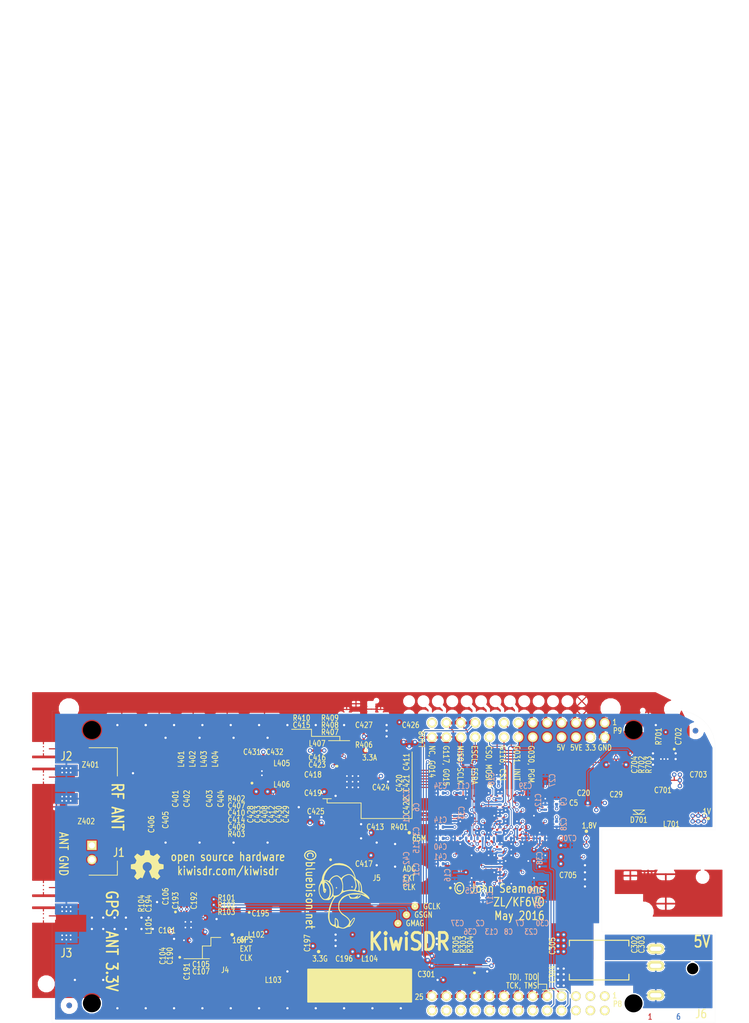
<source format=kicad_pcb>
(kicad_pcb (version 20171130) (host pcbnew "(5.1.6-0-10_14)")
  (layers (0 Top signal) (1 Gnd signal hide) (2 Vcc signal hide) (3 G2 signal hide) (4 V2 signal hide) (31 Bottom signal hide) (34 B.Paste user hide) (35 F.Paste user hide) (36 B.SilkS user hide) (37 F.SilkS user) (38 B.Mask user hide) (39 F.Mask user hide) (44 Edge.Cuts user hide))
  (net 0 "")
  (net 1 /ADC/AD0)
  (net 2 /ADC/AD1)
  (net 3 /ADC/AD10)
  (net 4 /ADC/AD11)
  (net 5 /ADC/AD12)
  (net 6 /ADC/AD13)
  (net 7 /ADC/AD2)
  (net 8 /ADC/AD3)
  (net 9 /ADC/AD4)
  (net 10 /ADC/AD5)
  (net 11 /ADC/AD6)
  (net 12 /ADC/AD7)
  (net 13 /ADC/AD8)
  (net 14 /ADC/AD9)
  (net 15 /ADC/ADOV)
  (net 16 /ADC/AIN+)
  (net 17 /ADC/AIN-)
  (net 18 /ADC/ANT+)
  (net 19 /ADC/AXO)
  (net 20 /ADC/ECLK)
  (net 21 /ADC/IN+)
  (net 22 /ADC/IN-)
  (net 23 /ADC/LCLK)
  (net 24 /ADC/LP1)
  (net 25 /ADC/LP2)
  (net 26 /ADC/LP3)
  (net 27 /ADC/LP4)
  (net 28 /ADC/MD1)
  (net 29 /ADC/MODE)
  (net 30 /ADC/OUT+)
  (net 31 /ADC/OUT-)
  (net 32 /ADC/REFH)
  (net 33 /ADC/REFL)
  (net 34 /ADC/RF+)
  (net 35 /ADC/RF-)
  (net 36 /ADC/SENSE)
  (net 37 /ADC/VA)
  (net 38 /ADC/VCM)
  (net 39 /ADC/VIN)
  (net 40 /BeagleBone/5V_NEG)
  (net 41 /BeagleBone/5V_POS)
  (net 42 /BeagleBone/CS0)
  (net 43 /BeagleBone/CS1)
  (net 44 /BeagleBone/DONE)
  (net 45 /BeagleBone/ESCL)
  (net 46 /BeagleBone/ESDA)
  (net 47 /BeagleBone/G014)
  (net 48 /BeagleBone/G015)
  (net 49 /BeagleBone/G030)
  (net 50 /BeagleBone/G031)
  (net 51 /BeagleBone/G116)
  (net 52 /BeagleBone/G117)
  (net 53 /BeagleBone/INIT)
  (net 54 /BeagleBone/MISO)
  (net 55 /BeagleBone/MOSI)
  (net 56 /BeagleBone/PGM)
  (net 57 /BeagleBone/TCK)
  (net 58 /BeagleBone/TDI)
  (net 59 /BeagleBone/TDO)
  (net 60 /BeagleBone/TMS)
  (net 61 /GPS/EOSC)
  (net 62 /GPS/GBIAS)
  (net 63 /GPS/GPS)
  (net 64 /GPS/GPS2)
  (net 65 /GPS/LCLK)
  (net 66 /GPS/LMAG)
  (net 67 /GPS/LNA)
  (net 68 /GPS/LSGN)
  (net 69 /GPS/RING)
  (net 70 /GPS/SAW1)
  (net 71 /GPS/SAW2)
  (net 72 /GPS/TCXO1)
  (net 73 /GPS/TCXO2)
  (net 74 /GPS/TXOP)
  (net 75 /GPS/VAGC)
  (net 76 /GPS/VIN)
  (net 77 /Power_Supplies/EN)
  (net 78 /Power_Supplies/FB)
  (net 79 /Power_Supplies/SW1)
  (net 80 1.0)
  (net 81 1.8)
  (net 82 3.3)
  (net 83 3.3A)
  (net 84 3.3G)
  (net 85 5EXT)
  (net 86 5V)
  (net 87 ACLK)
  (net 88 AEXT)
  (net 89 D0)
  (net 90 D1)
  (net 91 D10)
  (net 92 D11)
  (net 93 D12)
  (net 94 D13)
  (net 95 D2)
  (net 96 D3)
  (net 97 D4)
  (net 98 D5)
  (net 99 D6)
  (net 100 D7)
  (net 101 D8)
  (net 102 D9)
  (net 103 EWP)
  (net 104 G022)
  (net 105 G023)
  (net 106 G026)
  (net 107 G027)
  (net 108 G112)
  (net 109 G113)
  (net 110 G114)
  (net 111 G115)
  (net 112 G129)
  (net 113 G201)
  (net 114 GCLK)
  (net 115 GMAG)
  (net 116 GND)
  (net 117 GSGN)
  (net 118 OVFL)
  (net 119 SCLK)
  (module kiwi-SM0402 (layer Top) (at 127.75 81.5)
    (fp_text reference R407 (at -2.75 -5.25) (layer F.SilkS) (effects (font (size 1 0.8))))
    (fp_text value DNL hide)
    (pad 1 smd rect (at -0.45 0) (size 0.4 0.6) (layers Top F.Paste F.Mask) (net 83 3.3A))
    (pad 2 smd rect (at 0.45 0) (size 0.4 0.6) (layers Top F.Paste F.Mask) (net 36 /ADC/SENSE))
  )
  (module kiwi-SM0402 (layer Top) (at 105 111.5)
    (fp_text reference C107 (at -2.75 7) (layer F.SilkS) (effects (font (size 1 0.8))))
    (fp_text value "DNL 10n" hide)
    (pad 1 smd rect (at -0.45 0) (size 0.4 0.6) (layers Top F.Paste F.Mask) (net 72 /GPS/TCXO1))
    (pad 2 smd rect (at 0.45 0) (size 0.4 0.6) (layers Top F.Paste F.Mask) (net 61 /GPS/EOSC))
  )
  (module kiwi-SM1206 (layer Top) (at 93.5 87.85 90)
    (fp_text reference C406 (at -4.65 0 90) (layer F.SilkS) (effects (font (size 1 0.8))))
    (fp_text value 470n/100 hide)
    (pad 1 smd rect (at -1.65 0 90) (size 1.5 2) (layers Top F.Paste F.Mask) (net 18 /ADC/ANT+))
    (pad 2 smd rect (at 1.65 0 90) (size 1.5 2) (layers Top F.Paste F.Mask) (net 24 /ADC/LP1))
  )
  (module kiwi-SM0402 (layer Top) (at 103.25 105.75)
    (fp_text reference R101 (at 3.5 -0.25) (layer F.SilkS) (effects (font (size 1 0.8))))
    (fp_text value 100R hide)
    (pad 1 smd rect (at -0.45 0) (size 0.4 0.6) (layers Top F.Paste F.Mask) (net 65 /GPS/LCLK))
    (pad 2 smd rect (at 0.45 0) (size 0.4 0.6) (layers Top F.Paste F.Mask) (net 114 GCLK))
  )
  (module kiwi-RF_SHIELD_COVER (layer Top) (at 104.92 86.5)
    (fp_text reference ZR402 hide)
    (fp_text value "RF_SHIELD_COVER 29x19" hide)
  )
  (module kiwi-RF_SHIELD_COVER (layer Top) (at 104.92 113)
    (fp_text reference ZR102 hide)
    (fp_text value "RF_SHIELD_COVER 29x19" hide)
  )
  (module kiwi-INDUCTOR_4x4 (layer Top) (at 185.25 89.75)
    (fp_text reference L701 (at 0 2.75) (layer F.SilkS) (effects (font (size 1 0.8))))
    (fp_text value "1uH 3.7A" hide)
    (pad 1 smd rect (at -1.525 0) (size 1.5 3.6) (layers Top F.Paste F.Mask) (net 79 /Power_Supplies/SW1))
    (pad 2 smd rect (at 1.525 0) (size 1.5 3.6) (layers Top F.Paste F.Mask) (net 80 1.0))
  )
  (module kiwi-U.FL (layer Top) (at 106.5 116 180)
    (fp_text reference J4 (at 0 -2.25 180) (layer F.SilkS) (effects (font (size 1 0.8))))
    (fp_text value "DNL U.FL" hide)
    (pad 1 smd rect (at 0 1.525 180) (size 1 1.05) (layers Top F.Paste F.Mask) (net 61 /GPS/EOSC))
    (pad 2 smd rect (at -1.475 0 180) (size 1.05 2.2) (layers Top F.Paste F.Mask) (net 116 GND))
    (pad 3 smd rect (at 1.475 0 180) (size 1.05 2.2) (layers Top F.Paste F.Mask) (net 116 GND))
  )
  (module kiwi-TCXO (layer Top) (at 109 109.825 180)
    (fp_text reference X101 hide)
    (fp_text value "16.368 MHz" hide)
    (pad 1 smd rect (at -1.515 0.68 180) (size 0.78 0.87) (layers Top F.Paste F.Mask) (net 116 GND))
    (pad 2 smd rect (at 1.515 0.68 180) (size 0.78 0.87) (layers Top F.Paste F.Mask) (net 116 GND))
    (pad 3 smd rect (at 1.515 -0.68 180) (size 0.78 0.87) (layers Top F.Paste F.Mask) (net 73 /GPS/TCXO2))
    (pad 4 smd rect (at -1.515 -0.68 180) (size 0.78 0.87) (layers Top F.Paste F.Mask) (net 74 /GPS/TXOP))
  )
  (module kiwi-SAW (layer Top) (at 100 114.5)
    (fp_text reference FL101 hide)
    (fp_text value "SAW L1" hide)
    (pad 1 smd rect (at -0.775 0.645) (size 1.04 0.78) (layers Top F.Paste F.Mask) (net 70 /GPS/SAW1))
    (pad 2 smd rect (at 0.775 0.645) (size 1.04 0.78) (layers Top F.Paste F.Mask) (net 116 GND))
    (pad 3 smd rect (at 0.775 -0.645) (size 1.04 0.78) (layers Top F.Paste F.Mask) (net 71 /GPS/SAW2))
    (pad 4 smd rect (at -0.775 -0.645) (size 1.04 0.78) (layers Top F.Paste F.Mask) (net 116 GND))
  )
  (module kiwi-RNET_CAY16_J8 (layer Top) (at 135 88.5)
    (fp_text reference R405 hide)
    (fp_text value 100R hide)
    (pad 1 smd rect (at -0.75 -1.75) (size 0.7 0.3) (layers Top F.Paste F.Mask) (net 12 /ADC/AD7))
    (pad 2 smd rect (at 0.75 -1.75) (size 0.7 0.3) (layers Top F.Paste F.Mask) (net 100 D7))
    (pad 3 smd rect (at -0.75 -1.25) (size 0.7 0.3) (layers Top F.Paste F.Mask) (net 11 /ADC/AD6))
    (pad 4 smd rect (at 0.75 -1.25) (size 0.7 0.3) (layers Top F.Paste F.Mask) (net 99 D6))
    (pad 5 smd rect (at -0.75 -0.75) (size 0.7 0.3) (layers Top F.Paste F.Mask) (net 10 /ADC/AD5))
    (pad 6 smd rect (at 0.75 -0.75) (size 0.7 0.3) (layers Top F.Paste F.Mask) (net 98 D5))
    (pad 7 smd rect (at -0.75 -0.25) (size 0.7 0.3) (layers Top F.Paste F.Mask) (net 9 /ADC/AD4))
    (pad 8 smd rect (at 0.75 -0.25) (size 0.7 0.3) (layers Top F.Paste F.Mask) (net 97 D4))
    (pad 9 smd rect (at -0.75 0.25) (size 0.7 0.3) (layers Top F.Paste F.Mask) (net 8 /ADC/AD3))
    (pad 10 smd rect (at 0.75 0.25) (size 0.7 0.3) (layers Top F.Paste F.Mask) (net 96 D3))
    (pad 11 smd rect (at -0.75 0.75) (size 0.7 0.3) (layers Top F.Paste F.Mask) (net 7 /ADC/AD2))
    (pad 12 smd rect (at 0.75 0.75) (size 0.7 0.3) (layers Top F.Paste F.Mask) (net 95 D2))
    (pad 13 smd rect (at -0.75 1.25) (size 0.7 0.3) (layers Top F.Paste F.Mask) (net 2 /ADC/AD1))
    (pad 14 smd rect (at 0.75 1.25) (size 0.7 0.3) (layers Top F.Paste F.Mask) (net 90 D1))
    (pad 15 smd rect (at -0.75 1.75) (size 0.7 0.3) (layers Top F.Paste F.Mask) (net 1 /ADC/AD0))
    (pad 16 smd rect (at 0.75 1.75) (size 0.7 0.3) (layers Top F.Paste F.Mask) (net 89 D0))
  )
  (module kiwi-RNET_CAY16_J8 (layer Top) (at 135 81.5)
    (fp_text reference R404 hide)
    (fp_text value 100R hide)
    (pad 1 smd rect (at -0.75 -1.75) (size 0.7 0.3) (layers Top F.Paste F.Mask))
    (pad 2 smd rect (at 0.75 -1.75) (size 0.7 0.3) (layers Top F.Paste F.Mask))
    (pad 3 smd rect (at -0.75 -1.25) (size 0.7 0.3) (layers Top F.Paste F.Mask) (net 15 /ADC/ADOV))
    (pad 4 smd rect (at 0.75 -1.25) (size 0.7 0.3) (layers Top F.Paste F.Mask) (net 118 OVFL))
    (pad 5 smd rect (at -0.75 -0.75) (size 0.7 0.3) (layers Top F.Paste F.Mask) (net 6 /ADC/AD13))
    (pad 6 smd rect (at 0.75 -0.75) (size 0.7 0.3) (layers Top F.Paste F.Mask) (net 94 D13))
    (pad 7 smd rect (at -0.75 -0.25) (size 0.7 0.3) (layers Top F.Paste F.Mask) (net 5 /ADC/AD12))
    (pad 8 smd rect (at 0.75 -0.25) (size 0.7 0.3) (layers Top F.Paste F.Mask) (net 93 D12))
    (pad 9 smd rect (at -0.75 0.25) (size 0.7 0.3) (layers Top F.Paste F.Mask) (net 4 /ADC/AD11))
    (pad 10 smd rect (at 0.75 0.25) (size 0.7 0.3) (layers Top F.Paste F.Mask) (net 92 D11))
    (pad 11 smd rect (at -0.75 0.75) (size 0.7 0.3) (layers Top F.Paste F.Mask) (net 3 /ADC/AD10))
    (pad 12 smd rect (at 0.75 0.75) (size 0.7 0.3) (layers Top F.Paste F.Mask) (net 91 D10))
    (pad 13 smd rect (at -0.75 1.25) (size 0.7 0.3) (layers Top F.Paste F.Mask) (net 14 /ADC/AD9))
    (pad 14 smd rect (at 0.75 1.25) (size 0.7 0.3) (layers Top F.Paste F.Mask) (net 102 D9))
    (pad 15 smd rect (at -0.75 1.75) (size 0.7 0.3) (layers Top F.Paste F.Mask) (net 13 /ADC/AD8))
    (pad 16 smd rect (at 0.75 1.75) (size 0.7 0.3) (layers Top F.Paste F.Mask) (net 101 D8))
  )
  (module kiwi-FIDUCIAL (layer Top) (at 165 85)
    (fp_text reference FID1 hide)
    (fp_text value "FPGA FIDUCIAL" hide)
    (pad 1 smd circle (at 0 0) (size 1 1) (layers Top F.Mask) (clearance 1))
  )
  (module kiwi-FIDUCIAL (layer Top) (at 145 105)
    (fp_text reference FID2 hide)
    (fp_text value "FPGA FIDUCIAL" hide)
    (pad 1 smd circle (at 0 0) (size 1 1) (layers Top F.Mask) (clearance 1))
  )
  (module kiwi-QFN32 (layer Top) (at 129 85)
    (fp_text reference U401 hide)
    (fp_text value LTC2248 hide)
    (pad 1 smd rect (at -2.4 -1.75) (size 0.7 0.25) (layers Top F.Paste F.Mask) (net 16 /ADC/AIN+))
    (pad 2 smd rect (at -2.4 -1.25) (size 0.7 0.25) (layers Top F.Paste F.Mask) (net 17 /ADC/AIN-))
    (pad 3 smd rect (at -2.4 -0.75) (size 0.7 0.25) (layers Top F.Paste F.Mask) (net 32 /ADC/REFH))
    (pad 4 smd rect (at -2.4 -0.25) (size 0.7 0.25) (layers Top F.Paste F.Mask) (net 32 /ADC/REFH))
    (pad 5 smd rect (at -2.4 0.25) (size 0.7 0.25) (layers Top F.Paste F.Mask) (net 33 /ADC/REFL))
    (pad 6 smd rect (at -2.4 0.75) (size 0.7 0.25) (layers Top F.Paste F.Mask) (net 33 /ADC/REFL))
    (pad 7 smd rect (at -2.4 1.25) (size 0.7 0.25) (layers Top F.Paste F.Mask) (net 83 3.3A))
    (pad 8 smd rect (at -2.4 1.75) (size 0.7 0.25) (layers Top F.Paste F.Mask) (net 116 GND))
    (pad 9 smd rect (at -1.75 2.4 270) (size 0.7 0.25) (layers Top F.Paste F.Mask) (net 19 /ADC/AXO))
    (pad 10 smd rect (at -1.25 2.4 270) (size 0.7 0.25) (layers Top F.Paste F.Mask) (net 116 GND))
    (pad 11 smd rect (at -0.75 2.4 270) (size 0.7 0.25) (layers Top F.Paste F.Mask) (net 116 GND))
    (pad 12 smd rect (at -0.25 2.4 270) (size 0.7 0.25) (layers Top F.Paste F.Mask) (net 1 /ADC/AD0))
    (pad 13 smd rect (at 0.25 2.4 270) (size 0.7 0.25) (layers Top F.Paste F.Mask) (net 2 /ADC/AD1))
    (pad 14 smd rect (at 0.75 2.4 270) (size 0.7 0.25) (layers Top F.Paste F.Mask) (net 7 /ADC/AD2))
    (pad 15 smd rect (at 1.25 2.4 270) (size 0.7 0.25) (layers Top F.Paste F.Mask) (net 8 /ADC/AD3))
    (pad 16 smd rect (at 1.75 2.4 270) (size 0.7 0.25) (layers Top F.Paste F.Mask) (net 9 /ADC/AD4))
    (pad 17 smd rect (at 2.4 1.75) (size 0.7 0.25) (layers Top F.Paste F.Mask) (net 10 /ADC/AD5))
    (pad 18 smd rect (at 2.4 1.25) (size 0.7 0.25) (layers Top F.Paste F.Mask) (net 11 /ADC/AD6))
    (pad 19 smd rect (at 2.4 0.75) (size 0.7 0.25) (layers Top F.Paste F.Mask) (net 12 /ADC/AD7))
    (pad 20 smd rect (at 2.4 0.25) (size 0.7 0.25) (layers Top F.Paste F.Mask) (net 116 GND))
    (pad 21 smd rect (at 2.4 -0.25) (size 0.7 0.25) (layers Top F.Paste F.Mask) (net 83 3.3A))
    (pad 22 smd rect (at 2.4 -0.75) (size 0.7 0.25) (layers Top F.Paste F.Mask) (net 13 /ADC/AD8))
    (pad 23 smd rect (at 2.4 -1.25) (size 0.7 0.25) (layers Top F.Paste F.Mask) (net 14 /ADC/AD9))
    (pad 24 smd rect (at 2.4 -1.75) (size 0.7 0.25) (layers Top F.Paste F.Mask) (net 3 /ADC/AD10))
    (pad 25 smd rect (at 1.75 -2.4 270) (size 0.7 0.25) (layers Top F.Paste F.Mask) (net 4 /ADC/AD11))
    (pad 26 smd rect (at 1.25 -2.4 270) (size 0.7 0.25) (layers Top F.Paste F.Mask) (net 5 /ADC/AD12))
    (pad 27 smd rect (at 0.75 -2.4 270) (size 0.7 0.25) (layers Top F.Paste F.Mask) (net 6 /ADC/AD13))
    (pad 28 smd rect (at 0.25 -2.4 270) (size 0.7 0.25) (layers Top F.Paste F.Mask) (net 15 /ADC/ADOV))
    (pad 29 smd rect (at -0.25 -2.4 270) (size 0.7 0.25) (layers Top F.Paste F.Mask) (net 29 /ADC/MODE))
    (pad 30 smd rect (at -0.75 -2.4 270) (size 0.7 0.25) (layers Top F.Paste F.Mask) (net 36 /ADC/SENSE))
    (pad 31 smd rect (at -1.25 -2.4 270) (size 0.7 0.25) (layers Top F.Paste F.Mask) (net 38 /ADC/VCM))
    (pad 32 smd rect (at -1.75 -2.4 270) (size 0.7 0.25) (layers Top F.Paste F.Mask) (net 83 3.3A))
    (pad PAD smd rect (at 0 0) (size 3.45 3.45) (layers Top) (net 116 GND))
    (pad PAD thru_hole circle (at 0 0) (size 0.4 0.4) (drill 0.3) (layers *.Cu) (net 116 GND))
    (pad PAD thru_hole circle (at -1 0) (size 0.4 0.4) (drill 0.3) (layers *.Cu) (net 116 GND))
    (pad PAD thru_hole circle (at 1 0) (size 0.4 0.4) (drill 0.3) (layers *.Cu) (net 116 GND))
    (pad PAD thru_hole circle (at 1 -1) (size 0.4 0.4) (drill 0.3) (layers *.Cu) (net 116 GND))
    (pad PAD thru_hole circle (at 0 -1) (size 0.4 0.4) (drill 0.3) (layers *.Cu) (net 116 GND))
    (pad PAD thru_hole circle (at -1 -1) (size 0.4 0.4) (drill 0.3) (layers *.Cu) (net 116 GND))
    (pad PAD thru_hole circle (at -1 1) (size 0.4 0.4) (drill 0.3) (layers *.Cu) (net 116 GND))
    (pad PAD thru_hole circle (at 0 1) (size 0.4 0.4) (drill 0.3) (layers *.Cu) (net 116 GND))
    (pad PAD thru_hole circle (at 1 1) (size 0.4 0.4) (drill 0.3) (layers *.Cu) (net 116 GND))
    (pad PAD smd rect (at 0 1.4875) (size 3.45 0.475) (layers Top F.Paste F.Mask) (net 116 GND))
    (pad PAD smd rect (at 0 0.5) (size 3.45 0.5) (layers Top F.Paste F.Mask) (net 116 GND))
    (pad PAD smd rect (at 0 -0.5) (size 3.45 0.5) (layers Top F.Paste F.Mask) (net 116 GND))
    (pad PAD smd rect (at 0 -1.4875) (size 3.45 0.475) (layers Top F.Paste F.Mask) (net 116 GND))
  )
  (module kiwi-SOT23_5 (layer Top) (at 168 97 90)
    (fp_text reference U702 hide)
    (fp_text value "LP5907 1.8V 250mA" hide)
    (pad 1 smd rect (at -1.35 -0.95 90) (size 1.05 0.6) (layers Top F.Paste F.Mask) (net 86 5V))
    (pad 2 smd rect (at -1.35 0 90) (size 1.05 0.6) (layers Top F.Paste F.Mask) (net 116 GND))
    (pad 3 smd rect (at -1.35 0.95 90) (size 1.05 0.6) (layers Top F.Paste F.Mask) (net 86 5V))
    (pad 4 smd rect (at 1.35 0.95 90) (size 1.05 0.6) (layers Top F.Paste F.Mask) (net 81 1.8))
    (pad 5 smd rect (at 1.35 -0.95 90) (size 1.05 0.6) (layers Top F.Paste F.Mask) (net 81 1.8))
  )
  (module kiwi-SOT23_5 (layer Top) (at 126 113 180)
    (fp_text reference U104 hide)
    (fp_text value "LP5907 3.3V 250mA" hide)
    (pad 1 smd rect (at -1.35 -0.95 180) (size 1.05 0.6) (layers Top F.Paste F.Mask) (net 76 /GPS/VIN))
    (pad 2 smd rect (at -1.35 0 180) (size 1.05 0.6) (layers Top F.Paste F.Mask) (net 116 GND))
    (pad 3 smd rect (at -1.35 0.95 180) (size 1.05 0.6) (layers Top F.Paste F.Mask) (net 86 5V))
    (pad 4 smd rect (at 1.35 0.95 180) (size 1.05 0.6) (layers Top F.Paste F.Mask) (net 116 GND))
    (pad 5 smd rect (at 1.35 -0.95 180) (size 1.05 0.6) (layers Top F.Paste F.Mask) (net 84 3.3G))
  )
  (module kiwi-SOT23_5 (layer Top) (at 135 76 180)
    (fp_text reference U404 hide)
    (fp_text value "LP5907 3.3V 250mA" hide)
    (pad 1 smd rect (at -1.35 -0.95 180) (size 1.05 0.6) (layers Top F.Paste F.Mask) (net 39 /ADC/VIN))
    (pad 2 smd rect (at -1.35 0 180) (size 1.05 0.6) (layers Top F.Paste F.Mask) (net 116 GND))
    (pad 3 smd rect (at -1.35 0.95 180) (size 1.05 0.6) (layers Top F.Paste F.Mask) (net 86 5V))
    (pad 4 smd rect (at 1.35 0.95 180) (size 1.05 0.6) (layers Top F.Paste F.Mask) (net 116 GND))
    (pad 5 smd rect (at 1.35 -0.95 180) (size 1.05 0.6) (layers Top F.Paste F.Mask) (net 83 3.3A))
  )
  (module kiwi-FTG256 (layer Top) (at 155 95 90)
    (fp_text reference U1 hide)
    (fp_text value "Artix-7 A35" hide)
    (pad A1 smd circle (at -7.5 -7.5 90) (size 0.4 0.4) (layers Top F.Paste F.Mask) (net 116 GND))
    (pad A2 smd circle (at -6.5 -7.5 90) (size 0.4 0.4) (layers Top F.Paste F.Mask))
    (pad A3 smd circle (at -5.5 -7.5 90) (size 0.4 0.4) (layers Top F.Paste F.Mask))
    (pad A4 smd circle (at -4.5 -7.5 90) (size 0.4 0.4) (layers Top F.Paste F.Mask))
    (pad A5 smd circle (at -3.5 -7.5 90) (size 0.4 0.4) (layers Top F.Paste F.Mask))
    (pad A6 smd circle (at -2.5 -7.5 90) (size 0.4 0.4) (layers Top F.Paste F.Mask) (net 82 3.3))
    (pad A7 smd circle (at -1.5 -7.5 90) (size 0.4 0.4) (layers Top F.Paste F.Mask))
    (pad A8 smd circle (at -0.5 -7.5 90) (size 0.4 0.4) (layers Top F.Paste F.Mask) (net 88 AEXT))
    (pad A9 smd circle (at 0.5 -7.5 90) (size 0.4 0.4) (layers Top F.Paste F.Mask))
    (pad A10 smd circle (at 1.5 -7.5 90) (size 0.4 0.4) (layers Top F.Paste F.Mask))
    (pad A11 smd circle (at 2.5 -7.5 90) (size 0.4 0.4) (layers Top F.Paste F.Mask) (net 116 GND))
    (pad A12 smd circle (at 3.5 -7.5 90) (size 0.4 0.4) (layers Top F.Paste F.Mask) (net 89 D0))
    (pad A13 smd circle (at 4.5 -7.5 90) (size 0.4 0.4) (layers Top F.Paste F.Mask) (net 95 D2))
    (pad A14 smd circle (at 5.5 -7.5 90) (size 0.4 0.4) (layers Top F.Paste F.Mask) (net 97 D4))
    (pad A15 smd circle (at 6.5 -7.5 90) (size 0.4 0.4) (layers Top F.Paste F.Mask) (net 99 D6))
    (pad A16 smd circle (at 7.5 -7.5 90) (size 0.4 0.4) (layers Top F.Paste F.Mask) (net 82 3.3))
    (pad B1 smd circle (at -7.5 -6.5 90) (size 0.4 0.4) (layers Top F.Paste F.Mask) (net 117 GSGN))
    (pad B2 smd circle (at -6.5 -6.5 90) (size 0.4 0.4) (layers Top F.Paste F.Mask) (net 115 GMAG))
    (pad B3 smd circle (at -5.5 -6.5 90) (size 0.4 0.4) (layers Top F.Paste F.Mask) (net 82 3.3))
    (pad B4 smd circle (at -4.5 -6.5 90) (size 0.4 0.4) (layers Top F.Paste F.Mask))
    (pad B5 smd circle (at -3.5 -6.5 90) (size 0.4 0.4) (layers Top F.Paste F.Mask))
    (pad B6 smd circle (at -2.5 -6.5 90) (size 0.4 0.4) (layers Top F.Paste F.Mask))
    (pad B7 smd circle (at -1.5 -6.5 90) (size 0.4 0.4) (layers Top F.Paste F.Mask))
    (pad B8 smd circle (at -0.5 -6.5 90) (size 0.4 0.4) (layers Top F.Paste F.Mask) (net 116 GND))
    (pad B9 smd circle (at 0.5 -6.5 90) (size 0.4 0.4) (layers Top F.Paste F.Mask))
    (pad B10 smd circle (at 1.5 -6.5 90) (size 0.4 0.4) (layers Top F.Paste F.Mask))
    (pad B11 smd circle (at 2.5 -6.5 90) (size 0.4 0.4) (layers Top F.Paste F.Mask))
    (pad B12 smd circle (at 3.5 -6.5 90) (size 0.4 0.4) (layers Top F.Paste F.Mask) (net 90 D1))
    (pad B13 smd circle (at 4.5 -6.5 90) (size 0.4 0.4) (layers Top F.Paste F.Mask) (net 82 3.3))
    (pad B14 smd circle (at 5.5 -6.5 90) (size 0.4 0.4) (layers Top F.Paste F.Mask) (net 98 D5))
    (pad B15 smd circle (at 6.5 -6.5 90) (size 0.4 0.4) (layers Top F.Paste F.Mask) (net 100 D7))
    (pad B16 smd circle (at 7.5 -6.5 90) (size 0.4 0.4) (layers Top F.Paste F.Mask) (net 101 D8))
    (pad C1 smd circle (at -7.5 -5.5 90) (size 0.4 0.4) (layers Top F.Paste F.Mask))
    (pad C2 smd circle (at -6.5 -5.5 90) (size 0.4 0.4) (layers Top F.Paste F.Mask))
    (pad C3 smd circle (at -5.5 -5.5 90) (size 0.4 0.4) (layers Top F.Paste F.Mask))
    (pad C4 smd circle (at -4.5 -5.5 90) (size 0.4 0.4) (layers Top F.Paste F.Mask))
    (pad C5 smd circle (at -3.5 -5.5 90) (size 0.4 0.4) (layers Top F.Paste F.Mask) (net 116 GND))
    (pad C6 smd circle (at -2.5 -5.5 90) (size 0.4 0.4) (layers Top F.Paste F.Mask))
    (pad C7 smd circle (at -1.5 -5.5 90) (size 0.4 0.4) (layers Top F.Paste F.Mask))
    (pad C8 smd circle (at -0.5 -5.5 90) (size 0.4 0.4) (layers Top F.Paste F.Mask))
    (pad C9 smd circle (at 0.5 -5.5 90) (size 0.4 0.4) (layers Top F.Paste F.Mask))
    (pad C10 smd circle (at 1.5 -5.5 90) (size 0.4 0.4) (layers Top F.Paste F.Mask) (net 82 3.3))
    (pad C11 smd circle (at 2.5 -5.5 90) (size 0.4 0.4) (layers Top F.Paste F.Mask))
    (pad C12 smd circle (at 3.5 -5.5 90) (size 0.4 0.4) (layers Top F.Paste F.Mask))
    (pad C13 smd circle (at 4.5 -5.5 90) (size 0.4 0.4) (layers Top F.Paste F.Mask) (net 96 D3))
    (pad C14 smd circle (at 5.5 -5.5 90) (size 0.4 0.4) (layers Top F.Paste F.Mask))
    (pad C15 smd circle (at 6.5 -5.5 90) (size 0.4 0.4) (layers Top F.Paste F.Mask) (net 116 GND))
    (pad C16 smd circle (at 7.5 -5.5 90) (size 0.4 0.4) (layers Top F.Paste F.Mask) (net 102 D9))
    (pad D1 smd circle (at -7.5 -4.5 90) (size 0.4 0.4) (layers Top F.Paste F.Mask))
    (pad D2 smd circle (at -6.5 -4.5 90) (size 0.4 0.4) (layers Top F.Paste F.Mask) (net 116 GND))
    (pad D3 smd circle (at -5.5 -4.5 90) (size 0.4 0.4) (layers Top F.Paste F.Mask))
    (pad D4 smd circle (at -4.5 -4.5 90) (size 0.4 0.4) (layers Top F.Paste F.Mask) (net 114 GCLK))
    (pad D5 smd circle (at -3.5 -4.5 90) (size 0.4 0.4) (layers Top F.Paste F.Mask))
    (pad D6 smd circle (at -2.5 -4.5 90) (size 0.4 0.4) (layers Top F.Paste F.Mask))
    (pad D7 smd circle (at -1.5 -4.5 90) (size 0.4 0.4) (layers Top F.Paste F.Mask) (net 82 3.3))
    (pad D8 smd circle (at -0.5 -4.5 90) (size 0.4 0.4) (layers Top F.Paste F.Mask))
    (pad D9 smd circle (at 0.5 -4.5 90) (size 0.4 0.4) (layers Top F.Paste F.Mask))
    (pad D10 smd circle (at 1.5 -4.5 90) (size 0.4 0.4) (layers Top F.Paste F.Mask))
    (pad D11 smd circle (at 2.5 -4.5 90) (size 0.4 0.4) (layers Top F.Paste F.Mask))
    (pad D12 smd circle (at 3.5 -4.5 90) (size 0.4 0.4) (layers Top F.Paste F.Mask) (net 116 GND))
    (pad D13 smd circle (at 4.5 -4.5 90) (size 0.4 0.4) (layers Top F.Paste F.Mask) (net 119 SCLK))
    (pad D14 smd circle (at 5.5 -4.5 90) (size 0.4 0.4) (layers Top F.Paste F.Mask))
    (pad D15 smd circle (at 6.5 -4.5 90) (size 0.4 0.4) (layers Top F.Paste F.Mask) (net 91 D10))
    (pad D16 smd circle (at 7.5 -4.5 90) (size 0.4 0.4) (layers Top F.Paste F.Mask) (net 92 D11))
    (pad E1 smd circle (at -7.5 -3.5 90) (size 0.4 0.4) (layers Top F.Paste F.Mask))
    (pad E2 smd circle (at -6.5 -3.5 90) (size 0.4 0.4) (layers Top F.Paste F.Mask))
    (pad E3 smd circle (at -5.5 -3.5 90) (size 0.4 0.4) (layers Top F.Paste F.Mask))
    (pad E4 smd circle (at -4.5 -3.5 90) (size 0.4 0.4) (layers Top F.Paste F.Mask) (net 82 3.3))
    (pad E5 smd circle (at -3.5 -3.5 90) (size 0.4 0.4) (layers Top F.Paste F.Mask))
    (pad E6 smd circle (at -2.5 -3.5 90) (size 0.4 0.4) (layers Top F.Paste F.Mask))
    (pad E7 smd circle (at -1.5 -3.5 90) (size 0.4 0.4) (layers Top F.Paste F.Mask) (net 82 3.3))
    (pad E8 smd circle (at -0.5 -3.5 90) (size 0.4 0.4) (layers Top F.Paste F.Mask) (net 119 SCLK))
    (pad E9 smd circle (at 0.5 -3.5 90) (size 0.4 0.4) (layers Top F.Paste F.Mask) (net 116 GND))
    (pad E10 smd circle (at 1.5 -3.5 90) (size 0.4 0.4) (layers Top F.Paste F.Mask) (net 80 1.0))
    (pad E11 smd circle (at 2.5 -3.5 90) (size 0.4 0.4) (layers Top F.Paste F.Mask))
    (pad E12 smd circle (at 3.5 -3.5 90) (size 0.4 0.4) (layers Top F.Paste F.Mask) (net 87 ACLK))
    (pad E13 smd circle (at 4.5 -3.5 90) (size 0.4 0.4) (layers Top F.Paste F.Mask))
    (pad E14 smd circle (at 5.5 -3.5 90) (size 0.4 0.4) (layers Top F.Paste F.Mask) (net 82 3.3))
    (pad E15 smd circle (at 6.5 -3.5 90) (size 0.4 0.4) (layers Top F.Paste F.Mask) (net 93 D12))
    (pad E16 smd circle (at 7.5 -3.5 90) (size 0.4 0.4) (layers Top F.Paste F.Mask) (net 94 D13))
    (pad F1 smd circle (at -7.5 -2.5 90) (size 0.4 0.4) (layers Top F.Paste F.Mask) (net 82 3.3))
    (pad F2 smd circle (at -6.5 -2.5 90) (size 0.4 0.4) (layers Top F.Paste F.Mask))
    (pad F3 smd circle (at -5.5 -2.5 90) (size 0.4 0.4) (layers Top F.Paste F.Mask))
    (pad F4 smd circle (at -4.5 -2.5 90) (size 0.4 0.4) (layers Top F.Paste F.Mask))
    (pad F5 smd circle (at -3.5 -2.5 90) (size 0.4 0.4) (layers Top F.Paste F.Mask))
    (pad F6 smd circle (at -2.5 -2.5 90) (size 0.4 0.4) (layers Top F.Paste F.Mask) (net 116 GND))
    (pad F7 smd circle (at -1.5 -2.5 90) (size 0.4 0.4) (layers Top F.Paste F.Mask) (net 80 1.0))
    (pad F8 smd circle (at -0.5 -2.5 90) (size 0.4 0.4) (layers Top F.Paste F.Mask) (net 81 1.8))
    (pad F9 smd circle (at 0.5 -2.5 90) (size 0.4 0.4) (layers Top F.Paste F.Mask) (net 80 1.0))
    (pad F10 smd circle (at 1.5 -2.5 90) (size 0.4 0.4) (layers Top F.Paste F.Mask) (net 116 GND))
    (pad F11 smd circle (at 2.5 -2.5 90) (size 0.4 0.4) (layers Top F.Paste F.Mask) (net 80 1.0))
    (pad F12 smd circle (at 3.5 -2.5 90) (size 0.4 0.4) (layers Top F.Paste F.Mask))
    (pad F13 smd circle (at 4.5 -2.5 90) (size 0.4 0.4) (layers Top F.Paste F.Mask))
    (pad F14 smd circle (at 5.5 -2.5 90) (size 0.4 0.4) (layers Top F.Paste F.Mask))
    (pad F15 smd circle (at 6.5 -2.5 90) (size 0.4 0.4) (layers Top F.Paste F.Mask) (net 118 OVFL))
    (pad F16 smd circle (at 7.5 -2.5 90) (size 0.4 0.4) (layers Top F.Paste F.Mask) (net 116 GND))
    (pad G1 smd circle (at -7.5 -1.5 90) (size 0.4 0.4) (layers Top F.Paste F.Mask))
    (pad G2 smd circle (at -6.5 -1.5 90) (size 0.4 0.4) (layers Top F.Paste F.Mask))
    (pad G3 smd circle (at -5.5 -1.5 90) (size 0.4 0.4) (layers Top F.Paste F.Mask) (net 116 GND))
    (pad G4 smd circle (at -4.5 -1.5 90) (size 0.4 0.4) (layers Top F.Paste F.Mask))
    (pad G5 smd circle (at -3.5 -1.5 90) (size 0.4 0.4) (layers Top F.Paste F.Mask))
    (pad G6 smd circle (at -2.5 -1.5 90) (size 0.4 0.4) (layers Top F.Paste F.Mask) (net 80 1.0))
    (pad G7 smd circle (at -1.5 -1.5 90) (size 0.4 0.4) (layers Top F.Paste F.Mask) (net 116 GND))
    (pad G8 smd circle (at -0.5 -1.5 90) (size 0.4 0.4) (layers Top F.Paste F.Mask) (net 81 1.8))
    (pad G9 smd circle (at 0.5 -1.5 90) (size 0.4 0.4) (layers Top F.Paste F.Mask) (net 116 GND))
    (pad G10 smd circle (at 1.5 -1.5 90) (size 0.4 0.4) (layers Top F.Paste F.Mask) (net 81 1.8))
    (pad G11 smd circle (at 2.5 -1.5 90) (size 0.4 0.4) (layers Top F.Paste F.Mask))
    (pad G12 smd circle (at 3.5 -1.5 90) (size 0.4 0.4) (layers Top F.Paste F.Mask))
    (pad G13 smd circle (at 4.5 -1.5 90) (size 0.4 0.4) (layers Top F.Paste F.Mask) (net 116 GND))
    (pad G14 smd circle (at 5.5 -1.5 90) (size 0.4 0.4) (layers Top F.Paste F.Mask))
    (pad G15 smd circle (at 6.5 -1.5 90) (size 0.4 0.4) (layers Top F.Paste F.Mask))
    (pad G16 smd circle (at 7.5 -1.5 90) (size 0.4 0.4) (layers Top F.Paste F.Mask))
    (pad H1 smd circle (at -7.5 -0.5 90) (size 0.4 0.4) (layers Top F.Paste F.Mask) (net 103 EWP))
    (pad H2 smd circle (at -6.5 -0.5 90) (size 0.4 0.4) (layers Top F.Paste F.Mask))
    (pad H3 smd circle (at -5.5 -0.5 90) (size 0.4 0.4) (layers Top F.Paste F.Mask))
    (pad H4 smd circle (at -4.5 -0.5 90) (size 0.4 0.4) (layers Top F.Paste F.Mask))
    (pad H5 smd circle (at -3.5 -0.5 90) (size 0.4 0.4) (layers Top F.Paste F.Mask))
    (pad H6 smd circle (at -2.5 -0.5 90) (size 0.4 0.4) (layers Top F.Paste F.Mask) (net 116 GND))
    (pad H7 smd circle (at -1.5 -0.5 90) (size 0.4 0.4) (layers Top F.Paste F.Mask))
    (pad H8 smd circle (at -0.5 -0.5 90) (size 0.4 0.4) (layers Top F.Paste F.Mask))
    (pad H9 smd circle (at 0.5 -0.5 90) (size 0.4 0.4) (layers Top F.Paste F.Mask) (net 80 1.0))
    (pad H10 smd circle (at 1.5 -0.5 90) (size 0.4 0.4) (layers Top F.Paste F.Mask) (net 44 /BeagleBone/DONE))
    (pad H11 smd circle (at 2.5 -0.5 90) (size 0.4 0.4) (layers Top F.Paste F.Mask))
    (pad H12 smd circle (at 3.5 -0.5 90) (size 0.4 0.4) (layers Top F.Paste F.Mask))
    (pad H13 smd circle (at 4.5 -0.5 90) (size 0.4 0.4) (layers Top F.Paste F.Mask))
    (pad H14 smd circle (at 5.5 -0.5 90) (size 0.4 0.4) (layers Top F.Paste F.Mask))
    (pad H15 smd circle (at 6.5 -0.5 90) (size 0.4 0.4) (layers Top F.Paste F.Mask) (net 82 3.3))
    (pad H16 smd circle (at 7.5 -0.5 90) (size 0.4 0.4) (layers Top F.Paste F.Mask))
    (pad J1 smd circle (at -7.5 0.5 90) (size 0.4 0.4) (layers Top F.Paste F.Mask))
    (pad J2 smd circle (at -6.5 0.5 90) (size 0.4 0.4) (layers Top F.Paste F.Mask) (net 82 3.3))
    (pad J3 smd circle (at -5.5 0.5 90) (size 0.4 0.4) (layers Top F.Paste F.Mask))
    (pad J4 smd circle (at -4.5 0.5 90) (size 0.4 0.4) (layers Top F.Paste F.Mask))
    (pad J5 smd circle (at -3.5 0.5 90) (size 0.4 0.4) (layers Top F.Paste F.Mask))
    (pad J6 smd circle (at -2.5 0.5 90) (size 0.4 0.4) (layers Top F.Paste F.Mask) (net 80 1.0))
    (pad J7 smd circle (at -1.5 0.5 90) (size 0.4 0.4) (layers Top F.Paste F.Mask))
    (pad J8 smd circle (at -0.5 0.5 90) (size 0.4 0.4) (layers Top F.Paste F.Mask))
    (pad J9 smd circle (at 0.5 0.5 90) (size 0.4 0.4) (layers Top F.Paste F.Mask) (net 116 GND))
    (pad J10 smd circle (at 1.5 0.5 90) (size 0.4 0.4) (layers Top F.Paste F.Mask) (net 81 1.8))
    (pad J11 smd circle (at 2.5 0.5 90) (size 0.4 0.4) (layers Top F.Paste F.Mask) (net 116 GND))
    (pad J12 smd circle (at 3.5 0.5 90) (size 0.4 0.4) (layers Top F.Paste F.Mask) (net 82 3.3))
    (pad J13 smd circle (at 4.5 0.5 90) (size 0.4 0.4) (layers Top F.Paste F.Mask))
    (pad J14 smd circle (at 5.5 0.5 90) (size 0.4 0.4) (layers Top F.Paste F.Mask) (net 55 /BeagleBone/MOSI))
    (pad J15 smd circle (at 6.5 0.5 90) (size 0.4 0.4) (layers Top F.Paste F.Mask))
    (pad J16 smd circle (at 7.5 0.5 90) (size 0.4 0.4) (layers Top F.Paste F.Mask))
    (pad K1 smd circle (at -7.5 1.5 90) (size 0.4 0.4) (layers Top F.Paste F.Mask))
    (pad K2 smd circle (at -6.5 1.5 90) (size 0.4 0.4) (layers Top F.Paste F.Mask))
    (pad K3 smd circle (at -5.5 1.5 90) (size 0.4 0.4) (layers Top F.Paste F.Mask))
    (pad K4 smd circle (at -4.5 1.5 90) (size 0.4 0.4) (layers Top F.Paste F.Mask) (net 116 GND))
    (pad K5 smd circle (at -3.5 1.5 90) (size 0.4 0.4) (layers Top F.Paste F.Mask))
    (pad K6 smd circle (at -2.5 1.5 90) (size 0.4 0.4) (layers Top F.Paste F.Mask) (net 116 GND))
    (pad K7 smd circle (at -1.5 1.5 90) (size 0.4 0.4) (layers Top F.Paste F.Mask) (net 116 GND))
    (pad K8 smd circle (at -0.5 1.5 90) (size 0.4 0.4) (layers Top F.Paste F.Mask) (net 116 GND))
    (pad K9 smd circle (at 0.5 1.5 90) (size 0.4 0.4) (layers Top F.Paste F.Mask) (net 80 1.0))
    (pad K10 smd circle (at 1.5 1.5 90) (size 0.4 0.4) (layers Top F.Paste F.Mask) (net 53 /BeagleBone/INIT))
    (pad K11 smd circle (at 2.5 1.5 90) (size 0.4 0.4) (layers Top F.Paste F.Mask) (net 81 1.8))
    (pad K12 smd circle (at 3.5 1.5 90) (size 0.4 0.4) (layers Top F.Paste F.Mask))
    (pad K13 smd circle (at 4.5 1.5 90) (size 0.4 0.4) (layers Top F.Paste F.Mask))
    (pad K14 smd circle (at 5.5 1.5 90) (size 0.4 0.4) (layers Top F.Paste F.Mask) (net 116 GND))
    (pad K15 smd circle (at 6.5 1.5 90) (size 0.4 0.4) (layers Top F.Paste F.Mask) (net 48 /BeagleBone/G015))
    (pad K16 smd circle (at 7.5 1.5 90) (size 0.4 0.4) (layers Top F.Paste F.Mask) (net 47 /BeagleBone/G014))
    (pad L1 smd circle (at -7.5 2.5 90) (size 0.4 0.4) (layers Top F.Paste F.Mask) (net 116 GND))
    (pad L2 smd circle (at -6.5 2.5 90) (size 0.4 0.4) (layers Top F.Paste F.Mask))
    (pad L3 smd circle (at -5.5 2.5 90) (size 0.4 0.4) (layers Top F.Paste F.Mask))
    (pad L4 smd circle (at -4.5 2.5 90) (size 0.4 0.4) (layers Top F.Paste F.Mask) (net 104 G022))
    (pad L5 smd circle (at -3.5 2.5 90) (size 0.4 0.4) (layers Top F.Paste F.Mask) (net 112 G129))
    (pad L6 smd circle (at -2.5 2.5 90) (size 0.4 0.4) (layers Top F.Paste F.Mask) (net 82 3.3))
    (pad L7 smd circle (at -1.5 2.5 90) (size 0.4 0.4) (layers Top F.Paste F.Mask) (net 57 /BeagleBone/TCK))
    (pad L8 smd circle (at -0.5 2.5 90) (size 0.4 0.4) (layers Top F.Paste F.Mask) (net 80 1.0))
    (pad L9 smd circle (at 0.5 2.5 90) (size 0.4 0.4) (layers Top F.Paste F.Mask) (net 56 /BeagleBone/PGM))
    (pad L10 smd circle (at 1.5 2.5 90) (size 0.4 0.4) (layers Top F.Paste F.Mask) (net 81 1.8))
    (pad L11 smd circle (at 2.5 2.5 90) (size 0.4 0.4) (layers Top F.Paste F.Mask) (net 116 GND))
    (pad L12 smd circle (at 3.5 2.5 90) (size 0.4 0.4) (layers Top F.Paste F.Mask))
    (pad L13 smd circle (at 4.5 2.5 90) (size 0.4 0.4) (layers Top F.Paste F.Mask))
    (pad L14 smd circle (at 5.5 2.5 90) (size 0.4 0.4) (layers Top F.Paste F.Mask))
    (pad L15 smd circle (at 6.5 2.5 90) (size 0.4 0.4) (layers Top F.Paste F.Mask) (net 82 3.3))
    (pad L16 smd circle (at 7.5 2.5 90) (size 0.4 0.4) (layers Top F.Paste F.Mask) (net 82 3.3))
    (pad M1 smd circle (at -7.5 3.5 90) (size 0.4 0.4) (layers Top F.Paste F.Mask) (net 113 G201))
    (pad M2 smd circle (at -6.5 3.5 90) (size 0.4 0.4) (layers Top F.Paste F.Mask) (net 107 G027))
    (pad M3 smd circle (at -5.5 3.5 90) (size 0.4 0.4) (layers Top F.Paste F.Mask) (net 82 3.3))
    (pad M4 smd circle (at -4.5 3.5 90) (size 0.4 0.4) (layers Top F.Paste F.Mask))
    (pad M5 smd circle (at -3.5 3.5 90) (size 0.4 0.4) (layers Top F.Paste F.Mask))
    (pad M6 smd circle (at -2.5 3.5 90) (size 0.4 0.4) (layers Top F.Paste F.Mask))
    (pad M7 smd circle (at -1.5 3.5 90) (size 0.4 0.4) (layers Top F.Paste F.Mask) (net 60 /BeagleBone/TMS))
    (pad M8 smd circle (at -0.5 3.5 90) (size 0.4 0.4) (layers Top F.Paste F.Mask) (net 116 GND))
    (pad M9 smd circle (at 0.5 3.5 90) (size 0.4 0.4) (layers Top F.Paste F.Mask) (net 82 3.3))
    (pad M10 smd circle (at 1.5 3.5 90) (size 0.4 0.4) (layers Top F.Paste F.Mask) (net 82 3.3))
    (pad M11 smd circle (at 2.5 3.5 90) (size 0.4 0.4) (layers Top F.Paste F.Mask) (net 82 3.3))
    (pad M12 smd circle (at 3.5 3.5 90) (size 0.4 0.4) (layers Top F.Paste F.Mask))
    (pad M13 smd circle (at 4.5 3.5 90) (size 0.4 0.4) (layers Top F.Paste F.Mask) (net 82 3.3))
    (pad M14 smd circle (at 5.5 3.5 90) (size 0.4 0.4) (layers Top F.Paste F.Mask))
    (pad M15 smd circle (at 6.5 3.5 90) (size 0.4 0.4) (layers Top F.Paste F.Mask) (net 54 /BeagleBone/MISO))
    (pad M16 smd circle (at 7.5 3.5 90) (size 0.4 0.4) (layers Top F.Paste F.Mask) (net 52 /BeagleBone/G117))
    (pad N1 smd circle (at -7.5 4.5 90) (size 0.4 0.4) (layers Top F.Paste F.Mask) (net 110 G114))
    (pad N2 smd circle (at -6.5 4.5 90) (size 0.4 0.4) (layers Top F.Paste F.Mask) (net 111 G115))
    (pad N3 smd circle (at -5.5 4.5 90) (size 0.4 0.4) (layers Top F.Paste F.Mask) (net 105 G023))
    (pad N4 smd circle (at -4.5 4.5 90) (size 0.4 0.4) (layers Top F.Paste F.Mask))
    (pad N5 smd circle (at -3.5 4.5 90) (size 0.4 0.4) (layers Top F.Paste F.Mask) (net 116 GND))
    (pad N6 smd circle (at -2.5 4.5 90) (size 0.4 0.4) (layers Top F.Paste F.Mask))
    (pad N7 smd circle (at -1.5 4.5 90) (size 0.4 0.4) (layers Top F.Paste F.Mask) (net 58 /BeagleBone/TDI))
    (pad N8 smd circle (at -0.5 4.5 90) (size 0.4 0.4) (layers Top F.Paste F.Mask) (net 59 /BeagleBone/TDO))
    (pad N9 smd circle (at 0.5 4.5 90) (size 0.4 0.4) (layers Top F.Paste F.Mask))
    (pad N10 smd circle (at 1.5 4.5 90) (size 0.4 0.4) (layers Top F.Paste F.Mask) (net 82 3.3))
    (pad N11 smd circle (at 2.5 4.5 90) (size 0.4 0.4) (layers Top F.Paste F.Mask))
    (pad N12 smd circle (at 3.5 4.5 90) (size 0.4 0.4) (layers Top F.Paste F.Mask))
    (pad N13 smd circle (at 4.5 4.5 90) (size 0.4 0.4) (layers Top F.Paste F.Mask))
    (pad N14 smd circle (at 5.5 4.5 90) (size 0.4 0.4) (layers Top F.Paste F.Mask))
    (pad N15 smd circle (at 6.5 4.5 90) (size 0.4 0.4) (layers Top F.Paste F.Mask) (net 116 GND))
    (pad N16 smd circle (at 7.5 4.5 90) (size 0.4 0.4) (layers Top F.Paste F.Mask) (net 42 /BeagleBone/CS0))
    (pad P1 smd circle (at -7.5 5.5 90) (size 0.4 0.4) (layers Top F.Paste F.Mask) (net 106 G026))
    (pad P2 smd circle (at -6.5 5.5 90) (size 0.4 0.4) (layers Top F.Paste F.Mask) (net 116 GND))
    (pad P3 smd circle (at -5.5 5.5 90) (size 0.4 0.4) (layers Top F.Paste F.Mask))
    (pad P4 smd circle (at -4.5 5.5 90) (size 0.4 0.4) (layers Top F.Paste F.Mask))
    (pad P5 smd circle (at -3.5 5.5 90) (size 0.4 0.4) (layers Top F.Paste F.Mask))
    (pad P6 smd circle (at -2.5 5.5 90) (size 0.4 0.4) (layers Top F.Paste F.Mask))
    (pad P7 smd circle (at -1.5 5.5 90) (size 0.4 0.4) (layers Top F.Paste F.Mask) (net 82 3.3))
    (pad P8 smd circle (at -0.5 5.5 90) (size 0.4 0.4) (layers Top F.Paste F.Mask))
    (pad P9 smd circle (at 0.5 5.5 90) (size 0.4 0.4) (layers Top F.Paste F.Mask))
    (pad P10 smd circle (at 1.5 5.5 90) (size 0.4 0.4) (layers Top F.Paste F.Mask))
    (pad P11 smd circle (at 2.5 5.5 90) (size 0.4 0.4) (layers Top F.Paste F.Mask))
    (pad P12 smd circle (at 3.5 5.5 90) (size 0.4 0.4) (layers Top F.Paste F.Mask) (net 116 GND))
    (pad P13 smd circle (at 4.5 5.5 90) (size 0.4 0.4) (layers Top F.Paste F.Mask))
    (pad P14 smd circle (at 5.5 5.5 90) (size 0.4 0.4) (layers Top F.Paste F.Mask))
    (pad P15 smd circle (at 6.5 5.5 90) (size 0.4 0.4) (layers Top F.Paste F.Mask) (net 51 /BeagleBone/G116))
    (pad P16 smd circle (at 7.5 5.5 90) (size 0.4 0.4) (layers Top F.Paste F.Mask) (net 43 /BeagleBone/CS1))
    (pad R1 smd circle (at -7.5 6.5 90) (size 0.4 0.4) (layers Top F.Paste F.Mask) (net 109 G113))
    (pad R2 smd circle (at -6.5 6.5 90) (size 0.4 0.4) (layers Top F.Paste F.Mask) (net 108 G112))
    (pad R3 smd circle (at -5.5 6.5 90) (size 0.4 0.4) (layers Top F.Paste F.Mask))
    (pad R4 smd circle (at -4.5 6.5 90) (size 0.4 0.4) (layers Top F.Paste F.Mask) (net 82 3.3))
    (pad R5 smd circle (at -3.5 6.5 90) (size 0.4 0.4) (layers Top F.Paste F.Mask))
    (pad R6 smd circle (at -2.5 6.5 90) (size 0.4 0.4) (layers Top F.Paste F.Mask))
    (pad R7 smd circle (at -1.5 6.5 90) (size 0.4 0.4) (layers Top F.Paste F.Mask))
    (pad R8 smd circle (at -0.5 6.5 90) (size 0.4 0.4) (layers Top F.Paste F.Mask))
    (pad R9 smd circle (at 0.5 6.5 90) (size 0.4 0.4) (layers Top F.Paste F.Mask) (net 116 GND))
    (pad R10 smd circle (at 1.5 6.5 90) (size 0.4 0.4) (layers Top F.Paste F.Mask))
    (pad R11 smd circle (at 2.5 6.5 90) (size 0.4 0.4) (layers Top F.Paste F.Mask))
    (pad R12 smd circle (at 3.5 6.5 90) (size 0.4 0.4) (layers Top F.Paste F.Mask))
    (pad R13 smd circle (at 4.5 6.5 90) (size 0.4 0.4) (layers Top F.Paste F.Mask))
    (pad R14 smd circle (at 5.5 6.5 90) (size 0.4 0.4) (layers Top F.Paste F.Mask) (net 82 3.3))
    (pad R15 smd circle (at 6.5 6.5 90) (size 0.4 0.4) (layers Top F.Paste F.Mask) (net 49 /BeagleBone/G030))
    (pad R16 smd circle (at 7.5 6.5 90) (size 0.4 0.4) (layers Top F.Paste F.Mask) (net 50 /BeagleBone/G031))
    (pad T1 smd circle (at -7.5 7.5 90) (size 0.4 0.4) (layers Top F.Paste F.Mask) (net 82 3.3))
    (pad T2 smd circle (at -6.5 7.5 90) (size 0.4 0.4) (layers Top F.Paste F.Mask))
    (pad T3 smd circle (at -5.5 7.5 90) (size 0.4 0.4) (layers Top F.Paste F.Mask))
    (pad T4 smd circle (at -4.5 7.5 90) (size 0.4 0.4) (layers Top F.Paste F.Mask))
    (pad T5 smd circle (at -3.5 7.5 90) (size 0.4 0.4) (layers Top F.Paste F.Mask))
    (pad T6 smd circle (at -2.5 7.5 90) (size 0.4 0.4) (layers Top F.Paste F.Mask) (net 116 GND))
    (pad T7 smd circle (at -1.5 7.5 90) (size 0.4 0.4) (layers Top F.Paste F.Mask))
    (pad T8 smd circle (at -0.5 7.5 90) (size 0.4 0.4) (layers Top F.Paste F.Mask))
    (pad T9 smd circle (at 0.5 7.5 90) (size 0.4 0.4) (layers Top F.Paste F.Mask))
    (pad T10 smd circle (at 1.5 7.5 90) (size 0.4 0.4) (layers Top F.Paste F.Mask))
    (pad T11 smd circle (at 2.5 7.5 90) (size 0.4 0.4) (layers Top F.Paste F.Mask) (net 82 3.3))
    (pad T12 smd circle (at 3.5 7.5 90) (size 0.4 0.4) (layers Top F.Paste F.Mask))
    (pad T13 smd circle (at 4.5 7.5 90) (size 0.4 0.4) (layers Top F.Paste F.Mask))
    (pad T14 smd circle (at 5.5 7.5 90) (size 0.4 0.4) (layers Top F.Paste F.Mask))
    (pad T15 smd circle (at 6.5 7.5 90) (size 0.4 0.4) (layers Top F.Paste F.Mask))
    (pad T16 smd circle (at 7.5 7.5 90) (size 0.4 0.4) (layers Top F.Paste F.Mask) (net 116 GND))
  )
  (module kiwi-WSON10 (layer Top) (at 184 81 270)
    (fp_text reference U701 hide)
    (fp_text value "LMR10530Y 1.0V 3A" hide)
    (pad 5 smd rect (at -1.4 1 270) (size 0.6 0.25) (layers Top F.Paste F.Mask) (net 78 /Power_Supplies/FB))
    (pad 4 smd rect (at -1.4 0.5 270) (size 0.6 0.25) (layers Top F.Paste F.Mask) (net 116 GND))
    (pad 3 smd rect (at -1.4 0 270) (size 0.6 0.25) (layers Top F.Paste F.Mask) (net 116 GND))
    (pad 2 smd rect (at -1.4 -0.5 270) (size 0.6 0.25) (layers Top F.Paste F.Mask) (net 77 /Power_Supplies/EN))
    (pad 1 smd rect (at -1.4 -1 270) (size 0.6 0.25) (layers Top F.Paste F.Mask) (net 77 /Power_Supplies/EN))
    (pad 9 smd rect (at 1.4 -0.5 270) (size 0.6 0.25) (layers Top F.Paste F.Mask) (net 86 5V))
    (pad 10 smd rect (at 1.4 -1 270) (size 0.6 0.25) (layers Top F.Paste F.Mask) (net 86 5V))
    (pad 8 smd rect (at 1.4 0 270) (size 0.6 0.25) (layers Top F.Paste F.Mask) (net 79 /Power_Supplies/SW1))
    (pad 7 smd rect (at 1.4 0.5 270) (size 0.6 0.25) (layers Top F.Paste F.Mask) (net 79 /Power_Supplies/SW1))
    (pad 6 smd rect (at 1.4 1 270) (size 0.6 0.25) (layers Top F.Paste F.Mask) (net 116 GND))
    (pad PAD smd rect (at 0 0 270) (size 1.6 2) (layers Top) (net 116 GND))
    (pad PAD thru_hole circle (at 0 0 270) (size 0.4 0.4) (drill 0.3) (layers *.Cu) (net 116 GND))
    (pad PAD thru_hole circle (at 0 -0.6 270) (size 0.4 0.4) (drill 0.3) (layers *.Cu) (net 116 GND))
    (pad PAD thru_hole circle (at 0 0.6 270) (size 0.4 0.4) (drill 0.3) (layers *.Cu) (net 116 GND))
    (pad PAD smd rect (at -0.525 0 270) (size 0.55 2) (layers Top F.Paste F.Mask) (net 116 GND))
    (pad PAD smd rect (at 0.525 0 270) (size 0.55 2) (layers Top F.Paste F.Mask) (net 116 GND))
  )
  (module kiwi-QFN24 (layer Top) (at 100 110.25)
    (fp_text reference U101 hide)
    (fp_text value SE4150L hide)
    (pad 1 smd rect (at -1.85 -1.25) (size 0.5 0.25) (layers Top F.Paste F.Mask) (net 75 /GPS/VAGC))
    (pad 2 smd rect (at -1.85 -0.75) (size 0.5 0.25) (layers Top F.Paste F.Mask) (net 62 /GPS/GBIAS))
    (pad 3 smd rect (at -1.85 -0.25) (size 0.5 0.25) (layers Top F.Paste F.Mask) (net 64 /GPS/GPS2))
    (pad 4 smd rect (at -1.85 0.25) (size 0.5 0.25) (layers Top F.Paste F.Mask) (net 67 /GPS/LNA))
    (pad 5 smd rect (at -1.85 0.75) (size 0.5 0.25) (layers Top F.Paste F.Mask) (net 84 3.3G))
    (pad 6 smd rect (at -1.85 1.25) (size 0.5 0.25) (layers Top F.Paste F.Mask) (net 116 GND))
    (pad 7 smd rect (at -1.25 1.85 90) (size 0.5 0.25) (layers Top F.Paste F.Mask) (net 70 /GPS/SAW1))
    (pad 8 smd rect (at -0.75 1.85 90) (size 0.5 0.25) (layers Top F.Paste F.Mask))
    (pad 9 smd rect (at -0.25 1.85 90) (size 0.5 0.25) (layers Top F.Paste F.Mask) (net 84 3.3G))
    (pad 10 smd rect (at 0.25 1.85 90) (size 0.5 0.25) (layers Top F.Paste F.Mask) (net 84 3.3G))
    (pad 11 smd rect (at 0.75 1.85 90) (size 0.5 0.25) (layers Top F.Paste F.Mask) (net 71 /GPS/SAW2))
    (pad 12 smd rect (at 1.25 1.85 90) (size 0.5 0.25) (layers Top F.Paste F.Mask))
    (pad 13 smd rect (at 1.85 1.25 180) (size 0.5 0.25) (layers Top F.Paste F.Mask))
    (pad 14 smd rect (at 1.85 0.75 180) (size 0.5 0.25) (layers Top F.Paste F.Mask) (net 84 3.3G))
    (pad 15 smd rect (at 1.85 0.25 180) (size 0.5 0.25) (layers Top F.Paste F.Mask) (net 72 /GPS/TCXO1))
    (pad 16 smd rect (at 1.85 -0.25 180) (size 0.5 0.25) (layers Top F.Paste F.Mask) (net 116 GND))
    (pad 17 smd rect (at 1.85 -0.75 180) (size 0.5 0.25) (layers Top F.Paste F.Mask) (net 116 GND))
    (pad 18 smd rect (at 1.85 -1.25 180) (size 0.5 0.25) (layers Top F.Paste F.Mask) (net 84 3.3G))
    (pad 19 smd rect (at 1.25 -1.85 270) (size 0.5 0.25) (layers Top F.Paste F.Mask) (net 66 /GPS/LMAG))
    (pad 20 smd rect (at 0.75 -1.85 270) (size 0.5 0.25) (layers Top F.Paste F.Mask) (net 68 /GPS/LSGN))
    (pad 21 smd rect (at 0.25 -1.85 270) (size 0.5 0.25) (layers Top F.Paste F.Mask) (net 65 /GPS/LCLK))
    (pad 22 smd rect (at -0.25 -1.85 270) (size 0.5 0.25) (layers Top F.Paste F.Mask) (net 84 3.3G))
    (pad 23 smd rect (at -0.75 -1.85 270) (size 0.5 0.25) (layers Top F.Paste F.Mask) (net 116 GND))
    (pad 24 smd rect (at -1.25 -1.85 270) (size 0.5 0.25) (layers Top F.Paste F.Mask) (net 84 3.3G))
    (pad PAD smd rect (at 0 0) (size 2.3 2.3) (layers Top) (net 116 GND))
    (pad PAD thru_hole circle (at -0.5 -0.5) (size 0.4 0.4) (drill 0.3) (layers *.Cu) (net 116 GND))
    (pad PAD thru_hole circle (at 0.5 -0.5) (size 0.4 0.4) (drill 0.3) (layers *.Cu) (net 116 GND))
    (pad PAD thru_hole circle (at -0.5 0.5) (size 0.4 0.4) (drill 0.3) (layers *.Cu) (net 116 GND))
    (pad PAD thru_hole circle (at 0.5 0.5) (size 0.4 0.4) (drill 0.3) (layers *.Cu) (net 116 GND))
    (pad PAD smd rect (at 0 0) (size 2.3 0.5) (layers Top F.Paste F.Mask) (net 116 GND))
    (pad PAD smd rect (at 0 -0.95) (size 2.3 0.4) (layers Top F.Paste F.Mask) (net 116 GND))
    (pad PAD smd rect (at 0 0.95) (size 2.3 0.4) (layers Top F.Paste F.Mask) (net 116 GND))
  )
  (module kiwi-QFN16 (layer Top) (at 113 83.5 90)
    (fp_text reference U405 hide)
    (fp_text value LTC6401-20 hide)
    (pad 1 smd rect (at -1.4 -0.75 90) (size 0.7 0.25) (layers Top F.Paste F.Mask) (net 37 /ADC/VA))
    (pad 2 smd rect (at -1.4 -0.25 90) (size 0.7 0.25) (layers Top F.Paste F.Mask) (net 38 /ADC/VCM))
    (pad 3 smd rect (at -1.4 0.25 90) (size 0.7 0.25) (layers Top F.Paste F.Mask) (net 37 /ADC/VA))
    (pad 4 smd rect (at -1.4 0.75 90) (size 0.7 0.25) (layers Top F.Paste F.Mask) (net 116 GND))
    (pad 5 smd rect (at -0.75 1.4 180) (size 0.7 0.25) (layers Top F.Paste F.Mask) (net 31 /ADC/OUT-))
    (pad 6 smd rect (at -0.25 1.4 180) (size 0.7 0.25) (layers Top F.Paste F.Mask))
    (pad 7 smd rect (at 0.25 1.4 180) (size 0.7 0.25) (layers Top F.Paste F.Mask))
    (pad 8 smd rect (at 0.75 1.4 180) (size 0.7 0.25) (layers Top F.Paste F.Mask) (net 30 /ADC/OUT+))
    (pad 9 smd rect (at 1.4 0.75 270) (size 0.7 0.25) (layers Top F.Paste F.Mask) (net 116 GND))
    (pad 10 smd rect (at 1.4 0.25 270) (size 0.7 0.25) (layers Top F.Paste F.Mask) (net 37 /ADC/VA))
    (pad 11 smd rect (at 1.4 -0.25 270) (size 0.7 0.25) (layers Top F.Paste F.Mask) (net 116 GND))
    (pad 12 smd rect (at 1.4 -0.75 270) (size 0.7 0.25) (layers Top F.Paste F.Mask) (net 116 GND))
    (pad 13 smd rect (at 0.75 -1.4) (size 0.7 0.25) (layers Top F.Paste F.Mask) (net 21 /ADC/IN+))
    (pad 14 smd rect (at 0.25 -1.4) (size 0.7 0.25) (layers Top F.Paste F.Mask) (net 21 /ADC/IN+))
    (pad 15 smd rect (at -0.25 -1.4) (size 0.7 0.25) (layers Top F.Paste F.Mask) (net 22 /ADC/IN-))
    (pad 16 smd rect (at -0.75 -1.4) (size 0.7 0.25) (layers Top F.Paste F.Mask) (net 22 /ADC/IN-))
    (pad PAD smd rect (at 0 0 90) (size 1.45 1.45) (layers Top) (net 116 GND))
    (pad PAD thru_hole circle (at 0.375 0 90) (size 0.4 0.4) (drill 0.3) (layers *.Cu) (net 116 GND))
    (pad PAD thru_hole circle (at -0.375 0 90) (size 0.4 0.4) (drill 0.3) (layers *.Cu) (net 116 GND))
    (pad PAD smd rect (at 0 -0.4875 90) (size 1.45 0.475) (layers Top F.Paste F.Mask) (net 116 GND))
    (pad PAD smd rect (at 0 0.4875 90) (size 1.45 0.475) (layers Top F.Paste F.Mask) (net 116 GND))
  )
  (module kiwi-BEAGLEBONE_BLACK (layer Top) (at 150 100)
    (fp_text reference ZB1 hide)
    (fp_text value "HEADER 13x2" hide)
    (fp_line (start -74 -27.5) (end -74 27.5) (layer Edge.Cuts) (width 0.01))
    (fp_line (start -74 27.5) (end 43 27.5) (layer Edge.Cuts) (width 0.01))
    (fp_line (start 43 27.5) (end 43 11.5) (layer Edge.Cuts) (width 0.01))
    (fp_line (start 43 11.5) (end 23 11.5) (layer Edge.Cuts) (width 0.01))
    (fp_line (start 23 -6.5) (end 23 11.5) (layer Edge.Cuts) (width 0.01))
    (fp_line (start 43 -6.5) (end 43 -21) (layer Edge.Cuts) (width 0.01))
    (fp_line (start 43 -6.5) (end 23 -6.5) (layer Edge.Cuts) (width 0.01))
    (fp_line (start -74 -27.5) (end 36.5 -27.5) (layer Edge.Cuts) (width 0.01))
    (fp_arc (start 36.5 -21) (end 36.5 -27.5) (angle 90) (layer Edge.Cuts) (width 0.01))
    (pad 801 thru_hole circle (at 23.495 22.86) (size 1.7 1.7) (drill 1.1) (layers *.Cu *.Mask F.SilkS))
    (pad 802 thru_hole circle (at 23.495 25.4) (size 1.7 1.7) (drill 1.1) (layers *.Cu *.Mask F.SilkS))
    (pad 803 thru_hole circle (at 20.955 22.86) (size 1.7 1.7) (drill 1.1) (layers *.Cu *.Mask F.SilkS))
    (pad 804 thru_hole circle (at 20.955 25.4) (size 1.7 1.7) (drill 1.1) (layers *.Cu *.Mask F.SilkS))
    (pad 805 thru_hole circle (at 18.415 22.86) (size 1.7 1.7) (drill 1.1) (layers *.Cu *.Mask F.SilkS))
    (pad 806 thru_hole circle (at 18.415 25.4) (size 1.7 1.7) (drill 1.1) (layers *.Cu *.Mask F.SilkS))
    (pad 807 thru_hole circle (at 15.875 22.86) (size 1.7 1.7) (drill 1.1) (layers *.Cu *.Mask F.SilkS) (net 58 /BeagleBone/TDI))
    (pad 808 thru_hole circle (at 15.875 25.4) (size 1.7 1.7) (drill 1.1) (layers *.Cu *.Mask F.SilkS) (net 59 /BeagleBone/TDO))
    (pad 809 thru_hole circle (at 13.335 22.86) (size 1.7 1.7) (drill 1.1) (layers *.Cu *.Mask F.SilkS) (net 57 /BeagleBone/TCK))
    (pad 810 thru_hole circle (at 13.335 25.4) (size 1.7 1.7) (drill 1.1) (layers *.Cu *.Mask F.SilkS) (net 60 /BeagleBone/TMS))
    (pad 811 thru_hole circle (at 10.795 22.86) (size 1.7 1.7) (drill 1.1) (layers *.Cu *.Mask F.SilkS) (net 109 G113))
    (pad 812 thru_hole circle (at 10.795 25.4) (size 1.7 1.7) (drill 1.1) (layers *.Cu *.Mask F.SilkS) (net 108 G112))
    (pad 813 thru_hole circle (at 8.255 22.86) (size 1.7 1.7) (drill 1.1) (layers *.Cu *.Mask F.SilkS) (net 105 G023))
    (pad 814 thru_hole circle (at 8.255 25.4) (size 1.7 1.7) (drill 1.1) (layers *.Cu *.Mask F.SilkS) (net 106 G026))
    (pad 815 thru_hole circle (at 5.715 22.86) (size 1.7 1.7) (drill 1.1) (layers *.Cu *.Mask F.SilkS) (net 111 G115))
    (pad 816 thru_hole circle (at 5.715 25.4) (size 1.7 1.7) (drill 1.1) (layers *.Cu *.Mask F.SilkS) (net 110 G114))
    (pad 817 thru_hole circle (at 3.175 22.86) (size 1.7 1.7) (drill 1.1) (layers *.Cu *.Mask F.SilkS) (net 107 G027))
    (pad 818 thru_hole circle (at 3.175 25.4) (size 1.7 1.7) (drill 1.1) (layers *.Cu *.Mask F.SilkS) (net 113 G201))
    (pad 819 thru_hole circle (at 0.635 22.86) (size 1.7 1.7) (drill 1.1) (layers *.Cu *.Mask F.SilkS) (net 104 G022))
    (pad 820 thru_hole circle (at 0.635 25.4) (size 1.7 1.7) (drill 1.1) (layers *.Cu *.Mask F.SilkS))
    (pad 821 thru_hole circle (at -1.905 22.86) (size 1.7 1.7) (drill 1.1) (layers *.Cu *.Mask F.SilkS))
    (pad 822 thru_hole circle (at -1.905 25.4) (size 1.7 1.7) (drill 1.1) (layers *.Cu *.Mask F.SilkS))
    (pad 823 thru_hole circle (at -4.445 22.86) (size 1.7 1.7) (drill 1.1) (layers *.Cu *.Mask F.SilkS))
    (pad 824 thru_hole circle (at -4.445 25.4) (size 1.7 1.7) (drill 1.1) (layers *.Cu *.Mask F.SilkS))
    (pad 825 thru_hole circle (at -6.985 22.86) (size 1.7 1.7) (drill 1.1) (layers *.Cu *.Mask F.SilkS))
    (pad 826 thru_hole circle (at -6.985 25.4) (size 1.7 1.7) (drill 1.1) (layers *.Cu *.Mask F.SilkS) (net 112 G129))
    (pad 901 thru_hole circle (at 23.495 -25.4) (size 1.7 1.7) (drill 1.1) (layers *.Cu *.Mask F.SilkS) (net 116 GND))
    (pad 902 thru_hole circle (at 23.495 -22.86) (size 1.7 1.7) (drill 1.1) (layers *.Cu *.Mask F.SilkS) (net 116 GND))
    (pad 903 thru_hole circle (at 20.955 -25.4) (size 1.7 1.7) (drill 1.1) (layers *.Cu *.Mask F.SilkS) (net 82 3.3))
    (pad 904 thru_hole circle (at 20.955 -22.86) (size 1.7 1.7) (drill 1.1) (layers *.Cu *.Mask F.SilkS) (net 82 3.3))
    (pad 905 thru_hole circle (at 18.415 -25.4) (size 1.7 1.7) (drill 1.1) (layers *.Cu *.Mask F.SilkS) (net 85 5EXT))
    (pad 906 thru_hole circle (at 18.415 -22.86) (size 1.7 1.7) (drill 1.1) (layers *.Cu *.Mask F.SilkS) (net 85 5EXT))
    (pad 907 thru_hole circle (at 15.875 -25.4) (size 1.7 1.7) (drill 1.1) (layers *.Cu *.Mask F.SilkS) (net 86 5V))
    (pad 908 thru_hole circle (at 15.875 -22.86) (size 1.7 1.7) (drill 1.1) (layers *.Cu *.Mask F.SilkS) (net 86 5V))
    (pad 909 thru_hole circle (at 13.335 -25.4) (size 1.7 1.7) (drill 1.1) (layers *.Cu *.Mask F.SilkS))
    (pad 910 thru_hole circle (at 13.335 -22.86) (size 1.7 1.7) (drill 1.1) (layers *.Cu *.Mask F.SilkS))
    (pad 911 thru_hole circle (at 10.795 -25.4) (size 1.7 1.7) (drill 1.1) (layers *.Cu *.Mask F.SilkS) (net 49 /BeagleBone/G030))
    (pad 912 thru_hole circle (at 10.795 -22.86) (size 1.7 1.7) (drill 1.1) (layers *.Cu *.Mask F.SilkS) (net 56 /BeagleBone/PGM))
    (pad 913 thru_hole circle (at 8.255 -25.4) (size 1.7 1.7) (drill 1.1) (layers *.Cu *.Mask F.SilkS) (net 50 /BeagleBone/G031))
    (pad 914 thru_hole circle (at 8.255 -22.86) (size 1.7 1.7) (drill 1.1) (layers *.Cu *.Mask F.SilkS) (net 53 /BeagleBone/INIT))
    (pad 915 thru_hole circle (at 5.715 -25.4) (size 1.7 1.7) (drill 1.1) (layers *.Cu *.Mask F.SilkS) (net 51 /BeagleBone/G116))
    (pad 916 thru_hole circle (at 5.715 -22.86) (size 1.7 1.7) (drill 1.1) (layers *.Cu *.Mask F.SilkS) (net 43 /BeagleBone/CS1))
    (pad 917 thru_hole circle (at 3.175 -25.4) (size 1.7 1.7) (drill 1.1) (layers *.Cu *.Mask F.SilkS) (net 42 /BeagleBone/CS0))
    (pad 918 thru_hole circle (at 3.175 -22.86) (size 1.7 1.7) (drill 1.1) (layers *.Cu *.Mask F.SilkS) (net 55 /BeagleBone/MOSI))
    (pad 919 thru_hole circle (at 0.635 -25.4) (size 1.7 1.7) (drill 1.1) (layers *.Cu *.Mask F.SilkS) (net 45 /BeagleBone/ESCL))
    (pad 920 thru_hole circle (at 0.635 -22.86) (size 1.7 1.7) (drill 1.1) (layers *.Cu *.Mask F.SilkS) (net 46 /BeagleBone/ESDA))
    (pad 921 thru_hole circle (at -1.905 -25.4) (size 1.7 1.7) (drill 1.1) (layers *.Cu *.Mask F.SilkS) (net 54 /BeagleBone/MISO))
    (pad 922 thru_hole circle (at -1.905 -22.86) (size 1.7 1.7) (drill 1.1) (layers *.Cu *.Mask F.SilkS) (net 119 SCLK))
    (pad 923 thru_hole circle (at -4.445 -25.4) (size 1.7 1.7) (drill 1.1) (layers *.Cu *.Mask F.SilkS) (net 52 /BeagleBone/G117))
    (pad 924 thru_hole circle (at -4.445 -22.86) (size 1.7 1.7) (drill 1.1) (layers *.Cu *.Mask F.SilkS) (net 48 /BeagleBone/G015))
    (pad 925 thru_hole circle (at -6.985 -25.4) (size 1.7 1.7) (drill 1.1) (layers *.Cu *.Mask F.SilkS))
    (pad 926 thru_hole circle (at -6.985 -22.86) (size 1.7 1.7) (drill 1.1) (layers *.Cu *.Mask F.SilkS) (net 47 /BeagleBone/G014))
    (pad "" np_thru_hole circle (at 28.575 -24.13) (size 3.175 3.175) (drill 3.175) (layers *.Mask))
    (pad "" np_thru_hole circle (at 28.575 24.13) (size 3.175 3.175) (drill 3.175) (layers *.Mask))
    (pad "" np_thru_hole circle (at -67 -24.13) (size 3.175 3.175) (drill 3.175) (layers *.Mask))
    (pad "" np_thru_hole circle (at -67 24.13) (size 3.175 3.175) (drill 3.175) (layers *.Mask))
  )
  (module kiwi-SM0805 (layer Top) (at 183.75 84.75 180)
    (fp_text reference C701 (at 0 -1.75 180) (layer F.SilkS) (effects (font (size 1 0.8))))
    (fp_text value 22u hide)
    (pad 1 smd rect (at -0.9652 0 180) (size 0.889 1.397) (layers Top F.Paste F.Mask) (net 86 5V))
    (pad 2 smd rect (at 0.9652 0 180) (size 0.889 1.397) (layers Top F.Paste F.Mask) (net 116 GND))
  )
  (module kiwi-SM1206 (layer Top) (at 175.5 83.75 270)
    (fp_text reference C29 (at 3.5 0) (layer F.SilkS) (effects (font (size 1 0.8))))
    (fp_text value 100u hide)
    (pad 1 smd rect (at -1.65 0 270) (size 1.5 2) (layers Top F.Paste F.Mask) (net 82 3.3))
    (pad 2 smd rect (at 1.65 0 270) (size 1.5 2) (layers Top F.Paste F.Mask) (net 116 GND))
  )
  (module kiwi-SM1206 (layer Top) (at 168 92 90)
    (fp_text reference C5 (at 3.25 0 180) (layer F.SilkS) (effects (font (size 1 0.8))))
    (fp_text value 100u hide)
    (pad 1 smd rect (at -1.65 0 90) (size 1.5 2) (layers Top F.Paste F.Mask) (net 81 1.8))
    (pad 2 smd rect (at 1.65 0 90) (size 1.5 2) (layers Top F.Paste F.Mask) (net 116 GND))
  )
  (module kiwi-SM1206 (layer Top) (at 172 87 90)
    (fp_text reference C20 (at 0 -2.25 180) (layer F.SilkS) (effects (font (size 1 0.8))))
    (fp_text value 100u hide)
    (pad 1 smd rect (at -1.65 0 90) (size 1.5 2) (layers Top F.Paste F.Mask) (net 80 1.0))
    (pad 2 smd rect (at 1.65 0 90) (size 1.5 2) (layers Top F.Paste F.Mask) (net 116 GND))
  )
  (module kiwi-SM1206 (layer Top) (at 190 87 90)
    (fp_text reference C703 (at 3.25 0 180) (layer F.SilkS) (effects (font (size 1 0.8))))
    (fp_text value 100u hide)
    (pad 1 smd rect (at -1.65 0 90) (size 1.5 2) (layers Top F.Paste F.Mask) (net 80 1.0))
    (pad 2 smd rect (at 1.65 0 90) (size 1.5 2) (layers Top F.Paste F.Mask) (net 116 GND))
  )
  (module kiwi-SC70_5 (layer Top) (at 135 95 90)
    (fp_text reference U406 hide)
    (fp_text value NC7SZ125 hide)
    (pad 1 smd rect (at -0.95 -0.65 90) (size 0.5 0.4) (layers Top F.Paste F.Mask) (net 116 GND))
    (pad 2 smd rect (at -0.95 0 90) (size 0.5 0.4) (layers Top F.Paste F.Mask) (net 19 /ADC/AXO))
    (pad 3 smd rect (at -0.95 0.65 90) (size 0.5 0.4) (layers Top F.Paste F.Mask) (net 116 GND))
    (pad 4 smd rect (at 0.95 0.65 90) (size 0.5 0.4) (layers Top F.Paste F.Mask) (net 23 /ADC/LCLK))
    (pad 5 smd rect (at 0.95 -0.65 90) (size 0.5 0.4) (layers Top F.Paste F.Mask) (net 83 3.3A))
  )
  (module kiwi-FIDUCIAL (layer Top) (at 79 124.5)
    (fp_text reference FID3 hide)
    (fp_text value "GLOBAL FIDUCIAL" hide)
    (pad 1 smd circle (at 0 0) (size 1 1) (layers Top F.Mask) (clearance 1))
  )
  (module kiwi-TP_VIA_600 (layer Top) (at 153.25 85.75)
    (fp_text reference TP301 hide)
    (fp_text value TEST_POINT hide)
    (pad 1 thru_hole circle (at 0 0) (size 0.6 0.6) (drill 0.3) (layers *.Cu F.SilkS F.Mask) (net 44 /BeagleBone/DONE))
  )
  (module kiwi-SM0805 (layer Top) (at 96 87.85 90)
    (fp_text reference C405 (at -3.9 0 90) (layer F.SilkS) (effects (font (size 1 0.8))))
    (fp_text value 1n/100 hide)
    (pad 1 smd rect (at -0.9652 0 90) (size 0.889 1.397) (layers Top F.Paste F.Mask) (net 18 /ADC/ANT+))
    (pad 2 smd rect (at 0.9652 0 90) (size 0.889 1.397) (layers Top F.Paste F.Mask) (net 24 /ADC/LP1))
  )
  (module kiwi-SOD323 (layer Top) (at 82 84.4 270)
    (fp_text reference Z401 (at -2.4 -0.75) (layer F.SilkS) (effects (font (size 1 0.8))))
    (fp_text value "TVS 3.3V" hide)
    (pad 1 smd rect (at -1.1 0 270) (size 0.8 0.8) (layers Top F.Paste F.Mask) (net 116 GND))
    (pad 2 smd rect (at 1.1 0 270) (size 0.8 0.8) (layers Top F.Paste F.Mask) (net 18 /ADC/ANT+))
  )
  (module kiwi-TB_2P_2_54MM (layer Top) (at 83 97.5 270)
    (fp_text reference J1 (at 0 -4.75) (layer F.SilkS) (effects (font (size 1.5 1.2) (thickness 0.2))))
    (fp_text value TB_2 hide)
    (pad 1 thru_hole rect (at -1.27 0 270) (size 1.65 1.65) (drill 1.1) (layers *.Cu *.Mask F.SilkS) (net 18 /ADC/ANT+))
    (pad 2 thru_hole circle (at 1.27 0 270) (size 1.65 1.65) (drill 1.1) (layers *.Cu *.Mask F.SilkS) (net 116 GND))
  )
  (module kiwi-TP_600 (layer Top) (at 139 94)
    (fp_text reference TP401 hide)
    (fp_text value TEST_POINT hide)
    (pad 1 smd circle (at 0 0) (size 0.6 0.6) (layers Top F.SilkS F.Mask) (net 87 ACLK))
  )
  (module kiwi-TP_600 (layer Top) (at 107.75 112)
    (fp_text reference TP101 hide)
    (fp_text value TEST_POINT hide)
    (pad 1 smd circle (at 0 0) (size 0.6 0.6) (layers Top F.SilkS F.Mask) (net 73 /GPS/TCXO2))
  )
  (module kiwi-TP_VIA_1250 (layer Top) (at 140 107)
    (fp_text reference TP102 hide)
    (fp_text value TEST_POINT hide)
    (pad 1 thru_hole circle (at 0 0) (size 1.25 1.25) (drill 0.3) (layers *.Cu F.SilkS F.Mask) (net 114 GCLK))
  )
  (module kiwi-TP_VIA_1250 (layer Top) (at 138.5 108.5)
    (fp_text reference TP103 hide)
    (fp_text value TEST_POINT hide)
    (pad 1 thru_hole circle (at 0 0) (size 1.25 1.25) (drill 0.3) (layers *.Cu F.SilkS F.Mask) (net 117 GSGN))
  )
  (module kiwi-TP_VIA_1250 (layer Top) (at 137 110)
    (fp_text reference TP104 hide)
    (fp_text value TEST_POINT hide)
    (pad 1 thru_hole circle (at 0 0) (size 1.25 1.25) (drill 0.3) (layers *.Cu F.SilkS F.Mask) (net 115 GMAG))
  )
  (module kiwi-TP_600 (layer Top) (at 123 115)
    (fp_text reference TP105 hide)
    (fp_text value TEST_POINT hide)
    (pad 1 smd circle (at 0 0) (size 0.6 0.6) (layers Top F.SilkS F.Mask) (net 84 3.3G))
  )
  (module kiwi-TP_VIA_600 (layer Top) (at 131.25 79.5)
    (fp_text reference TP402 hide)
    (fp_text value TEST_POINT hide)
    (pad 1 thru_hole circle (at 0 0) (size 0.6 0.6) (drill 0.3) (layers *.Cu F.SilkS F.Mask) (net 83 3.3A))
  )
  (module kiwi-TP_600 (layer Top) (at 170.25 93.75)
    (fp_text reference TP702 hide)
    (fp_text value TEST_POINT hide)
    (pad 1 smd circle (at 0 0) (size 0.6 0.6) (layers Top F.SilkS F.Mask) (net 81 1.8))
  )
  (module kiwi-TP_600 (layer Top) (at 191.75 91.5)
    (fp_text reference TP701 hide)
    (fp_text value TEST_POINT hide)
    (pad 1 smd circle (at 0 0) (size 0.6 0.6) (layers Top F.SilkS F.Mask) (net 80 1.0))
  )
  (module kiwi-DO214_AA (layer Top) (at 179.5 86.75 90)
    (fp_text reference D701 (at -5 0 180) (layer F.SilkS) (effects (font (size 1 0.8))))
    (fp_text value "SR 5A 40V" hide)
    (pad 1 smd rect (at -1.93 0 90) (size 1.7 2.2) (layers Top F.Paste F.Mask) (net 79 /Power_Supplies/SW1))
    (pad 2 smd rect (at 1.93 0 90) (size 1.7 2.2) (layers Top F.Paste F.Mask) (net 116 GND))
  )
  (module kiwi-SM0402 (layer Top) (at 130 114.4 270)
    (fp_text reference L104 (at 1.85 -2) (layer F.SilkS) (effects (font (size 1 0.8))))
    (fp_text value "FB 600Z" hide)
    (pad 1 smd rect (at -0.45 0 270) (size 0.4 0.6) (layers Top F.Paste F.Mask) (net 76 /GPS/VIN))
    (pad 2 smd rect (at 0.45 0 270) (size 0.4 0.6) (layers Top F.Paste F.Mask) (net 86 5V))
  )
  (module kiwi-SM0402 (layer Top) (at 139 77.4 270)
    (fp_text reference L408 (at 0.1 -2.25 270) (layer F.SilkS) (effects (font (size 1 0.8))))
    (fp_text value "FB 600Z" hide)
    (pad 1 smd rect (at -0.45 0 270) (size 0.4 0.6) (layers Top F.Paste F.Mask) (net 39 /ADC/VIN))
    (pad 2 smd rect (at 0.45 0 270) (size 0.4 0.6) (layers Top F.Paste F.Mask) (net 86 5V))
  )
  (module kiwi-SM0402 (layer Top) (at 125.5 78.5 180)
    (fp_text reference R410 (at 5.5 4.75 180) (layer F.SilkS) (effects (font (size 1 0.8))))
    (fp_text value 10K hide)
    (pad 1 smd rect (at -0.45 0 180) (size 0.4 0.6) (layers Top F.Paste F.Mask) (net 28 /ADC/MD1))
    (pad 2 smd rect (at 0.45 0 180) (size 0.4 0.6) (layers Top F.Paste F.Mask) (net 116 GND))
  )
  (module kiwi-SM0402 (layer Top) (at 127.75 78.5 180)
    (fp_text reference R409 (at 2.75 4.75 180) (layer F.SilkS) (effects (font (size 1 0.8))))
    (fp_text value 10K hide)
    (pad 1 smd rect (at -0.45 0 180) (size 0.4 0.6) (layers Top F.Paste F.Mask) (net 29 /ADC/MODE))
    (pad 2 smd rect (at 0.45 0 180) (size 0.4 0.6) (layers Top F.Paste F.Mask) (net 28 /ADC/MD1))
  )
  (module kiwi-SM0402 (layer Top) (at 130 79.5 180)
    (fp_text reference R406 (at -1 1 180) (layer F.SilkS) (effects (font (size 1 0.8))))
    (fp_text value 10K hide)
    (pad 1 smd rect (at -0.45 0 180) (size 0.4 0.6) (layers Top F.Paste F.Mask) (net 83 3.3A))
    (pad 2 smd rect (at 0.45 0 180) (size 0.4 0.6) (layers Top F.Paste F.Mask) (net 29 /ADC/MODE))
  )
  (module kiwi-SM0402 (layer Top) (at 127.75 79.5)
    (fp_text reference R408 (at -2.75 -4.5) (layer F.SilkS) (effects (font (size 1 0.8))))
    (fp_text value 0R hide)
    (pad 1 smd rect (at -0.45 0) (size 0.4 0.6) (layers Top F.Paste F.Mask) (net 38 /ADC/VCM))
    (pad 2 smd rect (at 0.45 0) (size 0.4 0.6) (layers Top F.Paste F.Mask) (net 36 /ADC/SENSE))
  )
  (module kiwi-SM0402 (layer Top) (at 179 79.5 90)
    (fp_text reference C704 (at -2.5 -0.25 90) (layer F.SilkS) (effects (font (size 1 0.8))))
    (fp_text value 100n hide)
    (pad 1 smd rect (at -0.45 0 90) (size 0.4 0.6) (layers Top F.Paste F.Mask) (net 80 1.0))
    (pad 2 smd rect (at 0.45 0 90) (size 0.4 0.6) (layers Top F.Paste F.Mask) (net 78 /Power_Supplies/FB))
  )
  (module kiwi-SM0402 (layer Top) (at 125.5 79.5 180)
    (fp_text reference C415 (at 5.5 4.5 180) (layer F.SilkS) (effects (font (size 1 0.8))))
    (fp_text value 2.2u hide)
    (pad 1 smd rect (at -0.45 0 180) (size 0.4 0.6) (layers Top F.Paste F.Mask) (net 38 /ADC/VCM))
    (pad 2 smd rect (at 0.45 0 180) (size 0.4 0.6) (layers Top F.Paste F.Mask) (net 116 GND))
  )
  (module kiwi-SM0402 (layer Top) (at 125.5 80.5 180)
    (fp_text reference C416 (at 2.75 -0.25 180) (layer F.SilkS) (effects (font (size 1 0.8))))
    (fp_text value 100p hide)
    (pad 1 smd rect (at -0.45 0 180) (size 0.4 0.6) (layers Top F.Paste F.Mask) (net 38 /ADC/VCM))
    (pad 2 smd rect (at 0.45 0 180) (size 0.4 0.6) (layers Top F.Paste F.Mask) (net 116 GND))
  )
  (module kiwi-SM0402 (layer Bottom) (at 155 98.5 90)
    (fp_text reference C42 (at 0 -16.5 90) (layer B.SilkS) (effects (font (size 1 0.8)) (justify mirror)))
    (fp_text value 470n hide)
    (pad 1 smd rect (at -0.45 0 90) (size 0.4 0.6) (layers Bottom B.Paste B.Mask) (net 116 GND))
    (pad 2 smd rect (at 0.45 0 90) (size 0.4 0.6) (layers Bottom B.Paste B.Mask) (net 80 1.0))
  )
  (module kiwi-SM0402 (layer Bottom) (at 154.75 84.5 90)
    (fp_text reference C18 (at 0 -1.25 90) (layer B.SilkS) (effects (font (size 1 0.8)) (justify mirror)))
    (fp_text value 4.7u hide)
    (pad 1 smd rect (at -0.45 0 90) (size 0.4 0.6) (layers Bottom B.Paste B.Mask) (net 82 3.3))
    (pad 2 smd rect (at 0.45 0 90) (size 0.4 0.6) (layers Bottom B.Paste B.Mask) (net 116 GND))
  )
  (module kiwi-SM0402 (layer Bottom) (at 152 105.5 270)
    (fp_text reference C17 (at 0 -1.25 270) (layer B.SilkS) (effects (font (size 1 0.8)) (justify mirror)))
    (fp_text value 4.7u hide)
    (pad 1 smd rect (at -0.45 0 270) (size 0.4 0.6) (layers Bottom B.Paste B.Mask) (net 82 3.3))
    (pad 2 smd rect (at 0.45 0 270) (size 0.4 0.6) (layers Bottom B.Paste B.Mask) (net 116 GND))
  )
  (module kiwi-SM0402 (layer Bottom) (at 165 88.5 90)
    (fp_text reference C9 (at 0 1.25 90) (layer B.SilkS) (effects (font (size 1 0.8)) (justify mirror)))
    (fp_text value 4.7u hide)
    (pad 1 smd rect (at -0.45 0 90) (size 0.4 0.6) (layers Bottom B.Paste B.Mask) (net 80 1.0))
    (pad 2 smd rect (at 0.45 0 90) (size 0.4 0.6) (layers Bottom B.Paste B.Mask) (net 116 GND))
  )
  (module kiwi-SM0402 (layer Bottom) (at 144.5 93 180)
    (fp_text reference C14 (at 0 1.25 180) (layer B.SilkS) (effects (font (size 1 0.8)) (justify mirror)))
    (fp_text value 4.7u hide)
    (pad 1 smd rect (at -0.45 0 180) (size 0.4 0.6) (layers Bottom B.Paste B.Mask) (net 80 1.0))
    (pad 2 smd rect (at 0.45 0 180) (size 0.4 0.6) (layers Bottom B.Paste B.Mask) (net 116 GND))
  )
  (module kiwi-SM0402 (layer Bottom) (at 144.5 87 180)
    (fp_text reference C34 (at 0 1.25 180) (layer B.SilkS) (effects (font (size 1 0.8)) (justify mirror)))
    (fp_text value 4.7u hide)
    (pad 1 smd rect (at -0.45 0 180) (size 0.4 0.6) (layers Bottom B.Paste B.Mask) (net 82 3.3))
    (pad 2 smd rect (at 0.45 0 180) (size 0.4 0.6) (layers Bottom B.Paste B.Mask) (net 116 GND))
  )
  (module kiwi-SM0402 (layer Bottom) (at 162.75 105.5 270)
    (fp_text reference C35 (at 0.75 1 270) (layer B.SilkS) (effects (font (size 1 0.8)) (justify mirror)))
    (fp_text value 4.7u hide)
    (pad 1 smd rect (at -0.45 0 270) (size 0.4 0.6) (layers Bottom B.Paste B.Mask) (net 82 3.3))
    (pad 2 smd rect (at 0.45 0 270) (size 0.4 0.6) (layers Bottom B.Paste B.Mask) (net 116 GND))
  )
  (module kiwi-SM0402 (layer Bottom) (at 144.5 95 180)
    (fp_text reference C40 (at 0 -1.5 180) (layer B.SilkS) (effects (font (size 1 0.8)) (justify mirror)))
    (fp_text value 4.7u hide)
    (pad 1 smd rect (at -0.45 0 180) (size 0.4 0.6) (layers Bottom B.Paste B.Mask) (net 82 3.3))
    (pad 2 smd rect (at 0.45 0 180) (size 0.4 0.6) (layers Bottom B.Paste B.Mask) (net 116 GND))
  )
  (module kiwi-SM0402 (layer Bottom) (at 144.5 99.5 180)
    (fp_text reference C41 (at 0 1.25 180) (layer B.SilkS) (effects (font (size 1 0.8)) (justify mirror)))
    (fp_text value 4.7u hide)
    (pad 1 smd rect (at -0.45 0 180) (size 0.4 0.6) (layers Bottom B.Paste B.Mask) (net 82 3.3))
    (pad 2 smd rect (at 0.45 0 180) (size 0.4 0.6) (layers Bottom B.Paste B.Mask) (net 116 GND))
  )
  (module kiwi-SM0402 (layer Bottom) (at 163 84.5 90)
    (fp_text reference C27 (at -0.25 1.25 90) (layer B.SilkS) (effects (font (size 1 0.8)) (justify mirror)))
    (fp_text value 4.7u hide)
    (pad 1 smd rect (at -0.45 0 90) (size 0.4 0.6) (layers Bottom B.Paste B.Mask) (net 82 3.3))
    (pad 2 smd rect (at 0.45 0 90) (size 0.4 0.6) (layers Bottom B.Paste B.Mask) (net 116 GND))
  )
  (module kiwi-SM0402 (layer Bottom) (at 165 92.5 270)
    (fp_text reference C28 (at 0 -1.25 270) (layer B.SilkS) (effects (font (size 1 0.8)) (justify mirror)))
    (fp_text value 4.7u hide)
    (pad 1 smd rect (at -0.45 0 270) (size 0.4 0.6) (layers Bottom B.Paste B.Mask) (net 82 3.3))
    (pad 2 smd rect (at 0.45 0 270) (size 0.4 0.6) (layers Bottom B.Paste B.Mask) (net 116 GND))
  )
  (module kiwi-SM0402 (layer Top) (at 129 113.5 90)
    (fp_text reference C196 (at -2.75 -1.5 180) (layer F.SilkS) (effects (font (size 1 0.8))))
    (fp_text value 1u hide)
    (pad 1 smd rect (at -0.45 0 90) (size 0.4 0.6) (layers Top F.Paste F.Mask) (net 76 /GPS/VIN))
    (pad 2 smd rect (at 0.45 0 90) (size 0.4 0.6) (layers Top F.Paste F.Mask) (net 116 GND))
  )
  (module kiwi-SM0402 (layer Top) (at 123 113.5 90)
    (fp_text reference C197 (at 0 -2 90) (layer F.SilkS) (effects (font (size 1 0.8))))
    (fp_text value 1u hide)
    (pad 1 smd rect (at -0.45 0 90) (size 0.4 0.6) (layers Top F.Paste F.Mask) (net 84 3.3G))
    (pad 2 smd rect (at 0.45 0 90) (size 0.4 0.6) (layers Top F.Paste F.Mask) (net 116 GND))
  )
  (module kiwi-SM0402 (layer Top) (at 138 76.5 90)
    (fp_text reference C426 (at 1.5 1.25 180) (layer F.SilkS) (effects (font (size 1 0.8))))
    (fp_text value 1u hide)
    (pad 1 smd rect (at -0.45 0 90) (size 0.4 0.6) (layers Top F.Paste F.Mask) (net 39 /ADC/VIN))
    (pad 2 smd rect (at 0.45 0 90) (size 0.4 0.6) (layers Top F.Paste F.Mask) (net 116 GND))
  )
  (module kiwi-SM0402 (layer Top) (at 132 76.5 90)
    (fp_text reference C427 (at 1.5 -1 180) (layer F.SilkS) (effects (font (size 1 0.8))))
    (fp_text value 1u hide)
    (pad 1 smd rect (at -0.45 0 90) (size 0.4 0.6) (layers Top F.Paste F.Mask) (net 83 3.3A))
    (pad 2 smd rect (at 0.45 0 90) (size 0.4 0.6) (layers Top F.Paste F.Mask) (net 116 GND))
  )
  (module kiwi-SM0402 (layer Top) (at 181 79.5 270)
    (fp_text reference R703 (at 2.5 -0.25 270) (layer F.SilkS) (effects (font (size 1 0.8))))
    (fp_text value 10K hide)
    (pad 1 smd rect (at -0.45 0 270) (size 0.4 0.6) (layers Top F.Paste F.Mask) (net 78 /Power_Supplies/FB))
    (pad 2 smd rect (at 0.45 0 270) (size 0.4 0.6) (layers Top F.Paste F.Mask) (net 116 GND))
  )
  (module kiwi-SM0402 (layer Top) (at 144.5 119)
    (fp_text reference C301 (at -2.5 0) (layer F.SilkS) (effects (font (size 1 0.8))))
    (fp_text value 100n hide)
    (pad 1 smd rect (at -0.45 0) (size 0.4 0.6) (layers Top F.Paste F.Mask) (net 116 GND))
    (pad 2 smd rect (at 0.45 0) (size 0.4 0.6) (layers Top F.Paste F.Mask) (net 82 3.3))
  )
  (module kiwi-SM0402 (layer Top) (at 180 79.5 90)
    (fp_text reference R702 (at -2.5 0 90) (layer F.SilkS) (effects (font (size 1 0.8))))
    (fp_text value 6K65 hide)
    (pad 1 smd rect (at -0.45 0 90) (size 0.4 0.6) (layers Top F.Paste F.Mask) (net 80 1.0))
    (pad 2 smd rect (at 0.45 0 90) (size 0.4 0.6) (layers Top F.Paste F.Mask) (net 78 /Power_Supplies/FB))
  )
  (module kiwi-SM0402 (layer Top) (at 184.25 77.5 270)
    (fp_text reference R701 (at -0.5 1.25 270) (layer F.SilkS) (effects (font (size 1 0.8))))
    (fp_text value 10R hide)
    (pad 1 smd rect (at -0.45 0 270) (size 0.4 0.6) (layers Top F.Paste F.Mask) (net 86 5V))
    (pad 2 smd rect (at 0.45 0 270) (size 0.4 0.6) (layers Top F.Paste F.Mask) (net 77 /Power_Supplies/EN))
  )
  (module kiwi-SM0402 (layer Top) (at 108.75 86.5 180)
    (fp_text reference R403 (at 0.25 -7.75 180) (layer F.SilkS) (effects (font (size 1 0.8))))
    (fp_text value 28R7 hide)
    (pad 1 smd rect (at -0.45 0 180) (size 0.4 0.6) (layers Top F.Paste F.Mask) (net 116 GND))
    (pad 2 smd rect (at 0.45 0 180) (size 0.4 0.6) (layers Top F.Paste F.Mask) (net 35 /ADC/RF-))
  )
  (module kiwi-SM0402 (layer Top) (at 108.75 80.5)
    (fp_text reference R402 (at -0.25 7.5) (layer F.SilkS) (effects (font (size 1 0.8))))
    (fp_text value 66R5 hide)
    (pad 1 smd rect (at -0.45 0) (size 0.4 0.6) (layers Top F.Paste F.Mask) (net 34 /ADC/RF+))
    (pad 2 smd rect (at 0.45 0) (size 0.4 0.6) (layers Top F.Paste F.Mask) (net 116 GND))
  )
  (module kiwi-SM0402 (layer Top) (at 167.6 99.75)
    (fp_text reference C705 (at -0.6 1.75) (layer F.SilkS) (effects (font (size 1 0.8))))
    (fp_text value 1u hide)
    (pad 1 smd rect (at -0.45 0) (size 0.4 0.6) (layers Top F.Paste F.Mask) (net 86 5V))
    (pad 2 smd rect (at 0.45 0) (size 0.4 0.6) (layers Top F.Paste F.Mask) (net 116 GND))
  )
  (module kiwi-SM0402 (layer Bottom) (at 167 96.25)
    (fp_text reference C706 (at 0 -1.25) (layer B.SilkS) (effects (font (size 1 0.8)) (justify mirror)))
    (fp_text value 4.7u hide)
    (pad 1 smd rect (at -0.45 0) (size 0.4 0.6) (layers Bottom B.Paste B.Mask) (net 81 1.8))
    (pad 2 smd rect (at 0.45 0) (size 0.4 0.6) (layers Bottom B.Paste B.Mask) (net 116 GND))
  )
  (module kiwi-SM0402 (layer Top) (at 137.25 94)
    (fp_text reference R401 (at 0 -1) (layer F.SilkS) (effects (font (size 1 0.8))))
    (fp_text value 100R hide)
    (pad 1 smd rect (at -0.45 0) (size 0.4 0.6) (layers Top F.Paste F.Mask) (net 23 /ADC/LCLK))
    (pad 2 smd rect (at 0.45 0) (size 0.4 0.6) (layers Top F.Paste F.Mask) (net 87 ACLK))
  )
  (module kiwi-SM0402 (layer Top) (at 122.75 79.5 180)
    (fp_text reference L407 (at 0 1.25 180) (layer F.SilkS) (effects (font (size 1 0.8))))
    (fp_text value "FB 600Z" hide)
    (pad 1 smd rect (at -0.45 0 180) (size 0.4 0.6) (layers Top F.Paste F.Mask) (net 83 3.3A))
    (pad 2 smd rect (at 0.45 0 180) (size 0.4 0.6) (layers Top F.Paste F.Mask) (net 37 /ADC/VA))
  )
  (module kiwi-SM0402 (layer Top) (at 124 85.25 270)
    (fp_text reference C420 (at 0 -13.25 270) (layer F.SilkS) (effects (font (size 1 0.8))))
    (fp_text value 2.2u hide)
    (pad 1 smd rect (at -0.45 0 270) (size 0.4 0.6) (layers Top F.Paste F.Mask) (net 32 /ADC/REFH))
    (pad 2 smd rect (at 0.45 0 270) (size 0.4 0.6) (layers Top F.Paste F.Mask) (net 33 /ADC/REFL))
  )
  (module kiwi-SM0402 (layer Top) (at 122 84.75)
    (fp_text reference C418 (at 0 -1) (layer F.SilkS) (effects (font (size 1 0.8))))
    (fp_text value 1u hide)
    (pad 1 smd rect (at -0.45 0) (size 0.4 0.6) (layers Top F.Paste F.Mask) (net 116 GND))
    (pad 2 smd rect (at 0.45 0) (size 0.4 0.6) (layers Top F.Paste F.Mask) (net 32 /ADC/REFH))
  )
  (module kiwi-SM0402 (layer Top) (at 122 85.75)
    (fp_text reference C419 (at 0 1.25) (layer F.SilkS) (effects (font (size 1 0.8))))
    (fp_text value 1u hide)
    (pad 1 smd rect (at -0.45 0) (size 0.4 0.6) (layers Top F.Paste F.Mask) (net 116 GND))
    (pad 2 smd rect (at 0.45 0) (size 0.4 0.6) (layers Top F.Paste F.Mask) (net 33 /ADC/REFL))
  )
  (module kiwi-SM0402 (layer Top) (at 185.25 77.5 90)
    (fp_text reference C702 (at 0.5 1.25 90) (layer F.SilkS) (effects (font (size 1 0.8))))
    (fp_text value 100n hide)
    (pad 1 smd rect (at -0.45 0 90) (size 0.4 0.6) (layers Top F.Paste F.Mask) (net 77 /Power_Supplies/EN))
    (pad 2 smd rect (at 0.45 0 90) (size 0.4 0.6) (layers Top F.Paste F.Mask) (net 116 GND))
  )
  (module kiwi-SM0402 (layer Top) (at 114 88 270)
    (fp_text reference C412 (at 2.75 -0.75 270) (layer F.SilkS) (effects (font (size 1 0.8))))
    (fp_text value 2.2u hide)
    (pad 1 smd rect (at -0.45 0 270) (size 0.4 0.6) (layers Top F.Paste F.Mask) (net 38 /ADC/VCM))
    (pad 2 smd rect (at 0.45 0 270) (size 0.4 0.6) (layers Top F.Paste F.Mask) (net 116 GND))
  )
  (module kiwi-SM0402 (layer Top) (at 108.75 82.5)
    (fp_text reference C410 (at -0.25 8) (layer F.SilkS) (effects (font (size 1 0.8))))
    (fp_text value 470n hide)
    (pad 1 smd rect (at -0.45 0) (size 0.4 0.6) (layers Top F.Paste F.Mask) (net 34 /ADC/RF+))
    (pad 2 smd rect (at 0.45 0) (size 0.4 0.6) (layers Top F.Paste F.Mask) (net 21 /ADC/IN+))
  )
  (module kiwi-SM0402 (layer Top) (at 108.75 84.5)
    (fp_text reference C414 (at -0.25 7.25) (layer F.SilkS) (effects (font (size 1 0.8))))
    (fp_text value 470n hide)
    (pad 1 smd rect (at -0.45 0) (size 0.4 0.6) (layers Top F.Paste F.Mask) (net 35 /ADC/RF-))
    (pad 2 smd rect (at 0.45 0) (size 0.4 0.6) (layers Top F.Paste F.Mask) (net 22 /ADC/IN-))
  )
  (module kiwi-SM0402 (layer Top) (at 117.5 120 270)
    (fp_text reference L103 (at 0 2.5) (layer F.SilkS) (effects (font (size 1 0.8))))
    (fp_text value "FB 600Z" hide)
    (pad 1 smd rect (at -0.45 0 270) (size 0.4 0.6) (layers Top F.Paste F.Mask) (net 116 GND))
    (pad 2 smd rect (at 0.45 0 270) (size 0.4 0.6) (layers Top F.Paste F.Mask) (net 69 /GPS/RING))
  )
  (module kiwi-SM0402 (layer Top) (at 112.5 110.5)
    (fp_text reference L102 (at -0.5 1.5) (layer F.SilkS) (effects (font (size 1 0.8))))
    (fp_text value "FB 600Z" hide)
    (pad 1 smd rect (at -0.45 0) (size 0.4 0.6) (layers Top F.Paste F.Mask) (net 74 /GPS/TXOP))
    (pad 2 smd rect (at 0.45 0) (size 0.4 0.6) (layers Top F.Paste F.Mask) (net 84 3.3G))
  )
  (module kiwi-SM0402 (layer Top) (at 147 119.5 90)
    (fp_text reference R305 (at 5.75 0.25 90) (layer F.SilkS) (effects (font (size 1 0.8))))
    (fp_text value 5K6 hide)
    (pad 1 smd rect (at -0.45 0 90) (size 0.4 0.6) (layers Top F.Paste F.Mask) (net 82 3.3))
    (pad 2 smd rect (at 0.45 0 90) (size 0.4 0.6) (layers Top F.Paste F.Mask) (net 103 EWP))
  )
  (module kiwi-SM0402 (layer Top) (at 149 119.5 90)
    (fp_text reference R304 (at 5.75 0.75 90) (layer F.SilkS) (effects (font (size 1 0.8))))
    (fp_text value 5K6 hide)
    (pad 1 smd rect (at -0.45 0 90) (size 0.4 0.6) (layers Top F.Paste F.Mask) (net 82 3.3))
    (pad 2 smd rect (at 0.45 0 90) (size 0.4 0.6) (layers Top F.Paste F.Mask) (net 46 /BeagleBone/ESDA))
  )
  (module kiwi-SM0402 (layer Top) (at 148 119.5 90)
    (fp_text reference R303 (at 5.75 0.5 90) (layer F.SilkS) (effects (font (size 1 0.8))))
    (fp_text value 5K6 hide)
    (pad 1 smd rect (at -0.45 0 90) (size 0.4 0.6) (layers Top F.Paste F.Mask) (net 82 3.3))
    (pad 2 smd rect (at 0.45 0 90) (size 0.4 0.6) (layers Top F.Paste F.Mask) (net 45 /BeagleBone/ESCL))
  )
  (module kiwi-SM0402 (layer Top) (at 115 88 90)
    (fp_text reference C430 (at -2.75 1 90) (layer F.SilkS) (effects (font (size 1 0.8))))
    (fp_text value 1n hide)
    (pad 1 smd rect (at -0.45 0 90) (size 0.4 0.6) (layers Top F.Paste F.Mask) (net 116 GND))
    (pad 2 smd rect (at 0.45 0 90) (size 0.4 0.6) (layers Top F.Paste F.Mask) (net 37 /ADC/VA))
  )
  (module kiwi-SM0402 (layer Top) (at 114.25 80.75)
    (fp_text reference C432 (at 1 -1) (layer F.SilkS) (effects (font (size 1 0.8))))
    (fp_text value 1n hide)
    (pad 1 smd rect (at -0.45 0) (size 0.4 0.6) (layers Top F.Paste F.Mask) (net 37 /ADC/VA))
    (pad 2 smd rect (at 0.45 0) (size 0.4 0.6) (layers Top F.Paste F.Mask) (net 116 GND))
  )
  (module kiwi-SM0402 (layer Top) (at 112.25 80.75 180)
    (fp_text reference C431 (at 1 1 180) (layer F.SilkS) (effects (font (size 1 0.8))))
    (fp_text value 100n hide)
    (pad 1 smd rect (at -0.45 0 180) (size 0.4 0.6) (layers Top F.Paste F.Mask) (net 37 /ADC/VA))
    (pad 2 smd rect (at 0.45 0 180) (size 0.4 0.6) (layers Top F.Paste F.Mask) (net 116 GND))
  )
  (module kiwi-SM0402 (layer Top) (at 111 88 90)
    (fp_text reference C428 (at -2.75 0 90) (layer F.SilkS) (effects (font (size 1 0.8))))
    (fp_text value 1n hide)
    (pad 1 smd rect (at -0.45 0 90) (size 0.4 0.6) (layers Top F.Paste F.Mask) (net 116 GND))
    (pad 2 smd rect (at 0.45 0 90) (size 0.4 0.6) (layers Top F.Paste F.Mask) (net 37 /ADC/VA))
  )
  (module kiwi-SM0402 (layer Top) (at 112 88 90)
    (fp_text reference C433 (at -2.75 0.25 90) (layer F.SilkS) (effects (font (size 1 0.8))))
    (fp_text value 100n hide)
    (pad 1 smd rect (at -0.45 0 90) (size 0.4 0.6) (layers Top F.Paste F.Mask) (net 116 GND))
    (pad 2 smd rect (at 0.45 0 90) (size 0.4 0.6) (layers Top F.Paste F.Mask) (net 37 /ADC/VA))
  )
  (module kiwi-SM0402 (layer Top) (at 116 88 90)
    (fp_text reference C429 (at -2.75 1.25 90) (layer F.SilkS) (effects (font (size 1 0.8))))
    (fp_text value 100n hide)
    (pad 1 smd rect (at -0.45 0 90) (size 0.4 0.6) (layers Top F.Paste F.Mask) (net 116 GND))
    (pad 2 smd rect (at 0.45 0 90) (size 0.4 0.6) (layers Top F.Paste F.Mask) (net 37 /ADC/VA))
  )
  (module kiwi-SM0402 (layer Top) (at 133.25 94.5 270)
    (fp_text reference C413 (at -1.5 0.25) (layer F.SilkS) (effects (font (size 1 0.8))))
    (fp_text value 10n hide)
    (pad 1 smd rect (at -0.45 0 270) (size 0.4 0.6) (layers Top F.Paste F.Mask) (net 83 3.3A))
    (pad 2 smd rect (at 0.45 0 270) (size 0.4 0.6) (layers Top F.Paste F.Mask) (net 116 GND))
  )
  (module kiwi-SM0402 (layer Top) (at 108.75 81.5)
    (fp_text reference C407 (at -0.25 7.75) (layer F.SilkS) (effects (font (size 1 0.8))))
    (fp_text value 1n hide)
    (pad 1 smd rect (at -0.45 0) (size 0.4 0.6) (layers Top F.Paste F.Mask) (net 34 /ADC/RF+))
    (pad 2 smd rect (at 0.45 0) (size 0.4 0.6) (layers Top F.Paste F.Mask) (net 21 /ADC/IN+))
  )
  (module kiwi-SM0402 (layer Top) (at 108.75 85.5)
    (fp_text reference C409 (at -0.25 7.5) (layer F.SilkS) (effects (font (size 1 0.8))))
    (fp_text value 1n hide)
    (pad 1 smd rect (at -0.45 0) (size 0.4 0.6) (layers Top F.Paste F.Mask) (net 35 /ADC/RF-))
    (pad 2 smd rect (at 0.45 0) (size 0.4 0.6) (layers Top F.Paste F.Mask) (net 22 /ADC/IN-))
  )
  (module kiwi-SM0402 (layer Top) (at 134 85)
    (fp_text reference C424 (at 0 1) (layer F.SilkS) (effects (font (size 1 0.8))))
    (fp_text value 100n hide)
    (pad 1 smd rect (at -0.45 0) (size 0.4 0.6) (layers Top F.Paste F.Mask) (net 83 3.3A))
    (pad 2 smd rect (at 0.45 0) (size 0.4 0.6) (layers Top F.Paste F.Mask) (net 116 GND))
  )
  (module kiwi-SM0402 (layer Top) (at 125 87 90)
    (fp_text reference C422 (at -2.25 13.5 90) (layer F.SilkS) (effects (font (size 1 0.8))))
    (fp_text value 100n hide)
    (pad 1 smd rect (at -0.45 0 90) (size 0.4 0.6) (layers Top F.Paste F.Mask) (net 116 GND))
    (pad 2 smd rect (at 0.45 0 90) (size 0.4 0.6) (layers Top F.Paste F.Mask) (net 83 3.3A))
  )
  (module kiwi-SM0402 (layer Top) (at 125.5 81.5)
    (fp_text reference C423 (at -2.75 0.5) (layer F.SilkS) (effects (font (size 1 0.8))))
    (fp_text value 100n hide)
    (pad 1 smd rect (at -0.45 0) (size 0.4 0.6) (layers Top F.Paste F.Mask) (net 116 GND))
    (pad 2 smd rect (at 0.45 0) (size 0.4 0.6) (layers Top F.Paste F.Mask) (net 83 3.3A))
  )
  (module kiwi-SM0402 (layer Top) (at 125 85.25 270)
    (fp_text reference C421 (at 0 -13.5 270) (layer F.SilkS) (effects (font (size 1 0.8))))
    (fp_text value 100n hide)
    (pad 1 smd rect (at -0.45 0 270) (size 0.4 0.6) (layers Top F.Paste F.Mask) (net 32 /ADC/REFH))
    (pad 2 smd rect (at 0.45 0 270) (size 0.4 0.6) (layers Top F.Paste F.Mask) (net 33 /ADC/REFL))
  )
  (module kiwi-SM0402 (layer Top) (at 105 110.5)
    (fp_text reference C105 (at -2.75 6.75) (layer F.SilkS) (effects (font (size 1 0.8))))
    (fp_text value 10n hide)
    (pad 1 smd rect (at -0.45 0) (size 0.4 0.6) (layers Top F.Paste F.Mask) (net 72 /GPS/TCXO1))
    (pad 2 smd rect (at 0.45 0) (size 0.4 0.6) (layers Top F.Paste F.Mask) (net 73 /GPS/TCXO2))
  )
  (module kiwi-SM0402 (layer Top) (at 96.5 107.75 270)
    (fp_text reference C106 (at -2.5 0.5 270) (layer F.SilkS) (effects (font (size 1 0.8))))
    (fp_text value 10n hide)
    (pad 1 smd rect (at -0.45 0 270) (size 0.4 0.6) (layers Top F.Paste F.Mask) (net 116 GND))
    (pad 2 smd rect (at 0.45 0 270) (size 0.4 0.6) (layers Top F.Paste F.Mask) (net 75 /GPS/VAGC))
  )
  (module kiwi-SM0402 (layer Top) (at 103 112.75 270)
    (fp_text reference C191 (at 5.75 3.25 270) (layer F.SilkS) (effects (font (size 1 0.8))))
    (fp_text value 100n hide)
    (pad 1 smd rect (at -0.45 0 270) (size 0.4 0.6) (layers Top F.Paste F.Mask) (net 84 3.3G))
    (pad 2 smd rect (at 0.45 0 270) (size 0.4 0.6) (layers Top F.Paste F.Mask) (net 116 GND))
  )
  (module kiwi-SM0402 (layer Top) (at 98.75 106.25 270)
    (fp_text reference C193 (at -0.25 1 270) (layer F.SilkS) (effects (font (size 1 0.8))))
    (fp_text value 10n hide)
    (pad 1 smd rect (at -0.45 0 270) (size 0.4 0.6) (layers Top F.Paste F.Mask) (net 116 GND))
    (pad 2 smd rect (at 0.45 0 270) (size 0.4 0.6) (layers Top F.Paste F.Mask) (net 84 3.3G))
  )
  (module kiwi-SM0402 (layer Top) (at 99.75 106.25 270)
    (fp_text reference C192 (at -0.25 -1.25 270) (layer F.SilkS) (effects (font (size 1 0.8))))
    (fp_text value 100n hide)
    (pad 1 smd rect (at -0.45 0 270) (size 0.4 0.6) (layers Top F.Paste F.Mask) (net 116 GND))
    (pad 2 smd rect (at 0.45 0 270) (size 0.4 0.6) (layers Top F.Paste F.Mask) (net 84 3.3G))
  )
  (module kiwi-SM0402 (layer Top) (at 96.5 112.75 270)
    (fp_text reference C190 (at 3 -0.25 270) (layer F.SilkS) (effects (font (size 1 0.8))))
    (fp_text value 100n hide)
    (pad 1 smd rect (at -0.45 0 270) (size 0.4 0.6) (layers Top F.Paste F.Mask) (net 84 3.3G))
    (pad 2 smd rect (at 0.45 0 270) (size 0.4 0.6) (layers Top F.Paste F.Mask) (net 116 GND))
  )
  (module kiwi-SM0402 (layer Top) (at 112.5 109.5)
    (fp_text reference C195 (at 0.25 -1.25) (layer F.SilkS) (effects (font (size 1 0.8))))
    (fp_text value 100n hide)
    (pad 1 smd rect (at -0.45 0) (size 0.4 0.6) (layers Top F.Paste F.Mask) (net 74 /GPS/TXOP))
    (pad 2 smd rect (at 0.45 0) (size 0.4 0.6) (layers Top F.Paste F.Mask) (net 116 GND))
  )
  (module kiwi-SM0402 (layer Top) (at 103.25 106.75)
    (fp_text reference R102 (at 3.5 0) (layer F.SilkS) (effects (font (size 1 0.8))))
    (fp_text value 100R hide)
    (pad 1 smd rect (at -0.45 0) (size 0.4 0.6) (layers Top F.Paste F.Mask) (net 68 /GPS/LSGN))
    (pad 2 smd rect (at 0.45 0) (size 0.4 0.6) (layers Top F.Paste F.Mask) (net 117 GSGN))
  )
  (module kiwi-SM0402 (layer Top) (at 103.25 107.75)
    (fp_text reference R103 (at 3.5 0.25) (layer F.SilkS) (effects (font (size 1 0.8))))
    (fp_text value 100R hide)
    (pad 1 smd rect (at -0.45 0) (size 0.4 0.6) (layers Top F.Paste F.Mask) (net 66 /GPS/LMAG))
    (pad 2 smd rect (at 0.45 0) (size 0.4 0.6) (layers Top F.Paste F.Mask) (net 115 GMAG))
  )
  (module kiwi-SM0402 (layer Top) (at 98.75 83.5)
    (fp_text reference L401 (at 0 -2.5 90) (layer F.SilkS) (effects (font (size 1 0.8))))
    (fp_text value 330nH hide)
    (pad 1 smd rect (at -0.45 0) (size 0.4 0.6) (layers Top F.Paste F.Mask) (net 24 /ADC/LP1))
    (pad 2 smd rect (at 0.45 0) (size 0.4 0.6) (layers Top F.Paste F.Mask) (net 25 /ADC/LP2))
  )
  (module kiwi-SM0402 (layer Top) (at 100.75 83.5)
    (fp_text reference L402 (at 0 -2.5 90) (layer F.SilkS) (effects (font (size 1 0.8))))
    (fp_text value 270nH hide)
    (pad 1 smd rect (at -0.45 0) (size 0.4 0.6) (layers Top F.Paste F.Mask) (net 25 /ADC/LP2))
    (pad 2 smd rect (at 0.45 0) (size 0.4 0.6) (layers Top F.Paste F.Mask) (net 26 /ADC/LP3))
  )
  (module kiwi-SM0402 (layer Top) (at 102.75 83.5)
    (fp_text reference L403 (at 0 -2.5 90) (layer F.SilkS) (effects (font (size 1 0.8))))
    (fp_text value 150nH hide)
    (pad 1 smd rect (at -0.45 0) (size 0.4 0.6) (layers Top F.Paste F.Mask) (net 26 /ADC/LP3))
    (pad 2 smd rect (at 0.45 0) (size 0.4 0.6) (layers Top F.Paste F.Mask) (net 27 /ADC/LP4))
  )
  (module kiwi-SM0402 (layer Top) (at 104.75 83.5)
    (fp_text reference L404 (at 0 -2.5 90) (layer F.SilkS) (effects (font (size 1 0.8))))
    (fp_text value 330nH hide)
    (pad 1 smd rect (at -0.45 0) (size 0.4 0.6) (layers Top F.Paste F.Mask) (net 27 /ADC/LP4))
    (pad 2 smd rect (at 0.45 0) (size 0.4 0.6) (layers Top F.Paste F.Mask) (net 34 /ADC/RF+))
  )
  (module kiwi-SM0402 (layer Top) (at 95 109.55 90)
    (fp_text reference L101 (at -0.95 -2 90) (layer F.SilkS) (effects (font (size 1 0.8))))
    (fp_text value 39nH hide)
    (pad 1 smd rect (at -0.45 0 90) (size 0.4 0.6) (layers Top F.Paste F.Mask) (net 63 /GPS/GPS))
    (pad 2 smd rect (at 0.45 0 90) (size 0.4 0.6) (layers Top F.Paste F.Mask) (net 62 /GPS/GBIAS))
  )
  (module kiwi-SM0402 (layer Bottom) (at 161.5 103 180)
    (fp_text reference C26 (at 0.5 -1.25 180) (layer B.SilkS) (effects (font (size 1 0.8)) (justify mirror)))
    (fp_text value 470n hide)
    (pad 1 smd rect (at -0.45 0 180) (size 0.4 0.6) (layers Bottom B.Paste B.Mask) (net 82 3.3))
    (pad 2 smd rect (at 0.45 0 180) (size 0.4 0.6) (layers Bottom B.Paste B.Mask) (net 116 GND))
  )
  (module kiwi-SM0402 (layer Bottom) (at 149.5 95)
    (fp_text reference C36 (at 0.25 16.5) (layer B.SilkS) (effects (font (size 1 0.8)) (justify mirror)))
    (fp_text value 470n hide)
    (pad 1 smd rect (at -0.45 0) (size 0.4 0.6) (layers Bottom B.Paste B.Mask) (net 82 3.3))
    (pad 2 smd rect (at 0.45 0) (size 0.4 0.6) (layers Bottom B.Paste B.Mask) (net 116 GND))
  )
  (module kiwi-SM0402 (layer Bottom) (at 147.5 95 180)
    (fp_text reference C37 (at 0 -15 180) (layer B.SilkS) (effects (font (size 1 0.8)) (justify mirror)))
    (fp_text value 470n hide)
    (pad 1 smd rect (at -0.45 0 180) (size 0.4 0.6) (layers Bottom B.Paste B.Mask) (net 82 3.3))
    (pad 2 smd rect (at 0.45 0 180) (size 0.4 0.6) (layers Bottom B.Paste B.Mask) (net 116 GND))
  )
  (module kiwi-SM0402 (layer Bottom) (at 163 99.5 90)
    (fp_text reference C38 (at 1 -1 90) (layer B.SilkS) (effects (font (size 1 0.8)) (justify mirror)))
    (fp_text value 470n hide)
    (pad 1 smd rect (at -0.45 0 90) (size 0.4 0.6) (layers Bottom B.Paste B.Mask) (net 82 3.3))
    (pad 2 smd rect (at 0.45 0 90) (size 0.4 0.6) (layers Bottom B.Paste B.Mask) (net 116 GND))
  )
  (module kiwi-SM0402 (layer Bottom) (at 159.5 87)
    (fp_text reference C39 (at 0 -1.25) (layer B.SilkS) (effects (font (size 1 0.8)) (justify mirror)))
    (fp_text value 470n hide)
    (pad 1 smd rect (at -0.45 0) (size 0.4 0.6) (layers Bottom B.Paste B.Mask) (net 82 3.3))
    (pad 2 smd rect (at 0.45 0) (size 0.4 0.6) (layers Bottom B.Paste B.Mask) (net 116 GND))
  )
  (module kiwi-SM0402 (layer Bottom) (at 155 100.5 270)
    (fp_text reference C31 (at 0 14.75 270) (layer B.SilkS) (effects (font (size 1 0.8)) (justify mirror)))
    (fp_text value 470n hide)
    (pad 1 smd rect (at -0.45 0 270) (size 0.4 0.6) (layers Bottom B.Paste B.Mask) (net 82 3.3))
    (pad 2 smd rect (at 0.45 0 270) (size 0.4 0.6) (layers Bottom B.Paste B.Mask) (net 116 GND))
  )
  (module kiwi-SM0402 (layer Bottom) (at 155 102.5 270)
    (fp_text reference C32 (at 0 16.5 270) (layer B.SilkS) (effects (font (size 1 0.8)) (justify mirror)))
    (fp_text value 470n hide)
    (pad 1 smd rect (at -0.45 0 270) (size 0.4 0.6) (layers Bottom B.Paste B.Mask) (net 82 3.3))
    (pad 2 smd rect (at 0.45 0 270) (size 0.4 0.6) (layers Bottom B.Paste B.Mask) (net 116 GND))
  )
  (module kiwi-SM0402 (layer Bottom) (at 147 91.5 270)
    (fp_text reference C33 (at -1 -1.25 270) (layer B.SilkS) (effects (font (size 1 0.8)) (justify mirror)))
    (fp_text value 470n hide)
    (pad 1 smd rect (at -0.45 0 270) (size 0.4 0.6) (layers Bottom B.Paste B.Mask) (net 82 3.3))
    (pad 2 smd rect (at 0.45 0 270) (size 0.4 0.6) (layers Bottom B.Paste B.Mask) (net 116 GND))
  )
  (module kiwi-SM0402 (layer Bottom) (at 150.5 103 180)
    (fp_text reference C25 (at 0.5 -1.25 180) (layer B.SilkS) (effects (font (size 1 0.8)) (justify mirror)))
    (fp_text value 470n hide)
    (pad 1 smd rect (at -0.45 0 180) (size 0.4 0.6) (layers Bottom B.Paste B.Mask) (net 82 3.3))
    (pad 2 smd rect (at 0.45 0 180) (size 0.4 0.6) (layers Bottom B.Paste B.Mask) (net 116 GND))
  )
  (module kiwi-SM0402 (layer Top) (at 113 88 270)
    (fp_text reference C408 (at 2.75 -0.5 270) (layer F.SilkS) (effects (font (size 1 0.8))))
    (fp_text value 100p hide)
    (pad 1 smd rect (at -0.45 0 270) (size 0.4 0.6) (layers Top F.Paste F.Mask) (net 38 /ADC/VCM))
    (pad 2 smd rect (at 0.45 0 270) (size 0.4 0.6) (layers Top F.Paste F.Mask) (net 116 GND))
  )
  (module kiwi-SM0402 (layer Top) (at 116.25 84)
    (fp_text reference L406 (at 0.25 1.5) (layer F.SilkS) (effects (font (size 1 0.8))))
    (fp_text value 150nH hide)
    (pad 1 smd rect (at -0.45 0) (size 0.4 0.6) (layers Top F.Paste F.Mask) (net 31 /ADC/OUT-))
    (pad 2 smd rect (at 0.45 0) (size 0.4 0.6) (layers Top F.Paste F.Mask) (net 17 /ADC/AIN-))
  )
  (module kiwi-SM0402 (layer Top) (at 116.25 83)
    (fp_text reference L405 (at 0.25 -1.25) (layer F.SilkS) (effects (font (size 1 0.8))))
    (fp_text value 150nH hide)
    (pad 1 smd rect (at -0.45 0) (size 0.4 0.6) (layers Top F.Paste F.Mask) (net 30 /ADC/OUT+))
    (pad 2 smd rect (at 0.45 0) (size 0.4 0.6) (layers Top F.Paste F.Mask) (net 16 /ADC/AIN+))
  )
  (module kiwi-SM0402 (layer Bottom) (at 155 89.5 270)
    (fp_text reference C6 (at 0 14.75 270) (layer B.SilkS) (effects (font (size 1 0.8)) (justify mirror)))
    (fp_text value 470n hide)
    (pad 1 smd rect (at -0.45 0 270) (size 0.4 0.6) (layers Bottom B.Paste B.Mask) (net 82 3.3))
    (pad 2 smd rect (at 0.45 0 270) (size 0.4 0.6) (layers Bottom B.Paste B.Mask) (net 116 GND))
  )
  (module kiwi-SM0402 (layer Bottom) (at 148.5 87)
    (fp_text reference C11 (at 0 -1.25) (layer B.SilkS) (effects (font (size 1 0.8)) (justify mirror)))
    (fp_text value 470n hide)
    (pad 1 smd rect (at -0.45 0) (size 0.4 0.6) (layers Bottom B.Paste B.Mask) (net 82 3.3))
    (pad 2 smd rect (at 0.45 0) (size 0.4 0.6) (layers Bottom B.Paste B.Mask) (net 116 GND))
  )
  (module kiwi-SM0402 (layer Bottom) (at 155 96.5 270)
    (fp_text reference C15 (at 0 14.75 270) (layer B.SilkS) (effects (font (size 1 0.8)) (justify mirror)))
    (fp_text value 470n hide)
    (pad 1 smd rect (at -0.45 0 270) (size 0.4 0.6) (layers Bottom B.Paste B.Mask) (net 116 GND))
    (pad 2 smd rect (at 0.45 0 270) (size 0.4 0.6) (layers Bottom B.Paste B.Mask) (net 80 1.0))
  )
  (module kiwi-SM0402 (layer Bottom) (at 151.5 95 180)
    (fp_text reference C2 (at 0 -15 180) (layer B.SilkS) (effects (font (size 1 0.8)) (justify mirror)))
    (fp_text value 470n hide)
    (pad 1 smd rect (at -0.45 0 180) (size 0.4 0.6) (layers Bottom B.Paste B.Mask) (net 80 1.0))
    (pad 2 smd rect (at 0.45 0 180) (size 0.4 0.6) (layers Bottom B.Paste B.Mask) (net 116 GND))
  )
  (module kiwi-SM0402 (layer Bottom) (at 155 91.5 90)
    (fp_text reference C1 (at 0 -16.5 90) (layer B.SilkS) (effects (font (size 1 0.8)) (justify mirror)))
    (fp_text value 470n hide)
    (pad 1 smd rect (at -0.45 0 90) (size 0.4 0.6) (layers Bottom B.Paste B.Mask) (net 81 1.8))
    (pad 2 smd rect (at 0.45 0 90) (size 0.4 0.6) (layers Bottom B.Paste B.Mask) (net 116 GND))
  )
  (module kiwi-SM0402 (layer Bottom) (at 163 89.5 90)
    (fp_text reference C12 (at 1.25 -1.25 90) (layer B.SilkS) (effects (font (size 1 0.8)) (justify mirror)))
    (fp_text value 470n hide)
    (pad 1 smd rect (at -0.45 0 90) (size 0.4 0.6) (layers Bottom B.Paste B.Mask) (net 82 3.3))
    (pad 2 smd rect (at 0.45 0 90) (size 0.4 0.6) (layers Bottom B.Paste B.Mask) (net 116 GND))
  )
  (module kiwi-SM0402 (layer Bottom) (at 155 93.5 90)
    (fp_text reference C3 (at -0.25 -14.75 90) (layer B.SilkS) (effects (font (size 1 0.8)) (justify mirror)))
    (fp_text value 470n hide)
    (pad 1 smd rect (at -0.45 0 90) (size 0.4 0.6) (layers Bottom B.Paste B.Mask) (net 80 1.0))
    (pad 2 smd rect (at 0.45 0 90) (size 0.4 0.6) (layers Bottom B.Paste B.Mask) (net 116 GND))
  )
  (module kiwi-SM0402 (layer Bottom) (at 156.5 95)
    (fp_text reference C8 (at 0 16.5) (layer B.SilkS) (effects (font (size 1 0.8)) (justify mirror)))
    (fp_text value 470n hide)
    (pad 1 smd rect (at -0.45 0) (size 0.4 0.6) (layers Bottom B.Paste B.Mask) (net 80 1.0))
    (pad 2 smd rect (at 0.45 0) (size 0.4 0.6) (layers Bottom B.Paste B.Mask) (net 116 GND))
  )
  (module kiwi-SM0402 (layer Bottom) (at 160.5 95)
    (fp_text reference C23 (at 0 16.5) (layer B.SilkS) (effects (font (size 1 0.8)) (justify mirror)))
    (fp_text value 470n hide)
    (pad 1 smd rect (at -0.45 0) (size 0.4 0.6) (layers Bottom B.Paste B.Mask) (net 82 3.3))
    (pad 2 smd rect (at 0.45 0) (size 0.4 0.6) (layers Bottom B.Paste B.Mask) (net 116 GND))
  )
  (module kiwi-SM0402 (layer Bottom) (at 155 87.5 90)
    (fp_text reference C24 (at 0 -16.5 90) (layer B.SilkS) (effects (font (size 1 0.8)) (justify mirror)))
    (fp_text value 470n hide)
    (pad 1 smd rect (at -0.45 0 90) (size 0.4 0.6) (layers Bottom B.Paste B.Mask) (net 82 3.3))
    (pad 2 smd rect (at 0.45 0 90) (size 0.4 0.6) (layers Bottom B.Paste B.Mask) (net 116 GND))
  )
  (module kiwi-SM0402 (layer Bottom) (at 153.5 95 180)
    (fp_text reference C13 (at 0 -16.5 180) (layer B.SilkS) (effects (font (size 1 0.8)) (justify mirror)))
    (fp_text value 470n hide)
    (pad 1 smd rect (at -0.45 0 180) (size 0.4 0.6) (layers Bottom B.Paste B.Mask) (net 81 1.8))
    (pad 2 smd rect (at 0.45 0 180) (size 0.4 0.6) (layers Bottom B.Paste B.Mask) (net 116 GND))
  )
  (module kiwi-SM0402 (layer Bottom) (at 147 101.5 270)
    (fp_text reference C16 (at 0 1.25 270) (layer B.SilkS) (effects (font (size 1 0.8)) (justify mirror)))
    (fp_text value 470n hide)
    (pad 1 smd rect (at -0.45 0 270) (size 0.4 0.6) (layers Bottom B.Paste B.Mask) (net 82 3.3))
    (pad 2 smd rect (at 0.45 0 270) (size 0.4 0.6) (layers Bottom B.Paste B.Mask) (net 116 GND))
  )
  (module kiwi-SM0402 (layer Bottom) (at 158.5 95)
    (fp_text reference C7 (at 0 15) (layer B.SilkS) (effects (font (size 1 0.8)) (justify mirror)))
    (fp_text value 470n hide)
    (pad 1 smd rect (at -0.45 0) (size 0.4 0.6) (layers Bottom B.Paste B.Mask) (net 81 1.8))
    (pad 2 smd rect (at 0.45 0) (size 0.4 0.6) (layers Bottom B.Paste B.Mask) (net 116 GND))
  )
  (module kiwi-SM0402 (layer Top) (at 125 83.5 270)
    (fp_text reference C411 (at -2 -13.5 270) (layer F.SilkS) (effects (font (size 1 0.8))))
    (fp_text value 100p hide)
    (pad 1 smd rect (at -0.45 0 270) (size 0.4 0.6) (layers Top F.Paste F.Mask) (net 16 /ADC/AIN+))
    (pad 2 smd rect (at 0.45 0 270) (size 0.4 0.6) (layers Top F.Paste F.Mask) (net 17 /ADC/AIN-))
  )
  (module kiwi-SM0402 (layer Top) (at 95.5 112.75 270)
    (fp_text reference C104 (at 3 0 270) (layer F.SilkS) (effects (font (size 1 0.8))))
    (fp_text value 22p hide)
    (pad 1 smd rect (at -0.45 0 270) (size 0.4 0.6) (layers Top F.Paste F.Mask) (net 67 /GPS/LNA))
    (pad 2 smd rect (at 0.45 0 270) (size 0.4 0.6) (layers Top F.Paste F.Mask) (net 116 GND))
  )
  (module kiwi-SM0402 (layer Top) (at 95 107.75 270)
    (fp_text reference C194 (at -1.25 2 270) (layer F.SilkS) (effects (font (size 1 0.8))))
    (fp_text value 100p hide)
    (pad 1 smd rect (at -0.45 0 270) (size 0.4 0.6) (layers Top F.Paste F.Mask) (net 116 GND))
    (pad 2 smd rect (at 0.45 0 270) (size 0.4 0.6) (layers Top F.Paste F.Mask) (net 62 /GPS/GBIAS))
  )
  (module kiwi-SM0402 (layer Top) (at 97.75 85 270)
    (fp_text reference C401 (at 3 0 270) (layer F.SilkS) (effects (font (size 1 0.8))))
    (fp_text value 56p/100 hide)
    (pad 1 smd rect (at -0.45 0 270) (size 0.4 0.6) (layers Top F.Paste F.Mask) (net 24 /ADC/LP1))
    (pad 2 smd rect (at 0.45 0 270) (size 0.4 0.6) (layers Top F.Paste F.Mask) (net 116 GND))
  )
  (module kiwi-SM0402 (layer Top) (at 99.75 85 270)
    (fp_text reference C402 (at 3 0 270) (layer F.SilkS) (effects (font (size 1 0.8))))
    (fp_text value 160p/50 hide)
    (pad 1 smd rect (at -0.45 0 270) (size 0.4 0.6) (layers Top F.Paste F.Mask) (net 25 /ADC/LP2))
    (pad 2 smd rect (at 0.45 0 270) (size 0.4 0.6) (layers Top F.Paste F.Mask) (net 116 GND))
  )
  (module kiwi-SM0402 (layer Top) (at 103.75 85 270)
    (fp_text reference C403 (at 3 0 270) (layer F.SilkS) (effects (font (size 1 0.8))))
    (fp_text value 160p/50 hide)
    (pad 1 smd rect (at -0.45 0 270) (size 0.4 0.6) (layers Top F.Paste F.Mask) (net 27 /ADC/LP4))
    (pad 2 smd rect (at 0.45 0 270) (size 0.4 0.6) (layers Top F.Paste F.Mask) (net 116 GND))
  )
  (module kiwi-SM0402 (layer Top) (at 105.75 85 270)
    (fp_text reference C404 (at 3 0 270) (layer F.SilkS) (effects (font (size 1 0.8))))
    (fp_text value 56p/100 hide)
    (pad 1 smd rect (at -0.45 0 270) (size 0.4 0.6) (layers Top F.Paste F.Mask) (net 34 /ADC/RF+))
    (pad 2 smd rect (at 0.45 0 270) (size 0.4 0.6) (layers Top F.Paste F.Mask) (net 116 GND))
  )
  (module kiwi-SM0402 (layer Top) (at 96.5 110)
    (fp_text reference C101 (at -0.25 1.25) (layer F.SilkS) (effects (font (size 1 0.8))))
    (fp_text value 22p hide)
    (pad 1 smd rect (at -0.45 0) (size 0.4 0.6) (layers Top F.Paste F.Mask) (net 63 /GPS/GPS))
    (pad 2 smd rect (at 0.45 0) (size 0.4 0.6) (layers Top F.Paste F.Mask) (net 64 /GPS/GPS2))
  )
  (module kiwi-SM0402 (layer Top) (at 122.5 91.75 90)
    (fp_text reference C425 (at 1.5 0 180) (layer F.SilkS) (effects (font (size 1 0.8))))
    (fp_text value 10n hide)
    (pad 1 smd rect (at -0.45 0 90) (size 0.4 0.6) (layers Top F.Paste F.Mask) (net 83 3.3A))
    (pad 2 smd rect (at 0.45 0 90) (size 0.4 0.6) (layers Top F.Paste F.Mask) (net 116 GND))
  )
  (module kiwi-SM0402 (layer Bottom) (at 162.5 95)
    (fp_text reference C30 (at 0 15) (layer B.SilkS) (effects (font (size 1 0.8)) (justify mirror)))
    (fp_text value 470n hide)
    (pad 1 smd rect (at -0.45 0) (size 0.4 0.6) (layers Bottom B.Paste B.Mask) (net 82 3.3))
    (pad 2 smd rect (at 0.45 0) (size 0.4 0.6) (layers Bottom B.Paste B.Mask) (net 116 GND))
  )
  (module kiwi-U.FL (layer Top) (at 135 104 180)
    (fp_text reference J5 (at 1.75 2 180) (layer F.SilkS) (effects (font (size 1 0.8))))
    (fp_text value "DNL U.FL" hide)
    (pad 1 smd rect (at 0 1.525 180) (size 1 1.05) (layers Top F.Paste F.Mask) (net 20 /ADC/ECLK))
    (pad 2 smd rect (at -1.475 0 180) (size 1.05 2.2) (layers Top F.Paste F.Mask) (net 116 GND))
    (pad 3 smd rect (at 1.475 0 180) (size 1.05 2.2) (layers Top F.Paste F.Mask) (net 116 GND))
  )
  (module kiwi-SM0402 (layer Top) (at 133.25 98.5 270)
    (fp_text reference C417 (at 1 2.25) (layer F.SilkS) (effects (font (size 1 0.8))))
    (fp_text value 10n hide)
    (pad 1 smd rect (at -0.45 0 270) (size 0.4 0.6) (layers Top F.Paste F.Mask) (net 83 3.3A))
    (pad 2 smd rect (at 0.45 0 270) (size 0.4 0.6) (layers Top F.Paste F.Mask) (net 116 GND))
  )
  (module kiwi-SC70_5 (layer Top) (at 135 99 90)
    (fp_text reference U403 hide)
    (fp_text value NC7SZ125 hide)
    (pad 1 smd rect (at -0.95 -0.65 90) (size 0.5 0.4) (layers Top F.Paste F.Mask) (net 88 AEXT))
    (pad 2 smd rect (at -0.95 0 90) (size 0.5 0.4) (layers Top F.Paste F.Mask) (net 20 /ADC/ECLK))
    (pad 3 smd rect (at -0.95 0.65 90) (size 0.5 0.4) (layers Top F.Paste F.Mask) (net 116 GND))
    (pad 4 smd rect (at 0.95 0.65 90) (size 0.5 0.4) (layers Top F.Paste F.Mask) (net 19 /ADC/AXO))
    (pad 5 smd rect (at 0.95 -0.65 90) (size 0.5 0.4) (layers Top F.Paste F.Mask) (net 83 3.3A))
  )
  (module kiwi-XO (layer Top) (at 126 94 135)
    (fp_text reference U402 hide)
    (fp_text value "66.6666 MHz" hide)
    (pad 1 smd rect (at -2.1 -2.54 135) (size 2 1.8) (layers Top F.Paste F.Mask) (net 88 AEXT))
    (pad 2 smd rect (at -2.1 2.54 135) (size 2 1.8) (layers Top F.Paste F.Mask) (net 116 GND))
    (pad 3 smd rect (at 2.1 2.54 135) (size 2 1.8) (layers Top F.Paste F.Mask) (net 19 /ADC/AXO))
    (pad 4 smd rect (at 2.1 -2.54 135) (size 2 1.8) (layers Top F.Paste F.Mask) (net 83 3.3A))
  )
  (module kiwi-FIDUCIAL (layer Top) (at 189.5 76)
    (fp_text reference FID4 hide)
    (fp_text value "GLOBAL FIDUCIAL" hide)
    (pad 1 smd circle (at 0 0) (size 1 1) (layers Top F.Mask) (clearance 1))
  )
  (module kiwi-FIDUCIAL (layer Bottom) (at 79 124.5)
    (fp_text reference FID5 hide)
    (fp_text value "GLOBAL FIDUCIAL" hide)
    (pad 1 smd circle (at 0 0) (size 1 1) (layers Bottom B.Mask) (clearance 1))
  )
  (module kiwi-FIDUCIAL (layer Bottom) (at 189.5 76)
    (fp_text reference FID6 hide)
    (fp_text value "GLOBAL FIDUCIAL" hide)
    (pad 1 smd circle (at 0 0) (size 1 1) (layers Bottom B.Mask) (clearance 1))
  )
  (module kiwi-RF_SHIELD_29x19 (layer Top) (at 104.92 86.5 180)
    (fp_text reference ZR401 hide)
    (fp_text value "RF_SHIELD 29x19" hide)
    (pad 0 smd rect (at -12.59 -9.15 180) (size 4.98 1) (layers Top F.Paste F.Mask) (net 116 GND))
    (pad 0 smd rect (at -14.58 -6.875 270) (size 5.55 1) (layers Top F.Paste F.Mask) (net 116 GND))
    (pad 0 smd rect (at -6 -9.15 180) (size 3.8 1) (layers Top F.Paste F.Mask) (net 116 GND))
    (pad 0 smd rect (at 0 -9.15 180) (size 3.8 1) (layers Top F.Paste F.Mask) (net 116 GND))
    (pad 0 smd rect (at 6 -9.15 180) (size 3.8 1) (layers Top F.Paste F.Mask) (net 116 GND))
    (pad 0 smd rect (at 12.59 -9.15 180) (size 4.98 1) (layers Top F.Paste F.Mask) (net 116 GND))
    (pad 0 smd rect (at 14.58 -6.875 270) (size 5.55 1) (layers Top F.Paste F.Mask) (net 116 GND))
    (pad 0 smd rect (at 14.58 0 270) (size 3.8 1) (layers Top F.Paste F.Mask) (net 116 GND))
    (pad 0 smd rect (at 14.58 6.875 270) (size 5.55 1) (layers Top F.Paste F.Mask) (net 116 GND))
    (pad 0 smd rect (at 12.59 9.15 180) (size 4.98 1) (layers Top F.Paste F.Mask) (net 116 GND))
    (pad 0 smd rect (at 6 9.15 180) (size 3.8 1) (layers Top F.Paste F.Mask) (net 116 GND))
    (pad 0 smd rect (at 0 9.15 180) (size 3.8 1) (layers Top F.Paste F.Mask) (net 116 GND))
    (pad 0 smd rect (at -14.58 0 270) (size 3.8 1) (layers Top F.Paste F.Mask) (net 116 GND))
    (pad 0 smd rect (at -14.58 6.875 270) (size 5.55 1) (layers Top F.Paste F.Mask) (net 116 GND))
    (pad 0 smd rect (at -12.59 9.15 180) (size 4.98 1) (layers Top F.Paste F.Mask) (net 116 GND))
    (pad 0 smd rect (at -6 9.15 180) (size 3.8 1) (layers Top F.Paste F.Mask) (net 116 GND))
  )
  (module kiwi-RF_SHIELD_29x19_16P (layer Top) (at 104.92 113 180)
    (fp_text reference ZR101 hide)
    (fp_text value "RF_SHIELD 29x19" hide)
    (pad 1 smd rect (at -12.59 -9.15 180) (size 4.98 1) (layers Top F.Paste F.Mask) (net 69 /GPS/RING))
    (pad 1 smd rect (at -14.58 -6.875 270) (size 5.55 1) (layers Top F.Paste F.Mask) (net 69 /GPS/RING))
    (pad 2 smd rect (at -6 -9.15 180) (size 3.8 1) (layers Top F.Paste F.Mask))
    (pad 3 smd rect (at 0 -9.15 180) (size 3.8 1) (layers Top F.Paste F.Mask))
    (pad 4 smd rect (at 6 -9.15 180) (size 3.8 1) (layers Top F.Paste F.Mask))
    (pad 5 smd rect (at 12.59 -9.15 180) (size 4.98 1) (layers Top F.Paste F.Mask))
    (pad 5 smd rect (at 14.58 -6.875 270) (size 5.55 1) (layers Top F.Paste F.Mask))
    (pad 6 smd rect (at 14.58 0 270) (size 3.8 1) (layers Top F.Paste F.Mask))
    (pad 7 smd rect (at 14.58 6.875 270) (size 5.55 1) (layers Top F.Paste F.Mask))
    (pad 7 smd rect (at 12.59 9.15 180) (size 4.98 1) (layers Top F.Paste F.Mask))
    (pad 8 smd rect (at 6 9.15 180) (size 3.8 1) (layers Top F.Paste F.Mask))
    (pad 9 smd rect (at 0 9.15 180) (size 3.8 1) (layers Top F.Paste F.Mask))
    (pad 12 smd rect (at -14.58 0 270) (size 3.8 1) (layers Top F.Paste F.Mask))
    (pad 11 smd rect (at -14.58 6.875 270) (size 5.55 1) (layers Top F.Paste F.Mask))
    (pad 11 smd rect (at -12.59 9.15 180) (size 4.98 1) (layers Top F.Paste F.Mask))
    (pad 10 smd rect (at -6 9.15 180) (size 3.8 1) (layers Top F.Paste F.Mask))
  )
  (module kiwi-SOD323 (layer Top) (at 81.9 93.25)
    (fp_text reference Z402 (at 0.1 -1.25) (layer F.SilkS) (effects (font (size 1 0.8))))
    (fp_text value "TVS 3.3V" hide)
    (pad 1 smd rect (at -1.1 0) (size 0.8 0.8) (layers Top F.Paste F.Mask) (net 116 GND))
    (pad 2 smd rect (at 1.1 0) (size 0.8 0.8) (layers Top F.Paste F.Mask) (net 18 /ADC/ANT+))
  )
  (module kiwi-KIWI_10MM (layer Top) (at 127.5 105.5)
    (fp_text reference GFX1 hide)
    (fp_text value LOGO hide)
  )
  (module kiwi-OSHW_6MM (layer Top) (at 92.75 99.75)
    (fp_text reference GFX2 hide)
    (fp_text value OSHW hide)
  )
  (module kiwi-TSSOP8 (layer Top) (at 148 117 180)
    (fp_text reference U301 hide)
    (fp_text value "EEPROM 32Kx8" hide)
    (pad 1 smd rect (at -2.97 -0.975 180) (size 1.78 0.42) (layers Top F.Paste F.Mask) (net 116 GND))
    (pad 2 smd rect (at -2.97 -0.325 180) (size 1.78 0.42) (layers Top F.Paste F.Mask) (net 116 GND))
    (pad 3 smd rect (at -2.97 0.325 180) (size 1.78 0.42) (layers Top F.Paste F.Mask) (net 82 3.3))
    (pad 4 smd rect (at -2.97 0.975 180) (size 1.78 0.42) (layers Top F.Paste F.Mask) (net 116 GND))
    (pad 5 smd rect (at 2.97 0.975 180) (size 1.78 0.42) (layers Top F.Paste F.Mask) (net 46 /BeagleBone/ESDA))
    (pad 6 smd rect (at 2.97 0.325 180) (size 1.78 0.42) (layers Top F.Paste F.Mask) (net 45 /BeagleBone/ESCL))
    (pad 7 smd rect (at 2.97 -0.325 180) (size 1.78 0.42) (layers Top F.Paste F.Mask) (net 103 EWP))
    (pad 8 smd rect (at 2.97 -0.975 180) (size 1.78 0.42) (layers Top F.Paste F.Mask) (net 82 3.3))
  )
  (module kiwi-SMA_OPL_EM (layer Top) (at 76 110)
    (fp_text reference J3 (at 2.5 5.25) (layer F.SilkS) (effects (font (size 1.5 1.2) (thickness 0.2))))
    (fp_text value SMA hide)
    (pad 1 smd rect (at 2.5 0) (size 4 1.25) (layers Top F.Mask) (net 63 /GPS/GPS))
    (pad 2 smd rect (at 2.5 2.5) (size 4 2) (layers F&B.Cu *.Mask) (net 116 GND))
    (pad 2 thru_hole circle (at 1.75 2.875) (size 0.4 0.4) (drill 0.3) (layers *.Cu) (net 116 GND))
    (pad 2 thru_hole circle (at 1.75 2.125) (size 0.4 0.4) (drill 0.3) (layers *.Cu) (net 116 GND))
    (pad 2 thru_hole circle (at 2.5 2.875) (size 0.4 0.4) (drill 0.3) (layers *.Cu) (net 116 GND))
    (pad 2 thru_hole circle (at 2.5 2.125) (size 0.4 0.4) (drill 0.3) (layers *.Cu) (net 116 GND))
    (pad 2 thru_hole circle (at 3.25 2.875) (size 0.4 0.4) (drill 0.3) (layers *.Cu) (net 116 GND))
    (pad 2 thru_hole circle (at 3.25 2.125) (size 0.4 0.4) (drill 0.3) (layers *.Cu) (net 116 GND))
    (pad 3 smd rect (at 2.5 -2.5) (size 4 2) (layers F&B.Cu *.Mask) (net 116 GND))
    (pad 3 thru_hole circle (at 1.75 -2.875) (size 0.4 0.4) (drill 0.3) (layers *.Cu) (net 116 GND))
    (pad 3 thru_hole circle (at 1.75 -2.125) (size 0.4 0.4) (drill 0.3) (layers *.Cu) (net 116 GND))
    (pad 3 thru_hole circle (at 2.5 -2.875) (size 0.4 0.4) (drill 0.3) (layers *.Cu) (net 116 GND))
    (pad 3 thru_hole circle (at 2.5 -2.125) (size 0.4 0.4) (drill 0.3) (layers *.Cu) (net 116 GND))
    (pad 3 thru_hole circle (at 3.25 -2.875) (size 0.4 0.4) (drill 0.3) (layers *.Cu) (net 116 GND))
    (pad 3 thru_hole circle (at 3.25 -2.125) (size 0.4 0.4) (drill 0.3) (layers *.Cu) (net 116 GND))
  )
  (module kiwi-SMA_OPL_EM (layer Top) (at 76 85.5)
    (fp_text reference J2 (at 2.5 -5) (layer F.SilkS) (effects (font (size 1.5 1.2) (thickness 0.2))))
    (fp_text value SMA hide)
    (pad 1 smd rect (at 2.5 0) (size 4 1.25) (layers Top F.Mask) (net 18 /ADC/ANT+))
    (pad 2 smd rect (at 2.5 2.5) (size 4 2) (layers F&B.Cu *.Mask) (net 116 GND))
    (pad 2 thru_hole circle (at 1.75 2.875) (size 0.4 0.4) (drill 0.3) (layers *.Cu) (net 116 GND))
    (pad 2 thru_hole circle (at 1.75 2.125) (size 0.4 0.4) (drill 0.3) (layers *.Cu) (net 116 GND))
    (pad 2 thru_hole circle (at 2.5 2.875) (size 0.4 0.4) (drill 0.3) (layers *.Cu) (net 116 GND))
    (pad 2 thru_hole circle (at 2.5 2.125) (size 0.4 0.4) (drill 0.3) (layers *.Cu) (net 116 GND))
    (pad 2 thru_hole circle (at 3.25 2.875) (size 0.4 0.4) (drill 0.3) (layers *.Cu) (net 116 GND))
    (pad 2 thru_hole circle (at 3.25 2.125) (size 0.4 0.4) (drill 0.3) (layers *.Cu) (net 116 GND))
    (pad 3 smd rect (at 2.5 -2.5) (size 4 2) (layers F&B.Cu *.Mask) (net 116 GND))
    (pad 3 thru_hole circle (at 1.75 -2.875) (size 0.4 0.4) (drill 0.3) (layers *.Cu) (net 116 GND))
    (pad 3 thru_hole circle (at 1.75 -2.125) (size 0.4 0.4) (drill 0.3) (layers *.Cu) (net 116 GND))
    (pad 3 thru_hole circle (at 2.5 -2.875) (size 0.4 0.4) (drill 0.3) (layers *.Cu) (net 116 GND))
    (pad 3 thru_hole circle (at 2.5 -2.125) (size 0.4 0.4) (drill 0.3) (layers *.Cu) (net 116 GND))
    (pad 3 thru_hole circle (at 3.25 -2.875) (size 0.4 0.4) (drill 0.3) (layers *.Cu) (net 116 GND))
    (pad 3 thru_hole circle (at 3.25 -2.125) (size 0.4 0.4) (drill 0.3) (layers *.Cu) (net 116 GND))
  )
  (module kiwi-SM0402 (layer Top) (at 178.75 116.5 270)
    (fp_text reference C302 (at -2.75 0 270) (layer F.SilkS) (effects (font (size 1 0.8))))
    (fp_text value 470n hide)
    (pad 1 smd rect (at -0.45 0 270) (size 0.4 0.6) (layers Top F.Paste F.Mask) (net 41 /BeagleBone/5V_POS))
    (pad 2 smd rect (at 0.45 0 270) (size 0.4 0.6) (layers Top F.Paste F.Mask) (net 40 /BeagleBone/5V_NEG))
  )
  (module kiwi-SM0402 (layer Top) (at 180 116.5 270)
    (fp_text reference C303 (at -2.75 0 270) (layer F.SilkS) (effects (font (size 1 0.8))))
    (fp_text value 10n hide)
    (pad 1 smd rect (at -0.45 0 270) (size 0.4 0.6) (layers Top F.Paste F.Mask) (net 41 /BeagleBone/5V_POS))
    (pad 2 smd rect (at 0.45 0 270) (size 0.4 0.6) (layers Top F.Paste F.Mask) (net 40 /BeagleBone/5V_NEG))
  )
  (module kiwi-SM0402 (layer Top) (at 165 116.5 270)
    (fp_text reference C304 (at 2.5 0.75 270) (layer F.SilkS) (effects (font (size 1 0.8))))
    (fp_text value 470n hide)
    (pad 1 smd rect (at -0.45 0 270) (size 0.4 0.6) (layers Top F.Paste F.Mask) (net 85 5EXT))
    (pad 2 smd rect (at 0.45 0 270) (size 0.4 0.6) (layers Top F.Paste F.Mask) (net 116 GND))
  )
  (module kiwi-SM0402 (layer Top) (at 166.25 116.5 270)
    (fp_text reference C305 (at -2.5 2 270) (layer F.SilkS) (effects (font (size 1 0.8))))
    (fp_text value 10n hide)
    (pad 1 smd rect (at -0.45 0 270) (size 0.4 0.6) (layers Top F.Paste F.Mask) (net 85 5EXT))
    (pad 2 smd rect (at 0.45 0 270) (size 0.4 0.6) (layers Top F.Paste F.Mask) (net 116 GND))
  )
  (module kiwi-JACK_2_1MM_TH (layer Top) (at 193 118)
    (fp_text reference J6 (at -2.5 8) (layer F.SilkS) (effects (font (size 1.5 1.2) (thickness 0.2))))
    (fp_text value "POWER JACK 2.1MM" hide)
    (pad 1 thru_hole oval (at -10.5 -3.5) (size 3 1.75) (drill oval 2 0.75) (layers *.Cu *.Mask F.SilkS) (net 41 /BeagleBone/5V_POS))
    (pad 2 thru_hole oval (at -10.5 -0.5) (size 3 1.75) (drill oval 2 0.75) (layers *.Cu *.Mask F.SilkS) (net 40 /BeagleBone/5V_NEG))
    (pad 3 thru_hole oval (at -10.5 4.7) (size 3 1.75) (drill oval 2 0.75) (layers *.Cu *.Mask F.SilkS) (net 40 /BeagleBone/5V_NEG))
    (pad "" np_thru_hole circle (at -4 0) (size 2 2) (drill 2) (layers *.Mask))
  )
  (module kiwi-CMC (layer Top) (at 172.5 116.5)
    (fp_text reference T301 hide)
    (fp_text value "CMC 500uH 1A" hide)
    (pad 1 smd rect (at -3.75 -1.27) (size 2 1.2) (layers Top F.Paste F.Mask) (net 85 5EXT))
    (pad 4 smd rect (at 3.75 -1.27) (size 2 1.2) (layers Top F.Paste F.Mask) (net 41 /BeagleBone/5V_POS))
    (pad 2 smd rect (at -3.75 1.27) (size 2 1.2) (layers Top F.Paste F.Mask) (net 116 GND))
    (pad 3 smd rect (at 3.75 1.27) (size 2 1.2) (layers Top F.Paste F.Mask) (net 40 /BeagleBone/5V_NEG))
  )
  (module kiwi-SM0402 (layer Top) (at 94 107.75 90)
    (fp_text reference R104 (at 1.25 -2.25 90) (layer F.SilkS) (effects (font (size 1 0.8))))
    (fp_text value 1K5 hide)
    (pad 1 smd rect (at -0.45 0 90) (size 0.4 0.6) (layers Top F.Paste F.Mask) (net 62 /GPS/GBIAS))
    (pad 2 smd rect (at 0.45 0 90) (size 0.4 0.6) (layers Top F.Paste F.Mask) (net 116 GND))
  )
  (gr_line (start 163.25 120.75) (end 163.25 121.75) (angle 90) (layer F.SilkS) (width 0.15))
  (gr_line (start 161.75 120.75) (end 163.25 120.75) (angle 90) (layer F.SilkS) (width 0.15))
  (gr_line (start 162.5 121.75) (end 166.75 121.75) (angle 90) (layer F.SilkS) (width 0.15))
  (gr_line (start 161.75 118.75) (end 161.75 121.5) (angle 90) (layer F.SilkS) (width 0.15))
  (gr_text "TCK, TMS" (at 156 121) (layer F.SilkS) (effects (font (size 1 0.8)) (justify left)))
  (gr_text "TDI, TDO" (at 156.5 119.5) (layer F.SilkS) (effects (font (size 1 0.8)) (justify left)))
  (gr_text 5VE (at 168.5 79) (layer F.SilkS) (effects (font (size 1 0.8))))
  (gr_text 5V (at 189 113.25) (layer F.SilkS) (effects (font (size 2 1.6) (thickness 0.3)) (justify left)))
  (gr_line (start 87.5 99) (end 87.5 101.5) (angle 90) (layer F.SilkS) (width 0.15))
  (gr_line (start 87.5 101.5) (end 82.5 101.5) (angle 90) (layer F.SilkS) (width 0.15))
  (gr_line (start 87.5 79) (end 82.5 79) (angle 90) (layer F.SilkS) (width 0.15))
  (gr_line (start 87.5 84) (end 87.5 79) (angle 90) (layer F.SilkS) (width 0.15))
  (gr_text kiwisdr.com/kiwisdr (at 107 100.75) (layer F.SilkS) (effects (font (size 1.5 1.2) (thickness 0.2))))
  (gr_text "© John Seamons\nZL/KF6VO\nMay 2016" (at 163 106.25) (layer F.SilkS) (effects (font (size 1.5 1.2) (thickness 0.2)) (justify right)))
  (gr_line (start 124.5 88.75) (end 124.5 88) (angle 90) (layer F.SilkS) (width 0.15))
  (gr_line (start 130.5 88.75) (end 124.5 88.75) (angle 90) (layer F.SilkS) (width 0.15))
  (gr_line (start 130.5 91.5) (end 130.5 88.75) (angle 90) (layer F.SilkS) (width 0.15))
  (gr_line (start 139.5 91.5) (end 130.5 91.5) (angle 90) (layer F.SilkS) (width 0.15))
  (gr_line (start 139.5 79.75) (end 139.5 91.5) (angle 90) (layer F.SilkS) (width 0.15))
  (gr_line (start 123.75 88) (end 125.25 88) (angle 90) (layer F.SilkS) (width 0.15))
  (gr_line (start 121.75 75.75) (end 118.25 75.75) (angle 90) (layer F.SilkS) (width 0.15))
  (gr_line (start 121.75 77) (end 121.75 75.75) (angle 90) (layer F.SilkS) (width 0.15))
  (gr_line (start 126.75 77) (end 121.75 77) (angle 90) (layer F.SilkS) (width 0.15))
  (gr_line (start 126.75 77.75) (end 126.75 77) (angle 90) (layer F.SilkS) (width 0.15))
  (gr_line (start 128.5 77.75) (end 124.75 77.75) (angle 90) (layer F.SilkS) (width 0.15))
  (gr_line (start 102.5 114) (end 102.5 116.25) (angle 90) (layer F.SilkS) (width 0.15))
  (gr_line (start 104 114) (end 102.5 114) (angle 90) (layer F.SilkS) (width 0.15))
  (gr_line (start 104 112.5) (end 104 114) (angle 90) (layer F.SilkS) (width 0.15))
  (gr_line (start 105.75 112.5) (end 104 112.5) (angle 90) (layer F.SilkS) (width 0.15))
  (gr_line (start 99.25 116.25) (end 103.75 116.25) (angle 90) (layer F.SilkS) (width 0.15))
  (gr_text "open source hardware" (at 107 98.25) (layer F.SilkS) (effects (font (size 1.5 1.2) (thickness 0.2))))
  (gr_text ©bluebison.net (at 121.5 104 270) (layer F.SilkS) (effects (font (size 1.5 1.2) (thickness 0.2))))
  (gr_text KiwiSDR (at 139 113.25) (layer F.SilkS) (effects (font (size 3 2.4) (thickness 0.5))))
  (gr_text "ANT GND" (at 78 93.75 270) (layer F.SilkS) (effects (font (size 1.5 1.2) (thickness 0.2)) (justify left)))
  (gr_text "ADC\nEXT\nCLK" (at 139 102) (layer F.SilkS) (effects (font (size 1 0.8))))
  (gr_text 1.8V (at 170.75 92.75) (layer F.SilkS) (effects (font (size 1 0.8))))
  (gr_text 1V (at 191.5 90.25) (layer F.SilkS) (effects (font (size 1 0.8))))
  (gr_text 3.3A (at 132 80.75) (layer F.SilkS) (effects (font (size 1 0.8))))
  (gr_text 3.3G (at 123.25 116.25) (layer F.SilkS) (effects (font (size 1 0.8))))
  (gr_text GCLK (at 143 107) (layer F.SilkS) (effects (font (size 1 0.8))))
  (gr_text GSGN (at 141.5 108.5) (layer F.SilkS) (effects (font (size 1 0.8))))
  (gr_text GMAG (at 140 110) (layer F.SilkS) (effects (font (size 1 0.8))))
  (gr_text "GPS\nEXT\nCLK" (at 109 114.5) (layer F.SilkS) (effects (font (size 1 0.8)) (justify left)))
  (gr_text 16M (at 109 113) (layer F.SilkS) (effects (font (size 1 0.8))))
  (gr_text 65M (at 140.75 95) (layer F.SilkS) (effects (font (size 1 0.8))))
  (gr_text 25 (at 140.75 123) (layer F.SilkS) (effects (font (size 1 0.8))))
  (gr_text 1 (at 175.25 122.75) (layer F.SilkS) (effects (font (size 1 0.8))))
  (gr_text P8 (at 175.75 124.25) (layer F.SilkS) (effects (font (size 1 0.8))))
  (gr_text P9 (at 175.75 76) (layer F.SilkS) (effects (font (size 1 0.8))))
  (gr_text 1 (at 175.25 74.5) (layer F.SilkS) (effects (font (size 1 0.8))))
  (gr_text 5V (at 165.75 79) (layer F.SilkS) (effects (font (size 1 0.8))))
  (gr_text 3.3 (at 171 79) (layer F.SilkS) (effects (font (size 1 0.8))))
  (gr_text GND (at 173.5 79) (layer F.SilkS) (effects (font (size 1 0.8))))
  (gr_text "G030, PGM" (at 160.5 78.5 270) (layer F.SilkS) (effects (font (size 1 0.8)) (justify left)))
  (gr_text "G031, INIT" (at 158 78.5 270) (layer F.SilkS) (effects (font (size 1 0.8)) (justify left)))
  (gr_text "G116, CS1" (at 155.5 78.5 270) (layer F.SilkS) (effects (font (size 1 0.8)) (justify left)))
  (gr_text "MISO, SCLK" (at 148 78.5 270) (layer F.SilkS) (effects (font (size 1 0.8)) (justify left)))
  (gr_text "NC, G014" (at 143 78.5 270) (layer F.SilkS) (effects (font (size 1 0.8)) (justify left)))
  (gr_text "G117, G015" (at 145.5 78.5 270) (layer F.SilkS) (effects (font (size 1 0.8)) (justify left)))
  (gr_text "ESCL, ESDA" (at 150.5 78.5 270) (layer F.SilkS) (effects (font (size 1 0.8)) (justify left)))
  (gr_text "CS0, MOSI" (at 153 78.5 270) (layer F.SilkS) (effects (font (size 1 0.8)) (justify left)))
  (gr_text "GPS  ANT 3.3V" (at 86.5 104 270) (layer F.SilkS) (effects (font (size 2 1.6) (thickness 0.3)) (justify left)))
  (gr_text "RF ANT" (at 87.5 85 270) (layer F.SilkS) (effects (font (size 2 1.6) (thickness 0.3)) (justify left)))
  (gr_text 6 (at 186.5 126.5) (layer Bottom) (effects (font (size 1 0.8))))
  (gr_text 1 (at 181.5 126.5) (layer Top) (effects (font (size 1 0.8))))
  (segment (start 134.25 90.25) (end 129 90.25) (width 0.2) (layer Top) (net 1))
  (segment (start 128.75 90) (end 129 90.25) (width 0.2) (layer Top) (net 1))
  (segment (start 128.75 90) (end 128.75 87.4) (width 0.2) (layer Top) (net 1))
  (segment (start 134.25 89.75) (end 129.5 89.75) (width 0.2) (layer Top) (net 2))
  (segment (start 129.25 89.5) (end 129.25 87.4) (width 0.2) (layer Top) (net 2))
  (segment (start 129.5 89.75) (end 129.25 89.5) (width 0.2) (layer Top) (net 2))
  (segment (start 134.25 82.25) (end 132.5 82.25) (width 0.2) (layer Top) (net 3))
  (segment (start 132 83.25) (end 132.25 83) (width 0.2) (layer Top) (net 3))
  (segment (start 132.25 83) (end 132.25 82.5) (width 0.2) (layer Top) (net 3))
  (segment (start 132.25 82.5) (end 132.5 82.25) (width 0.2) (layer Top) (net 3))
  (segment (start 132 83.25) (end 131.4 83.25) (width 0.2) (layer Top) (net 3))
  (segment (start 130.75 82.6) (end 130.75 82) (width 0.2) (layer Top) (net 4))
  (segment (start 131 81.75) (end 134.25 81.75) (width 0.2) (layer Top) (net 4))
  (segment (start 130.75 82) (end 131 81.75) (width 0.2) (layer Top) (net 4))
  (segment (start 130.25 82.6) (end 130.25 81.5) (width 0.2) (layer Top) (net 5))
  (segment (start 130.5 81.25) (end 134.25 81.25) (width 0.2) (layer Top) (net 5))
  (segment (start 130.25 81.5) (end 130.5 81.25) (width 0.2) (layer Top) (net 5))
  (segment (start 129.75 82.6) (end 129.75 81) (width 0.2) (layer Top) (net 6))
  (segment (start 130 80.75) (end 134.25 80.75) (width 0.2) (layer Top) (net 6))
  (segment (start 129.75 81) (end 130 80.75) (width 0.2) (layer Top) (net 6))
  (segment (start 134.25 89.25) (end 130 89.25) (width 0.2) (layer Top) (net 7))
  (segment (start 129.75 89) (end 129.75 87.4) (width 0.2) (layer Top) (net 7))
  (segment (start 130 89.25) (end 129.75 89) (width 0.2) (layer Top) (net 7))
  (segment (start 134.25 88.75) (end 130.5 88.75) (width 0.2) (layer Top) (net 8))
  (segment (start 130.25 88.5) (end 130.25 87.4) (width 0.2) (layer Top) (net 8))
  (segment (start 130.5 88.75) (end 130.25 88.5) (width 0.2) (layer Top) (net 8))
  (segment (start 134.25 88.25) (end 131 88.25) (width 0.2) (layer Top) (net 9))
  (segment (start 130.75 88) (end 131 88.25) (width 0.2) (layer Top) (net 9))
  (segment (start 130.75 88) (end 130.75 87.4) (width 0.2) (layer Top) (net 9))
  (segment (start 131.4 86.75) (end 132 86.75) (width 0.2) (layer Top) (net 10))
  (segment (start 132.5 87.75) (end 134.25 87.75) (width 0.2) (layer Top) (net 10))
  (segment (start 132.25 87.5) (end 132.5 87.75) (width 0.2) (layer Top) (net 10))
  (segment (start 132.25 87) (end 132.25 87.5) (width 0.2) (layer Top) (net 10))
  (segment (start 132 86.75) (end 132.25 87) (width 0.2) (layer Top) (net 10))
  (segment (start 131.4 86.25) (end 132.5 86.25) (width 0.2) (layer Top) (net 11))
  (segment (start 133 87.25) (end 134.25 87.25) (width 0.2) (layer Top) (net 11))
  (segment (start 132.75 87) (end 133 87.25) (width 0.2) (layer Top) (net 11))
  (segment (start 132.75 86.5) (end 132.75 87) (width 0.2) (layer Top) (net 11))
  (segment (start 132.5 86.25) (end 132.75 86.5) (width 0.2) (layer Top) (net 11))
  (segment (start 131.4 85.75) (end 133 85.75) (width 0.2) (layer Top) (net 12))
  (segment (start 133.5 86.75) (end 134.25 86.75) (width 0.2) (layer Top) (net 12))
  (segment (start 133.25 86.5) (end 133.5 86.75) (width 0.2) (layer Top) (net 12))
  (segment (start 133.25 86) (end 133.25 86.5) (width 0.2) (layer Top) (net 12))
  (segment (start 133 85.75) (end 133.25 86) (width 0.2) (layer Top) (net 12))
  (segment (start 133.25 84) (end 133.25 83.5) (width 0.2) (layer Top) (net 13))
  (segment (start 133 84.25) (end 133.25 84) (width 0.2) (layer Top) (net 13))
  (segment (start 131.4 84.25) (end 133 84.25) (width 0.2) (layer Top) (net 13))
  (segment (start 133.5 83.25) (end 134.25 83.25) (width 0.2) (layer Top) (net 13))
  (segment (start 133.25 83.5) (end 133.5 83.25) (width 0.2) (layer Top) (net 13))
  (segment (start 134.25 82.75) (end 133 82.75) (width 0.2) (layer Top) (net 14))
  (segment (start 132.5 83.75) (end 132.75 83.5) (width 0.2) (layer Top) (net 14))
  (segment (start 132.75 83.5) (end 132.75 83) (width 0.2) (layer Top) (net 14))
  (segment (start 132.75 83) (end 133 82.75) (width 0.2) (layer Top) (net 14))
  (segment (start 132.5 83.75) (end 131.4 83.75) (width 0.2) (layer Top) (net 14))
  (segment (start 129.25 82.6) (end 129.25 80.5) (width 0.2) (layer Top) (net 15))
  (segment (start 129.5 80.25) (end 134.25 80.25) (width 0.2) (layer Top) (net 15))
  (segment (start 129.25 80.5) (end 129.5 80.25) (width 0.2) (layer Top) (net 15))
  (segment (start 117.5 83.25) (end 124 83.25) (width 0.2) (layer Top) (net 16))
  (segment (start 124 83.25) (end 124.25 83) (width 0.2) (layer Top) (net 16))
  (segment (start 125.75 83) (end 126 83.25) (width 0.2) (layer Top) (net 16))
  (segment (start 124.94958 83) (end 125.75 83) (width 0.2) (layer Top) (net 16))
  (segment (start 124.25 83) (end 124.94958 83) (width 0.2) (layer Top) (net 16))
  (segment (start 126.6 83.25) (end 126 83.25) (width 0.2) (layer Top) (net 16))
  (segment (start 117.25 83) (end 117.5 83.25) (width 0.2) (layer Top) (net 16))
  (segment (start 117.25 83) (end 116.7 83) (width 0.2) (layer Top) (net 16))
  (segment (start 117.5 83.75) (end 124 83.75) (width 0.2) (layer Top) (net 17))
  (segment (start 124.25 84) (end 124.94958 84) (width 0.2) (layer Top) (net 17))
  (segment (start 124.94958 84) (end 125.75 84) (width 0.2) (layer Top) (net 17))
  (segment (start 125.75 84) (end 126 83.75) (width 0.2) (layer Top) (net 17))
  (segment (start 126.6 83.75) (end 126 83.75) (width 0.2) (layer Top) (net 17))
  (segment (start 124 83.75) (end 124.25 84) (width 0.2) (layer Top) (net 17))
  (segment (start 117.25 84) (end 117.5 83.75) (width 0.2) (layer Top) (net 17))
  (segment (start 117.25 84) (end 116.7 84) (width 0.2) (layer Top) (net 17))
  (segment (start 82 85.5) (end 84 85.5) (width 0.5) (layer Top) (net 18))
  (segment (start 84.5 86) (end 84 85.5) (width 0.5) (layer Top) (net 18))
  (segment (start 84.5 89) (end 84.5 86) (width 0.5) (layer Top) (net 18))
  (segment (start 84.5 89) (end 85 89.5) (width 0.5) (layer Top) (net 18))
  (segment (start 78.5 85.5) (end 82 85.5) (width 0.5) (layer Top) (net 18))
  (segment (start 83 93.25) (end 84 93.25) (width 0.5) (layer Top) (net 18))
  (segment (start 84 93.25) (end 84.5 92.75) (width 0.5) (layer Top) (net 18))
  (segment (start 84.5 90) (end 85 89.5) (width 0.5) (layer Top) (net 18))
  (segment (start 84.5 92.75) (end 84.5 90) (width 0.5) (layer Top) (net 18))
  (segment (start 83 96.23) (end 83 93.25) (width 0.5) (layer Top) (net 18))
  (segment (start 96 88.8152) (end 95.9348 88.8152) (width 0.2) (layer Top) (net 18))
  (segment (start 95.25 89.5) (end 93.5 89.5) (width 0.2) (layer Top) (net 18))
  (segment (start 95.9348 88.8152) (end 95.25 89.5) (width 0.2) (layer Top) (net 18))
  (segment (start 85 89.5) (end 93.5 89.5) (width 0.5) (layer Top) (net 18))
  (segment (start 135.65 98.05) (end 135.65 96.9) (width 0.2) (layer Top) (net 19))
  (segment (start 135.65 96.9) (end 135.5 96.75) (width 0.2) (layer Top) (net 19))
  (segment (start 135.5 96.75) (end 135.25 96.75) (width 0.2) (layer Top) (net 19))
  (segment (start 135.25 96.75) (end 135 96.5) (width 0.2) (layer Top) (net 19))
  (segment (start 135 95.95) (end 135 96.5) (width 0.2) (layer Top) (net 19))
  (segment (start 135 96.5) (end 134.75 96.75) (width 0.2) (layer Top) (net 19))
  (segment (start 134.75 96.75) (end 128.75 96.75) (width 0.2) (layer Top) (net 19))
  (segment (start 128.75 96.75) (end 126.311127 94.311127) (width 0.2) (layer Top) (net 19))
  (segment (start 126.311127 94.311127) (end 126.311127 90.719025) (width 0.2) (layer Top) (net 19))
  (segment (start 127.25 87.4) (end 127.25 89.780152) (width 0.2) (layer Top) (net 19))
  (segment (start 127.25 89.780152) (end 126.311127 90.719025) (width 0.2) (layer Top) (net 19))
  (segment (start 135 99.95) (end 135 102.475) (width 0.2) (layer Top) (net 20))
  (segment (start 110.75 83) (end 110.25 83) (width 0.2) (layer Top) (net 21))
  (segment (start 110.25 83) (end 110 82.75) (width 0.2) (layer Top) (net 21))
  (segment (start 110.75 83) (end 111 83.25) (width 0.2) (layer Top) (net 21))
  (segment (start 111 83.25) (end 111.6 83.25) (width 0.2) (layer Top) (net 21))
  (segment (start 111 82.75) (end 111.6 82.75) (width 0.2) (layer Top) (net 21))
  (segment (start 110.75 83) (end 111 82.75) (width 0.2) (layer Top) (net 21))
  (segment (start 110 82.75) (end 110 81.75) (width 0.2) (layer Top) (net 21))
  (segment (start 109.75 81.5) (end 109.19958 81.5) (width 0.2) (layer Top) (net 21))
  (segment (start 110 81.75) (end 109.75 81.5) (width 0.2) (layer Top) (net 21))
  (segment (start 110 82.75) (end 109.75 82.5) (width 0.2) (layer Top) (net 21))
  (segment (start 109.75 82.5) (end 109.19958 82.5) (width 0.2) (layer Top) (net 21))
  (segment (start 110.75 84) (end 110.25 84) (width 0.2) (layer Top) (net 22))
  (segment (start 110.25 84) (end 110 84.25) (width 0.2) (layer Top) (net 22))
  (segment (start 110 84.25) (end 110 85.25) (width 0.2) (layer Top) (net 22))
  (segment (start 110 85.25) (end 109.75 85.5) (width 0.2) (layer Top) (net 22))
  (segment (start 109.75 85.5) (end 109.19958 85.5) (width 0.2) (layer Top) (net 22))
  (segment (start 110.75 84) (end 111 84.25) (width 0.2) (layer Top) (net 22))
  (segment (start 111 84.25) (end 111.6 84.25) (width 0.2) (layer Top) (net 22))
  (segment (start 109.19958 84.5) (end 109.75 84.5) (width 0.2) (layer Top) (net 22))
  (segment (start 110 84.25) (end 109.75 84.5) (width 0.2) (layer Top) (net 22))
  (segment (start 111 83.75) (end 111.6 83.75) (width 0.2) (layer Top) (net 22))
  (segment (start 110.75 84) (end 111 83.75) (width 0.2) (layer Top) (net 22))
  (segment (start 136.8 94) (end 135.7 94) (width 0.2) (layer Top) (net 23))
  (segment (start 135.7 94) (end 135.65 94.05) (width 0.2) (layer Top) (net 23))
  (segment (start 97.75 83.5) (end 93.75 83.5) (width 0.2) (layer Top) (net 24))
  (segment (start 93.5 83.75) (end 93.5 86.2) (width 0.2) (layer Top) (net 24))
  (segment (start 93.75 83.5) (end 93.5 83.75) (width 0.2) (layer Top) (net 24))
  (segment (start 93.5 86.2) (end 95.3152 86.2) (width 0.2) (layer Top) (net 24))
  (segment (start 95.3152 86.2) (end 96 86.8848) (width 0.2) (layer Top) (net 24))
  (segment (start 97.75 84.55) (end 97.75 83.5) (width 0.2) (layer Top) (net 24))
  (segment (start 97.75 83.5) (end 98.30042 83.5) (width 0.2) (layer Top) (net 24))
  (segment (start 99.75 84.55) (end 99.75 83.5) (width 0.2) (layer Top) (net 25))
  (segment (start 99.19958 83.5) (end 99.75 83.5) (width 0.2) (layer Top) (net 25))
  (segment (start 99.75 83.5) (end 100.30042 83.5) (width 0.2) (layer Top) (net 25))
  (segment (start 101.19958 83.5) (end 102.30042 83.5) (width 0.2) (layer Top) (net 26))
  (segment (start 103.75 84.55) (end 103.75 83.5) (width 0.2) (layer Top) (net 27))
  (segment (start 103.19958 83.5) (end 103.75 83.5) (width 0.2) (layer Top) (net 27))
  (segment (start 103.75 83.5) (end 104.30042 83.5) (width 0.2) (layer Top) (net 27))
  (segment (start 127.3 78.5) (end 125.95 78.5) (width 0.2) (layer Top) (net 28))
  (segment (start 129.55 79.5) (end 129 79.5) (width 0.2) (layer Top) (net 29))
  (segment (start 129 79.5) (end 128.75 79.75) (width 0.2) (layer Top) (net 29))
  (segment (start 128.75 78.75) (end 128.5 78.5) (width 0.2) (layer Top) (net 29))
  (segment (start 128.5 78.5) (end 128.2 78.5) (width 0.2) (layer Top) (net 29))
  (segment (start 128.75 82.6) (end 128.75 79.75) (width 0.2) (layer Top) (net 29))
  (segment (start 128.75 79.75) (end 128.75 78.75) (width 0.2) (layer Top) (net 29))
  (segment (start 114.4 82.75) (end 115 82.75) (width 0.2) (layer Top) (net 30))
  (segment (start 115.25 83) (end 115.8 83) (width 0.2) (layer Top) (net 30))
  (segment (start 115 82.75) (end 115.25 83) (width 0.2) (layer Top) (net 30))
  (segment (start 114.4 84.25) (end 115 84.25) (width 0.2) (layer Top) (net 31))
  (segment (start 115.25 84) (end 115.8 84) (width 0.2) (layer Top) (net 31))
  (segment (start 115 84.25) (end 115.25 84) (width 0.2) (layer Top) (net 31))
  (segment (start 124 84.80042) (end 125 84.80042) (width 0.2) (layer Top) (net 32))
  (segment (start 122.44958 84.75) (end 123.94958 84.75) (width 0.2) (layer Top) (net 32))
  (segment (start 123.94958 84.75) (end 124 84.80042) (width 0.2) (layer Top) (net 32))
  (segment (start 126.6 84.25) (end 126 84.25) (width 0.2) (layer Top) (net 32))
  (segment (start 126 84.25) (end 125.5 84.75) (width 0.2) (layer Top) (net 32))
  (segment (start 126.6 84.75) (end 125.5 84.75) (width 0.2) (layer Top) (net 32))
  (segment (start 125.5 84.75) (end 125.05042 84.75) (width 0.2) (layer Top) (net 32))
  (segment (start 125.05042 84.75) (end 125 84.80042) (width 0.2) (layer Top) (net 32))
  (segment (start 124 85.69958) (end 125 85.69958) (width 0.2) (layer Top) (net 33))
  (segment (start 122.44958 85.75) (end 123.94958 85.75) (width 0.2) (layer Top) (net 33))
  (segment (start 123.94958 85.75) (end 124 85.69958) (width 0.2) (layer Top) (net 33))
  (segment (start 126.6 85.25) (end 126 85.25) (width 0.2) (layer Top) (net 33))
  (segment (start 126 85.25) (end 125.5 85.75) (width 0.2) (layer Top) (net 33))
  (segment (start 126.6 85.75) (end 125.5 85.75) (width 0.2) (layer Top) (net 33))
  (segment (start 125.5 85.75) (end 125.05042 85.75) (width 0.2) (layer Top) (net 33))
  (segment (start 125.05042 85.75) (end 125 85.69958) (width 0.2) (layer Top) (net 33))
  (segment (start 105.75 84.55) (end 105.75 83.5) (width 0.2) (layer Top) (net 34))
  (segment (start 107.5 81.75) (end 107.5 80.75) (width 0.2) (layer Top) (net 34))
  (segment (start 107.75 80.5) (end 108.30042 80.5) (width 0.2) (layer Top) (net 34))
  (segment (start 107.5 80.75) (end 107.75 80.5) (width 0.2) (layer Top) (net 34))
  (segment (start 107.5 82.75) (end 107.5 81.75) (width 0.2) (layer Top) (net 34))
  (segment (start 107.75 81.5) (end 108.30042 81.5) (width 0.2) (layer Top) (net 34))
  (segment (start 107.5 81.75) (end 107.75 81.5) (width 0.2) (layer Top) (net 34))
  (segment (start 105.19958 83.5) (end 105.75 83.5) (width 0.2) (layer Top) (net 34))
  (segment (start 105.75 83.5) (end 107.25 83.5) (width 0.2) (layer Top) (net 34))
  (segment (start 107.75 82.5) (end 108.30042 82.5) (width 0.2) (layer Top) (net 34))
  (segment (start 107.5 82.75) (end 107.75 82.5) (width 0.2) (layer Top) (net 34))
  (segment (start 107.5 83.25) (end 107.5 82.75) (width 0.2) (layer Top) (net 34))
  (segment (start 107.25 83.5) (end 107.5 83.25) (width 0.2) (layer Top) (net 34))
  (segment (start 107.5 85.5) (end 107.5 86.25) (width 0.2) (layer Top) (net 35))
  (segment (start 107.75 86.5) (end 108.30042 86.5) (width 0.2) (layer Top) (net 35))
  (segment (start 107.5 86.25) (end 107.75 86.5) (width 0.2) (layer Top) (net 35))
  (segment (start 108.30042 85.5) (end 107.5 85.5) (width 0.2) (layer Top) (net 35))
  (segment (start 107.75 84.5) (end 108.30042 84.5) (width 0.2) (layer Top) (net 35))
  (segment (start 107.5 84.75) (end 107.75 84.5) (width 0.2) (layer Top) (net 35))
  (segment (start 107.5 85.5) (end 107.5 84.75) (width 0.2) (layer Top) (net 35))
  (segment (start 128.2 79.5) (end 128.2 81.5) (width 0.2) (layer Top) (net 36))
  (segment (start 128.25 82.6) (end 128.25 81.55) (width 0.2) (layer Top) (net 36))
  (segment (start 128.25 81.55) (end 128.2 81.5) (width 0.2) (layer Top) (net 36))
  (segment (start 122.3 79.5) (end 121.5 79.5) (width 0.4) (layer Top) (net 37))
  (via (at 121.5 79.5) (size 0.8) (drill 0.4) (layers Top Bottom) (net 37))
  (segment (start 113.25 82.1) (end 113.25 81.5) (width 0.2) (layer Top) (net 37))
  (segment (start 113.25 80.75) (end 113.25 81.5) (width 0.4) (layer Top) (net 37))
  (segment (start 113.25 80.75) (end 113.25 79.75) (width 0.4) (layer Top) (net 37))
  (via (at 113.25 79.75) (size 0.8) (drill 0.4) (layers Top Bottom) (net 37))
  (segment (start 113.8 80.75) (end 113.25 80.75) (width 0.4) (layer Top) (net 37))
  (segment (start 113.25 80.75) (end 112.7 80.75) (width 0.4) (layer Top) (net 37))
  (segment (start 112 87.55) (end 112 86.75) (width 0.2) (layer Top) (net 37))
  (via (at 112 86.75) (size 0.8) (drill 0.4) (layers Top Bottom) (net 37))
  (segment (start 115 86.75) (end 115.75 86.75) (width 0.2) (layer Top) (net 37))
  (segment (start 115.75 86.75) (end 116 87) (width 0.2) (layer Top) (net 37))
  (segment (start 116 87) (end 116 87.55042) (width 0.2) (layer Top) (net 37))
  (via (at 115 86.75) (size 0.8) (drill 0.4) (layers Top Bottom) (net 37))
  (segment (start 115 87.55) (end 115 86.75) (width 0.2) (layer Top) (net 37))
  (segment (start 114.25 86) (end 115 86.75) (width 0.2) (layer Top) (net 37))
  (segment (start 113.25 85.75) (end 113.5 86) (width 0.2) (layer Top) (net 37))
  (segment (start 113.25 85.75) (end 113.25 84.9) (width 0.2) (layer Top) (net 37))
  (segment (start 113.5 86) (end 114.25 86) (width 0.2) (layer Top) (net 37))
  (segment (start 112 86.75) (end 111.25 86.75) (width 0.2) (layer Top) (net 37))
  (segment (start 111 87) (end 111 87.55042) (width 0.2) (layer Top) (net 37))
  (segment (start 111.25 86.75) (end 111 87) (width 0.2) (layer Top) (net 37))
  (segment (start 112.25 84.9) (end 112.25 86.5) (width 0.2) (layer Top) (net 37))
  (segment (start 112.25 86.5) (end 112 86.75) (width 0.2) (layer Top) (net 37))
  (segment (start 114 86.75) (end 113 86.75) (width 0.2) (layer Top) (net 38))
  (via (at 127.5 80.5) (size 0.6) (layers Top Bottom) (net 38))
  (via (at 114 86.75) (size 0.8) (drill 0.4) (layers Top Bottom) (net 38))
  (segment (start 125.95 79.5) (end 127.3 79.5) (width 0.2) (layer Top) (net 38))
  (segment (start 127.3 79.5) (end 127.3 80.3) (width 0.2) (layer Top) (net 38))
  (segment (start 127.3 80.3) (end 127.5 80.5) (width 0.2) (layer Top) (net 38))
  (segment (start 127.75 80.75) (end 127.75 82.6) (width 0.15) (layer Top) (net 38))
  (segment (start 127.75 80.75) (end 127.5 80.5) (width 0.15) (layer Top) (net 38))
  (segment (start 125.95 80.5) (end 127.5 80.5) (width 0.2) (layer Top) (net 38))
  (segment (start 114 87.55042) (end 114 86.75) (width 0.2) (layer Top) (net 38))
  (segment (start 113 86.75) (end 113 87.55042) (width 0.2) (layer Top) (net 38))
  (segment (start 112.75 84.9) (end 112.75 86.5) (width 0.2) (layer Top) (net 38))
  (segment (start 112.75 86.5) (end 113 86.75) (width 0.2) (layer Top) (net 38))
  (segment (start 138 76.95) (end 139 76.95) (width 0.3) (layer Top) (net 39))
  (segment (start 136.35 76.95) (end 137.99958 76.95) (width 0.3) (layer Top) (net 39))
  (segment (start 159.5 80) (end 159.75 80.25) (width 0.2) (layer Top) (net 42))
  (segment (start 153.175 74.675) (end 154.5 76) (width 0.2) (layer Top) (net 42))
  (segment (start 154.5 76) (end 154.5 79.75) (width 0.2) (layer Top) (net 42))
  (segment (start 154.5 79.75) (end 155 80) (width 0.2) (layer Top) (net 42))
  (segment (start 155 80) (end 159.5 80) (width 0.2) (layer Top) (net 42))
  (segment (start 153.175 74.6) (end 153.175 74.675) (width 0.2) (layer Top) (net 42))
  (segment (start 159.75 80.25) (end 159.75 86.25) (width 0.2) (layer Top) (net 42))
  (segment (start 159.5 87.5) (end 159.5 87.25) (width 0.15) (layer Top) (net 42))
  (segment (start 159.75 87) (end 159.75 86.25) (width 0.15) (layer Top) (net 42))
  (segment (start 159.5 87.25) (end 159.75 87) (width 0.15) (layer Top) (net 42))
  (segment (start 155.715 77.14) (end 155.715 79.215) (width 0.2) (layer Top) (net 43))
  (segment (start 160.5 86.25) (end 160.5 87.5) (width 0.15) (layer Top) (net 43))
  (segment (start 160.5 79.75) (end 160.5 86.25) (width 0.2) (layer Top) (net 43))
  (segment (start 160.25 79.5) (end 160.5 79.75) (width 0.2) (layer Top) (net 43))
  (segment (start 156 79.5) (end 160.25 79.5) (width 0.2) (layer Top) (net 43))
  (segment (start 155.715 79.215) (end 156 79.5) (width 0.2) (layer Top) (net 43))
  (segment (start 153.25 85.75) (end 153.75 86.25) (width 0.2) (layer Bottom) (net 44))
  (segment (start 153.75 87.25) (end 153 88) (width 0.15) (layer Bottom) (net 44))
  (via (at 153 88) (size 0.6) (layers Top Bottom) (net 44))
  (segment (start 153.25 92) (end 153 91.75) (width 0.15) (layer Top) (net 44))
  (segment (start 155 93) (end 155 92.25) (width 0.15) (layer Top) (net 44))
  (segment (start 155 92.25) (end 154.75 92) (width 0.15) (layer Top) (net 44))
  (segment (start 154.75 92) (end 153.25 92) (width 0.15) (layer Top) (net 44))
  (segment (start 155 93) (end 154.5 93.5) (width 0.15) (layer Top) (net 44))
  (segment (start 153 91.75) (end 153 88) (width 0.15) (layer Top) (net 44))
  (segment (start 153.75 86.25) (end 153.75 87.25) (width 0.15) (layer Bottom) (net 44))
  (segment (start 145.03 116.675) (end 147.425 116.675) (width 0.2) (layer Top) (net 45))
  (segment (start 148 117.25) (end 148 119.05) (width 0.2) (layer Top) (net 45))
  (segment (start 147.425 116.675) (end 148 117.25) (width 0.2) (layer Top) (net 45))
  (segment (start 145.03 116.675) (end 142.425 116.675) (width 0.2) (layer Top) (net 45))
  (via (at 142.25 116.5) (size 0.8) (drill 0.4) (layers Top Bottom) (net 45))
  (segment (start 142.425 116.675) (end 142.25 116.5) (width 0.2) (layer Top) (net 45))
  (segment (start 150.635 74.615) (end 149.25 76) (width 0.2) (layer Bottom) (net 45))
  (segment (start 141.5 76.25) (end 141.5 115.75) (width 0.2) (layer Bottom) (net 45))
  (segment (start 141.75 76) (end 141.5 76.25) (width 0.2) (layer Bottom) (net 45))
  (segment (start 149.25 76) (end 141.75 76) (width 0.2) (layer Bottom) (net 45))
  (segment (start 150.635 74.615) (end 150.635 74.6) (width 0.2) (layer Bottom) (net 45))
  (segment (start 142.25 116.5) (end 141.5 115.75) (width 0.2) (layer Bottom) (net 45))
  (segment (start 145.03 116.025) (end 148.275 116.025) (width 0.2) (layer Top) (net 46))
  (segment (start 149 116.75) (end 149 119.05) (width 0.2) (layer Top) (net 46))
  (segment (start 148.275 116.025) (end 149 116.75) (width 0.2) (layer Top) (net 46))
  (segment (start 143 115.75) (end 142.75 115.75) (width 0.2) (layer Bottom) (net 46))
  (segment (start 150.635 77.14) (end 150.635 81.365) (width 0.2) (layer Bottom) (net 46))
  (segment (start 150.5 81.5) (end 142.25 81.5) (width 0.2) (layer Top) (net 46))
  (via (at 150.5 81.5) (size 0.6) (layers Top Bottom) (net 46))
  (segment (start 142 81.75) (end 142 115) (width 0.2) (layer Bottom) (net 46))
  (via (at 142.25 81.5) (size 0.6) (layers Top Bottom) (net 46))
  (segment (start 142.25 81.5) (end 142 81.75) (width 0.2) (layer Bottom) (net 46))
  (segment (start 150.635 81.365) (end 150.5 81.5) (width 0.2) (layer Bottom) (net 46))
  (segment (start 143.275 116.025) (end 143 115.75) (width 0.2) (layer Top) (net 46))
  (via (at 143 115.75) (size 0.8) (drill 0.4) (layers Top Bottom) (net 46))
  (segment (start 143.275 116.025) (end 145.03 116.025) (width 0.2) (layer Top) (net 46))
  (segment (start 142.75 115.75) (end 142 115) (width 0.2) (layer Bottom) (net 46))
  (segment (start 143.015 77.14) (end 143.015 80.265) (width 0.2) (layer Top) (net 47))
  (segment (start 156.25 87.25) (end 156.25 86.25) (width 0.15) (layer Top) (net 47))
  (segment (start 156.25 87.25) (end 156.5 87.5) (width 0.15) (layer Top) (net 47))
  (segment (start 156.25 82.25) (end 156.25 86.25) (width 0.2) (layer Top) (net 47))
  (segment (start 156 82) (end 156.25 82.25) (width 0.2) (layer Top) (net 47))
  (segment (start 152.75 82) (end 156 82) (width 0.2) (layer Top) (net 47))
  (segment (start 152.5 81.75) (end 152.75 82) (width 0.2) (layer Top) (net 47))
  (segment (start 152.5 80.75) (end 152.5 81.75) (width 0.2) (layer Top) (net 47))
  (segment (start 152.25 80.5) (end 152.5 80.75) (width 0.2) (layer Top) (net 47))
  (segment (start 143.25 80.5) (end 152.25 80.5) (width 0.2) (layer Top) (net 47))
  (segment (start 143.015 80.265) (end 143.25 80.5) (width 0.2) (layer Top) (net 47))
  (segment (start 156.75 81.5) (end 157 81.75) (width 0.2) (layer Top) (net 48))
  (segment (start 157 88) (end 157 86.25) (width 0.15) (layer Top) (net 48))
  (segment (start 156.5 88.5) (end 157 88) (width 0.15) (layer Top) (net 48))
  (segment (start 145.555 79.805) (end 145.75 80) (width 0.2) (layer Top) (net 48))
  (segment (start 145.75 80) (end 152.75 80) (width 0.2) (layer Top) (net 48))
  (segment (start 152.75 80) (end 153 80.25) (width 0.2) (layer Top) (net 48))
  (segment (start 153 80.25) (end 153 81.25) (width 0.2) (layer Top) (net 48))
  (segment (start 153 81.25) (end 153.25 81.5) (width 0.2) (layer Top) (net 48))
  (segment (start 153.25 81.5) (end 156.75 81.5) (width 0.2) (layer Top) (net 48))
  (segment (start 145.555 79.805) (end 145.555 77.14) (width 0.2) (layer Top) (net 48))
  (segment (start 157 81.75) (end 157 86.25) (width 0.2) (layer Top) (net 48))
  (segment (start 160.795 74.6) (end 160.85 74.6) (width 0.2) (layer Top) (net 49))
  (segment (start 162 88) (end 162 86.25) (width 0.15) (layer Top) (net 49))
  (segment (start 162 88) (end 161.5 88.5) (width 0.15) (layer Top) (net 49))
  (segment (start 162 76) (end 162 86.25) (width 0.2) (layer Top) (net 49))
  (segment (start 160.85 74.6) (end 162 76) (width 0.2) (layer Top) (net 49))
  (segment (start 158.255 74.6) (end 158.255 74.755) (width 0.2) (layer Top) (net 50))
  (segment (start 161.5 86.25) (end 161.5 87.5) (width 0.15) (layer Top) (net 50))
  (segment (start 161.5 78.75) (end 161.5 86.25) (width 0.2) (layer Top) (net 50))
  (segment (start 161.25 78.5) (end 161.5 78.75) (width 0.2) (layer Top) (net 50))
  (segment (start 159.75 78.5) (end 161.25 78.5) (width 0.2) (layer Top) (net 50))
  (segment (start 159.5 78.25) (end 159.75 78.5) (width 0.2) (layer Top) (net 50))
  (segment (start 159.5 76) (end 159.5 78.25) (width 0.2) (layer Top) (net 50))
  (segment (start 158.255 74.755) (end 159.5 76) (width 0.2) (layer Top) (net 50))
  (segment (start 155.715 74.6) (end 155.715 74.715) (width 0.2) (layer Top) (net 51))
  (segment (start 161 88) (end 161 86.25) (width 0.15) (layer Top) (net 51))
  (segment (start 161 88) (end 160.5 88.5) (width 0.15) (layer Top) (net 51))
  (segment (start 161 79.25) (end 161 86.25) (width 0.2) (layer Top) (net 51))
  (segment (start 160.75 79) (end 161 79.25) (width 0.2) (layer Top) (net 51))
  (segment (start 157.25 79) (end 160.75 79) (width 0.2) (layer Top) (net 51))
  (segment (start 157 78.75) (end 157.25 79) (width 0.2) (layer Top) (net 51))
  (segment (start 157 76) (end 157 78.75) (width 0.2) (layer Top) (net 51))
  (segment (start 155.715 74.715) (end 157 76) (width 0.2) (layer Top) (net 51))
  (segment (start 158.5 81) (end 158.75 81.25) (width 0.2) (layer Top) (net 52))
  (segment (start 145.555 74.805) (end 146.75 76) (width 0.2) (layer Top) (net 52))
  (segment (start 146.75 76) (end 146.75 79.25) (width 0.2) (layer Top) (net 52))
  (segment (start 146.75 79.25) (end 147 79.5) (width 0.2) (layer Top) (net 52))
  (segment (start 147 79.5) (end 153.25 79.5) (width 0.2) (layer Top) (net 52))
  (segment (start 153.25 79.5) (end 153.5 79.75) (width 0.2) (layer Top) (net 52))
  (segment (start 153.5 79.75) (end 153.5 80.75) (width 0.2) (layer Top) (net 52))
  (segment (start 153.5 80.75) (end 154 81) (width 0.2) (layer Top) (net 52))
  (segment (start 154 81) (end 158.5 81) (width 0.2) (layer Top) (net 52))
  (segment (start 145.555 74.6) (end 145.555 74.805) (width 0.2) (layer Top) (net 52))
  (segment (start 158.75 81.25) (end 158.75 86.25) (width 0.2) (layer Top) (net 52))
  (segment (start 158.5 87.5) (end 158.5 87.25) (width 0.15) (layer Top) (net 52))
  (segment (start 158.75 87) (end 158.75 86.25) (width 0.15) (layer Top) (net 52))
  (segment (start 158.5 87.25) (end 158.75 87) (width 0.15) (layer Top) (net 52))
  (segment (start 157 90) (end 156.75 89.75) (width 0.15) (layer Bottom) (net 53))
  (segment (start 158.255 78.495) (end 158 78.75) (width 0.2) (layer Bottom) (net 53))
  (segment (start 158 78.75) (end 156.75 78.75) (width 0.2) (layer Bottom) (net 53))
  (segment (start 156.75 78.75) (end 156.5 79) (width 0.2) (layer Bottom) (net 53))
  (segment (start 156.5 79) (end 156.5 86.25) (width 0.2) (layer Bottom) (net 53))
  (segment (start 158.255 77.14) (end 158.255 78.495) (width 0.2) (layer Bottom) (net 53))
  (via (at 157 93) (size 0.6) (layers Top Bottom) (net 53))
  (segment (start 157 93) (end 156.5 93.5) (width 0.15) (layer Top) (net 53))
  (segment (start 157 93) (end 157 90) (width 0.15) (layer Bottom) (net 53))
  (segment (start 156.5 88.5) (end 156.5 86.25) (width 0.15) (layer Bottom) (net 53))
  (segment (start 156.75 88.75) (end 156.5 88.5) (width 0.15) (layer Bottom) (net 53))
  (segment (start 156.75 89.75) (end 156.75 88.75) (width 0.15) (layer Bottom) (net 53))
  (segment (start 159 80.5) (end 159.25 80.75) (width 0.2) (layer Top) (net 54))
  (segment (start 154 80.25) (end 154.5 80.5) (width 0.2) (layer Top) (net 54))
  (segment (start 148.095 74.845) (end 149.25 76) (width 0.2) (layer Top) (net 54))
  (segment (start 149.25 76) (end 149.25 78.75) (width 0.2) (layer Top) (net 54))
  (segment (start 149.25 78.75) (end 149.5 79) (width 0.2) (layer Top) (net 54))
  (segment (start 149.5 79) (end 153.75 79) (width 0.2) (layer Top) (net 54))
  (segment (start 153.75 79) (end 154 79.25) (width 0.2) (layer Top) (net 54))
  (segment (start 154 79.25) (end 154 80.25) (width 0.2) (layer Top) (net 54))
  (segment (start 159 80.5) (end 154.5 80.5) (width 0.2) (layer Top) (net 54))
  (segment (start 148.095 74.6) (end 148.095 74.845) (width 0.2) (layer Top) (net 54))
  (segment (start 159.25 80.75) (end 159.25 86.25) (width 0.2) (layer Top) (net 54))
  (segment (start 159.25 86.25) (end 159.25 87) (width 0.15) (layer Top) (net 54))
  (segment (start 159 87.25) (end 159.25 87) (width 0.15) (layer Top) (net 54))
  (segment (start 159 88) (end 158.5 88.5) (width 0.15) (layer Top) (net 54))
  (segment (start 159 88) (end 159 87.25) (width 0.15) (layer Top) (net 54))
  (segment (start 148.095 74.6) (end 148.095 74.655) (width 0.2) (layer Bottom) (net 54))
  (segment (start 153.175 77.14) (end 153.175 78.425) (width 0.2) (layer Bottom) (net 55))
  (via (at 156 89) (size 0.6) (layers Top Bottom) (net 55))
  (segment (start 156 89) (end 156 86.25) (width 0.15) (layer Bottom) (net 55))
  (segment (start 156 89) (end 155.5 89.5) (width 0.15) (layer Top) (net 55))
  (segment (start 156 79) (end 156 86.25) (width 0.2) (layer Bottom) (net 55))
  (segment (start 155.75 78.75) (end 156 79) (width 0.2) (layer Bottom) (net 55))
  (segment (start 153.5 78.75) (end 155.75 78.75) (width 0.2) (layer Bottom) (net 55))
  (segment (start 153.175 78.425) (end 153.5 78.75) (width 0.2) (layer Bottom) (net 55))
  (segment (start 160.75 94) (end 161 93.75) (width 0.15) (layer Top) (net 56))
  (segment (start 157.25 79.5) (end 157.25 86.25) (width 0.2) (layer Bottom) (net 56))
  (segment (start 158 90) (end 157.25 89.25) (width 0.15) (layer Bottom) (net 56))
  (segment (start 161 93.75) (end 161 92.25) (width 0.15) (layer Top) (net 56))
  (segment (start 161 92.25) (end 160.75 92) (width 0.15) (layer Top) (net 56))
  (segment (start 160.75 92) (end 160.25 92) (width 0.15) (layer Top) (net 56))
  (segment (start 160.25 92) (end 160 91.75) (width 0.15) (layer Top) (net 56))
  (segment (start 160 91.75) (end 160 91.25) (width 0.15) (layer Top) (net 56))
  (segment (start 160 91.25) (end 159.75 91) (width 0.15) (layer Top) (net 56))
  (segment (start 159.75 91) (end 158.25 91) (width 0.15) (layer Top) (net 56))
  (segment (start 158.25 91) (end 158 90.75) (width 0.15) (layer Top) (net 56))
  (segment (start 158 90.75) (end 158 90) (width 0.15) (layer Top) (net 56))
  (via (at 158 90) (size 0.6) (layers Top Bottom) (net 56))
  (segment (start 157.25 89.25) (end 157.25 86.25) (width 0.15) (layer Bottom) (net 56))
  (segment (start 160.75 79) (end 160.75 77.185) (width 0.2) (layer Bottom) (net 56))
  (segment (start 160.795 77.14) (end 160.75 77.185) (width 0.2) (layer Bottom) (net 56))
  (segment (start 157.5 79.25) (end 160.5 79.25) (width 0.2) (layer Bottom) (net 56))
  (segment (start 160.5 79.25) (end 160.75 79) (width 0.2) (layer Bottom) (net 56))
  (segment (start 157.5 79.25) (end 157.25 79.5) (width 0.2) (layer Bottom) (net 56))
  (segment (start 160 94.75) (end 160 94.25) (width 0.15) (layer Top) (net 56))
  (segment (start 160 94.25) (end 160.25 94) (width 0.15) (layer Top) (net 56))
  (segment (start 160.25 94) (end 160.75 94) (width 0.15) (layer Top) (net 56))
  (segment (start 158 95) (end 157.5 94.5) (width 0.15) (layer Top) (net 56))
  (segment (start 158 95) (end 159.75 95) (width 0.15) (layer Top) (net 56))
  (segment (start 159.75 95) (end 160 94.75) (width 0.15) (layer Top) (net 56))
  (segment (start 163.335 122.86) (end 163.335 122.335) (width 0.2) (layer Top) (net 57))
  (segment (start 163 101.25) (end 163.5 101.25) (width 0.15) (layer Top) (net 57))
  (segment (start 159.25 100) (end 160.75 100) (width 0.15) (layer Top) (net 57))
  (segment (start 160.75 100) (end 161 100.25) (width 0.15) (layer Top) (net 57))
  (segment (start 161 100.25) (end 161 100.75) (width 0.15) (layer Top) (net 57))
  (segment (start 161 100.75) (end 161.25 101) (width 0.15) (layer Top) (net 57))
  (segment (start 161.25 101) (end 162.75 101) (width 0.15) (layer Top) (net 57))
  (segment (start 162.75 101) (end 163 101.25) (width 0.15) (layer Top) (net 57))
  (segment (start 158 97) (end 157.5 96.5) (width 0.15) (layer Top) (net 57))
  (segment (start 159 97.25) (end 159 99.75) (width 0.15) (layer Top) (net 57))
  (segment (start 158.75 97) (end 159 97.25) (width 0.15) (layer Top) (net 57))
  (segment (start 158 97) (end 158.75 97) (width 0.15) (layer Top) (net 57))
  (segment (start 159 99.75) (end 159.25 100) (width 0.15) (layer Top) (net 57))
  (segment (start 163.5 101.25) (end 163.75 101.5) (width 0.15) (layer Top) (net 57))
  (segment (start 163.75 104.25) (end 163.75 101.5) (width 0.2) (layer Top) (net 57))
  (segment (start 162.5 105.5) (end 163.75 104.25) (width 0.2) (layer Top) (net 57))
  (segment (start 162.5 121.5) (end 162.5 105.5) (width 0.2) (layer Top) (net 57))
  (segment (start 163.335 122.335) (end 162.5 121.5) (width 0.2) (layer Top) (net 57))
  (segment (start 164.25 101) (end 164.25 104.5) (width 0.2) (layer Top) (net 58))
  (segment (start 163.25 100.75) (end 163.75 100.75) (width 0.15) (layer Top) (net 58))
  (segment (start 162 98.75) (end 162.25 99) (width 0.15) (layer Top) (net 58))
  (segment (start 160 96) (end 161.75 96) (width 0.15) (layer Top) (net 58))
  (segment (start 161.75 96) (end 162 96.25) (width 0.15) (layer Top) (net 58))
  (segment (start 162 96.25) (end 162 98.75) (width 0.15) (layer Top) (net 58))
  (segment (start 159.5 96.5) (end 160 96) (width 0.15) (layer Top) (net 58))
  (segment (start 163 99.25) (end 163 100.5) (width 0.15) (layer Top) (net 58))
  (segment (start 162.75 99) (end 163 99.25) (width 0.15) (layer Top) (net 58))
  (segment (start 162.25 99) (end 162.75 99) (width 0.15) (layer Top) (net 58))
  (segment (start 163 100.5) (end 163.25 100.75) (width 0.15) (layer Top) (net 58))
  (segment (start 164 100.75) (end 163.75 100.75) (width 0.2) (layer Top) (net 58))
  (segment (start 164 100.75) (end 164.25 101) (width 0.2) (layer Top) (net 58))
  (segment (start 163.5 121.5) (end 164.75 121.5) (width 0.2) (layer Top) (net 58))
  (segment (start 163 121) (end 163.5 121.5) (width 0.2) (layer Top) (net 58))
  (segment (start 163 105.75) (end 163 121) (width 0.2) (layer Top) (net 58))
  (segment (start 164.25 104.5) (end 163 105.75) (width 0.2) (layer Top) (net 58))
  (segment (start 165.875 122.86) (end 165.875 122.625) (width 0.2) (layer Top) (net 58))
  (segment (start 165.875 122.625) (end 164.75 121.5) (width 0.2) (layer Top) (net 58))
  (segment (start 164.75 121.5) (end 164.75 121.5) (width 0.2) (layer Top) (net 58))
  (segment (start 164.5 121.25) (end 165 121.75) (width 0.2) (layer Bottom) (net 59))
  (segment (start 164.25 100.5) (end 164.5 100.75) (width 0.2) (layer Bottom) (net 59))
  (segment (start 163 97) (end 163.5 97) (width 0.15) (layer Bottom) (net 59))
  (via (at 163 97) (size 0.6) (layers Top Bottom) (net 59))
  (segment (start 161.75 95) (end 162 95.25) (width 0.15) (layer Top) (net 59))
  (segment (start 159.75 95.5) (end 160.25 95) (width 0.15) (layer Top) (net 59))
  (segment (start 160.25 95) (end 161.75 95) (width 0.15) (layer Top) (net 59))
  (segment (start 159.5 95.5) (end 159.75 95.5) (width 0.15) (layer Top) (net 59))
  (segment (start 162.75 96) (end 163 96.25) (width 0.15) (layer Top) (net 59))
  (segment (start 162.25 96) (end 162.75 96) (width 0.15) (layer Top) (net 59))
  (segment (start 162 95.75) (end 162.25 96) (width 0.15) (layer Top) (net 59))
  (segment (start 162 95.25) (end 162 95.75) (width 0.15) (layer Top) (net 59))
  (segment (start 163 97) (end 163 96.25) (width 0.15) (layer Top) (net 59))
  (segment (start 164 100.5) (end 164.25 100.5) (width 0.2) (layer Bottom) (net 59))
  (segment (start 163.75 100.25) (end 164 100.5) (width 0.2) (layer Bottom) (net 59))
  (segment (start 163.75 97.25) (end 163.75 100.25) (width 0.2) (layer Bottom) (net 59))
  (segment (start 163.5 97) (end 163.75 97.25) (width 0.15) (layer Bottom) (net 59))
  (segment (start 164.5 100.75) (end 164.5 121.25) (width 0.2) (layer Bottom) (net 59))
  (segment (start 165 121.75) (end 166.5 121.75) (width 0.2) (layer Bottom) (net 59))
  (segment (start 166.5 121.75) (end 167 122.25) (width 0.2) (layer Bottom) (net 59))
  (segment (start 165.875 125.4) (end 165.875 125.375) (width 0.2) (layer Bottom) (net 59))
  (segment (start 165.875 125.375) (end 167 124.25) (width 0.2) (layer Bottom) (net 59))
  (segment (start 167 124.25) (end 167 122.25) (width 0.2) (layer Bottom) (net 59))
  (segment (start 167 122.25) (end 167 122.25) (width 0.2) (layer Bottom) (net 59))
  (segment (start 164 121.5) (end 164.5 122) (width 0.2) (layer Bottom) (net 60))
  (segment (start 164 101.25) (end 164 121.5) (width 0.2) (layer Bottom) (net 60))
  (segment (start 161 99) (end 161 100.5) (width 0.15) (layer Bottom) (net 60))
  (segment (start 160.25 98) (end 160.75 98) (width 0.15) (layer Top) (net 60))
  (segment (start 160.75 98) (end 161 98.25) (width 0.15) (layer Top) (net 60))
  (segment (start 161 98.25) (end 161 99) (width 0.15) (layer Top) (net 60))
  (via (at 161 99) (size 0.6) (layers Top Bottom) (net 60))
  (segment (start 158.5 96.5) (end 158.75 96.5) (width 0.15) (layer Top) (net 60))
  (segment (start 160 97.25) (end 160 97.75) (width 0.15) (layer Top) (net 60))
  (segment (start 159.75 97) (end 160 97.25) (width 0.15) (layer Top) (net 60))
  (segment (start 159.25 97) (end 159.75 97) (width 0.15) (layer Top) (net 60))
  (segment (start 158.75 96.5) (end 159.25 97) (width 0.15) (layer Top) (net 60))
  (segment (start 160 97.75) (end 160.25 98) (width 0.15) (layer Top) (net 60))
  (segment (start 163 101) (end 163.75 101) (width 0.15) (layer Bottom) (net 60))
  (segment (start 162.75 100.75) (end 163 101) (width 0.15) (layer Bottom) (net 60))
  (segment (start 161.25 100.75) (end 162.75 100.75) (width 0.15) (layer Bottom) (net 60))
  (segment (start 161 100.5) (end 161.25 100.75) (width 0.15) (layer Bottom) (net 60))
  (segment (start 163.75 101) (end 164 101.25) (width 0.2) (layer Bottom) (net 60))
  (segment (start 163.35 125.4) (end 164.5 124.25) (width 0.2) (layer Bottom) (net 60))
  (segment (start 164.5 124.25) (end 164.5 122) (width 0.2) (layer Bottom) (net 60))
  (segment (start 163.35 125.4) (end 163.335 125.4) (width 0.2) (layer Bottom) (net 60))
  (segment (start 105.45 111.5) (end 106.25 111.5) (width 0.2) (layer Top) (net 61))
  (segment (start 106.5 111.75) (end 106.5 114.475) (width 0.2) (layer Top) (net 61))
  (segment (start 106.25 111.5) (end 106.5 111.75) (width 0.2) (layer Top) (net 61))
  (segment (start 95 109.1) (end 94.35 109.1) (width 0.2) (layer Top) (net 62))
  (segment (start 94 108.75) (end 94 108.2) (width 0.2) (layer Top) (net 62))
  (segment (start 94.35 109.1) (end 94 108.75) (width 0.2) (layer Top) (net 62))
  (segment (start 95 108.2) (end 95 109.1) (width 0.2) (layer Top) (net 62))
  (segment (start 95 109.1) (end 97.1 109.1) (width 0.2) (layer Top) (net 62))
  (segment (start 97.1 109.1) (end 97.5 109.5) (width 0.2) (layer Top) (net 62))
  (segment (start 97.5 109.5) (end 98.15 109.5) (width 0.2) (layer Top) (net 62))
  (segment (start 78.5 110) (end 96.05 110) (width 0.35) (layer Top) (net 63))
  (segment (start 95 110) (end 96.05 110) (width 0.15) (layer Top) (net 63))
  (segment (start 98.15 110) (end 97.75 110) (width 0.25) (layer Top) (net 64))
  (segment (start 97.75 110) (end 96.95 110) (width 0.35) (layer Top) (net 64))
  (segment (start 100.25 108.4) (end 100.25 107.75) (width 0.2) (layer Top) (net 65))
  (segment (start 102.25 105.75) (end 102.8 105.75) (width 0.2) (layer Top) (net 65))
  (segment (start 102 106) (end 102.25 105.75) (width 0.2) (layer Top) (net 65))
  (segment (start 102 106.5) (end 102 106) (width 0.2) (layer Top) (net 65))
  (segment (start 101.75 106.75) (end 102 106.5) (width 0.2) (layer Top) (net 65))
  (segment (start 101 106.75) (end 101.75 106.75) (width 0.2) (layer Top) (net 65))
  (segment (start 100.5 107.25) (end 101 106.75) (width 0.2) (layer Top) (net 65))
  (segment (start 100.5 107.5) (end 100.5 107.25) (width 0.2) (layer Top) (net 65))
  (segment (start 100.25 107.75) (end 100.5 107.5) (width 0.2) (layer Top) (net 65))
  (segment (start 101.25 108.4) (end 101.25 107.95) (width 0.2) (layer Top) (net 66))
  (segment (start 101.25 107.95) (end 101.45 107.75) (width 0.2) (layer Top) (net 66))
  (segment (start 101.45 107.75) (end 102.8 107.75) (width 0.2) (layer Top) (net 66))
  (segment (start 95.5 112.3) (end 95.5 112) (width 0.2) (layer Top) (net 67))
  (segment (start 97.5 110.5) (end 98.15 110.5) (width 0.2) (layer Top) (net 67))
  (segment (start 96.75 110.75) (end 95.5 112) (width 0.2) (layer Top) (net 67))
  (segment (start 97.25 110.75) (end 96.75 110.75) (width 0.2) (layer Top) (net 67))
  (segment (start 97.5 110.5) (end 97.25 110.75) (width 0.2) (layer Top) (net 67))
  (segment (start 100.75 108.4) (end 100.75 107.75) (width 0.2) (layer Top) (net 68))
  (segment (start 102.5 106.75) (end 102.8 106.75) (width 0.2) (layer Top) (net 68))
  (segment (start 102 107.25) (end 102.5 106.75) (width 0.2) (layer Top) (net 68))
  (segment (start 101.25 107.25) (end 102 107.25) (width 0.2) (layer Top) (net 68))
  (segment (start 100.75 107.75) (end 101.25 107.25) (width 0.2) (layer Top) (net 68))
  (segment (start 119.5 119.875) (end 119.5 122) (width 0.2) (layer Top) (net 69))
  (segment (start 117.5 122) (end 117.51 122.15) (width 0.2) (layer Top) (net 69))
  (segment (start 119.5 122) (end 117.5 122) (width 0.2) (layer Top) (net 69))
  (segment (start 117.51 122.15) (end 117.51 120.45958) (width 0.4) (layer Top) (net 69))
  (segment (start 117.51 120.45958) (end 117.5 120.44958) (width 0.4) (layer Top) (net 69))
  (segment (start 98.75 112.1) (end 98.75 112.75) (width 0.2) (layer Top) (net 70))
  (segment (start 98.645 115.145) (end 99.225 115.145) (width 0.2) (layer Top) (net 70))
  (segment (start 98.25 114.75) (end 98.645 115.145) (width 0.2) (layer Top) (net 70))
  (segment (start 98.25 113.25) (end 98.25 114.75) (width 0.2) (layer Top) (net 70))
  (segment (start 98.75 112.75) (end 98.25 113.25) (width 0.2) (layer Top) (net 70))
  (segment (start 100.75 112.1) (end 100.75 112.5) (width 0.2) (layer Top) (net 71))
  (segment (start 100.775 113.475) (end 100.775 113.855) (width 0.2) (layer Top) (net 71))
  (segment (start 101 113.25) (end 100.775 113.475) (width 0.2) (layer Top) (net 71))
  (segment (start 101 112.75) (end 101 113.25) (width 0.2) (layer Top) (net 71))
  (segment (start 100.75 112.5) (end 101 112.75) (width 0.2) (layer Top) (net 71))
  (segment (start 100.75 113.83) (end 100.775 113.855) (width 0.2) (layer Top) (net 71))
  (segment (start 103.5 110.5) (end 104.5 110.5) (width 0.2) (layer Top) (net 72))
  (segment (start 104 111.5) (end 104.55042 111.5) (width 0.2) (layer Top) (net 72))
  (segment (start 103.75 110.75) (end 103.75 111.25) (width 0.2) (layer Top) (net 72))
  (segment (start 103.75 111.25) (end 104 111.5) (width 0.2) (layer Top) (net 72))
  (segment (start 103.75 110.75) (end 103.5 110.5) (width 0.2) (layer Top) (net 72))
  (segment (start 101.85 110.5) (end 103.5 110.5) (width 0.2) (layer Top) (net 72))
  (segment (start 107.485 110.505) (end 107.485 111.735) (width 0.2) (layer Top) (net 73))
  (segment (start 107.485 111.735) (end 107.75 112) (width 0.2) (layer Top) (net 73))
  (segment (start 107.485 110.505) (end 105.455 110.505) (width 0.2) (layer Top) (net 73))
  (segment (start 105.455 110.505) (end 105.45 110.5) (width 0.2) (layer Top) (net 73))
  (segment (start 112.05 110.5) (end 112.05 109.5) (width 0.3) (layer Top) (net 74))
  (segment (start 112.05 110.5) (end 110.52 110.5) (width 0.4) (layer Top) (net 74))
  (segment (start 110.52 110.5) (end 110.515 110.505) (width 0.4) (layer Top) (net 74))
  (segment (start 96.5 108.2) (end 96.95 108.2) (width 0.2) (layer Top) (net 75))
  (segment (start 97.75 109) (end 98.15 109) (width 0.2) (layer Top) (net 75))
  (segment (start 96.95 108.2) (end 97.75 109) (width 0.2) (layer Top) (net 75))
  (segment (start 129 113.95) (end 130 113.95) (width 0.3) (layer Top) (net 76))
  (segment (start 127.35 113.95) (end 128.99958 113.95) (width 0.3) (layer Top) (net 76))
  (segment (start 185.2 78.4) (end 185.2 77.99958) (width 0.2) (layer Top) (net 77))
  (segment (start 184.8 78.8) (end 185.2 78.4) (width 0.2) (layer Top) (net 77))
  (segment (start 185.2 77.99958) (end 185.25 77.94958) (width 0.2) (layer Top) (net 77))
  (segment (start 184.5 79.6) (end 184.5 79.1) (width 0.2) (layer Top) (net 77))
  (segment (start 184.5 79.1) (end 184.8 78.8) (width 0.2) (layer Top) (net 77))
  (segment (start 185 79.6) (end 185 79) (width 0.2) (layer Top) (net 77))
  (segment (start 185 79) (end 184.8 78.8) (width 0.2) (layer Top) (net 77))
  (segment (start 184.8 78.8) (end 184.25 78.25) (width 0.2) (layer Top) (net 77))
  (segment (start 184.25 78.25) (end 184.25 77.94958) (width 0.2) (layer Top) (net 77))
  (segment (start 180 79.05042) (end 181 79.05042) (width 0.2) (layer Top) (net 78))
  (segment (start 179 79.05042) (end 180 79.05042) (width 0.2) (layer Top) (net 78))
  (segment (start 181 79.05042) (end 182.69958 79.05042) (width 0.2) (layer Top) (net 78))
  (segment (start 182.69958 79.05042) (end 183 79.35084) (width 0.2) (layer Top) (net 78))
  (segment (start 183 79.35084) (end 183 79.6) (width 0.2) (layer Top) (net 78))
  (segment (start 191.75 91.5) (end 191.5 91.5) (width 0.2) (layer Top) (net 80))
  (via (at 191 91) (size 0.8) (drill 0.4) (layers Top Bottom) (net 80))
  (segment (start 191.5 91.5) (end 191 91) (width 0.2) (layer Top) (net 80))
  (segment (start 156.05 95) (end 156.05 94.95) (width 0.3) (layer Bottom) (net 80))
  (via (at 157 94) (size 0.6) (layers Top Bottom) (net 80))
  (segment (start 157 94) (end 156.5 94.5) (width 0.3) (layer Top) (net 80))
  (segment (start 156.05 94.95) (end 157 94) (width 0.3) (layer Bottom) (net 80))
  (segment (start 178 80) (end 178 79.75) (width 0.2) (layer Bottom) (net 80))
  (segment (start 180 79.94958) (end 179 79.94958) (width 0.2) (layer Top) (net 80))
  (segment (start 179 79.94958) (end 178.05042 79.94958) (width 0.2) (layer Top) (net 80))
  (via (at 178 80) (size 0.6) (layers Top Bottom) (net 80))
  (segment (start 178.05042 79.94958) (end 178 80) (width 0.2) (layer Top) (net 80))
  (segment (start 177.5 79.25) (end 174.5 79.25) (width 0.2) (layer Bottom) (net 80))
  (segment (start 178 79.75) (end 177.5 79.25) (width 0.2) (layer Bottom) (net 80))
  (segment (start 170.6 88.65) (end 170.5 88.75) (width 0.3) (layer Top) (net 80))
  (via (at 170.5 88.75) (size 0.8) (drill 0.4) (layers Top Bottom) (net 80))
  (segment (start 172 88.65) (end 170.6 88.65) (width 0.3) (layer Top) (net 80))
  (segment (start 170.5 83.25) (end 170.5 88.75) (width 0.2) (layer Bottom) (net 80))
  (segment (start 174.5 79.25) (end 170.5 83.25) (width 0.2) (layer Bottom) (net 80))
  (segment (start 172 88.65) (end 173.4 88.65) (width 0.3) (layer Top) (net 80))
  (via (at 173.5 88.75) (size 0.8) (drill 0.4) (layers Top Bottom) (net 80))
  (segment (start 173.4 88.65) (end 173.5 88.75) (width 0.3) (layer Top) (net 80))
  (segment (start 172 88.65) (end 172 90) (width 0.3) (layer Top) (net 80))
  (via (at 172 90) (size 0.8) (drill 0.4) (layers Top Bottom) (net 80))
  (segment (start 144.94958 93) (end 147 93) (width 0.4) (layer Bottom) (net 80))
  (via (at 147 93) (size 0.6) (layers Top Bottom) (net 80))
  (segment (start 165 88.94958) (end 165 89.75) (width 0.4) (layer Bottom) (net 80))
  (via (at 165 89.75) (size 0.6) (layers Top Bottom) (net 80))
  (segment (start 155 93.94958) (end 154.05042 93.94958) (width 0.3) (layer Bottom) (net 80))
  (via (at 154 94) (size 0.6) (layers Top Bottom) (net 80))
  (segment (start 154 94) (end 154.5 94.5) (width 0.3) (layer Top) (net 80))
  (segment (start 154.05042 93.94958) (end 154 94) (width 0.3) (layer Bottom) (net 80))
  (segment (start 151.94958 95) (end 151.94958 96.94958) (width 0.3) (layer Bottom) (net 80))
  (via (at 152 97) (size 0.6) (layers Top Bottom) (net 80))
  (segment (start 152 97) (end 152.5 96.5) (width 0.3) (layer Top) (net 80))
  (segment (start 151.94958 96.94958) (end 152 97) (width 0.3) (layer Bottom) (net 80))
  (segment (start 155 98.05042) (end 155.44958 98.05042) (width 0.3) (layer Bottom) (net 80))
  (segment (start 156 97.5) (end 156 97) (width 0.3) (layer Bottom) (net 80))
  (segment (start 155.44958 98.05042) (end 156 97.5) (width 0.3) (layer Bottom) (net 80))
  (segment (start 155 96.94958) (end 154.05042 96.94958) (width 0.3) (layer Bottom) (net 80))
  (via (at 154 97) (size 0.6) (layers Top Bottom) (net 80))
  (segment (start 154 97) (end 153.5 97.5) (width 0.3) (layer Top) (net 80))
  (segment (start 154.05042 96.94958) (end 154 97) (width 0.3) (layer Bottom) (net 80))
  (via (at 190 91) (size 0.8) (drill 0.4) (layers Top Bottom) (net 80))
  (segment (start 191 91) (end 191 92) (width 0.2) (layer Top) (net 80))
  (via (at 191 92) (size 0.8) (drill 0.4) (layers Top Bottom) (net 80))
  (segment (start 191 92) (end 190 92) (width 0.2) (layer Top) (net 80))
  (segment (start 190 91) (end 191 91) (width 0.2) (layer Top) (net 80))
  (via (at 190 92) (size 0.8) (drill 0.4) (layers Top Bottom) (net 80))
  (segment (start 189 92) (end 189 91) (width 0.2) (layer Top) (net 80))
  (via (at 189 91) (size 0.8) (drill 0.4) (layers Top Bottom) (net 80))
  (segment (start 190 88.651) (end 190 91) (width 0.2) (layer Top) (net 80))
  (segment (start 189 91) (end 190 91) (width 0.2) (layer Top) (net 80))
  (via (at 189 92) (size 0.8) (drill 0.4) (layers Top Bottom) (net 80))
  (segment (start 190 92) (end 189 92) (width 0.2) (layer Top) (net 80))
  (segment (start 156 97) (end 156 97.05042) (width 0.15) (layer Bottom) (net 80))
  (segment (start 155.5 97.5) (end 156 97) (width 0.3) (layer Top) (net 80))
  (via (at 156 97) (size 0.6) (layers Top Bottom) (net 80))
  (segment (start 157.5 95.5) (end 158 96) (width 0.3) (layer Top) (net 80))
  (via (at 158 96) (size 0.6) (layers Top Bottom) (net 80))
  (segment (start 152.5 92.5) (end 152 92) (width 0.3) (layer Top) (net 80))
  (via (at 152 92) (size 0.6) (layers Top Bottom) (net 80))
  (segment (start 151.5 93.5) (end 151 93) (width 0.3) (layer Top) (net 80))
  (via (at 151 93) (size 0.6) (layers Top Bottom) (net 80))
  (segment (start 152.5 94.5) (end 152 94) (width 0.3) (layer Top) (net 80))
  (via (at 152 94) (size 0.6) (layers Top Bottom) (net 80))
  (segment (start 166.55 96.25) (end 165.75 96.25) (width 0.3) (layer Bottom) (net 81))
  (segment (start 165.75 96.25) (end 165.75 95) (width 0.2) (layer Top) (net 81))
  (segment (start 166.4 95) (end 167.05 95.65) (width 0.2) (layer Top) (net 81))
  (via (at 165.75 95) (size 0.8) (drill 0.4) (layers Top Bottom) (net 81))
  (segment (start 165.75 95) (end 166.4 95) (width 0.2) (layer Top) (net 81))
  (via (at 165.75 96.25) (size 0.8) (drill 0.4) (layers Top Bottom) (net 81))
  (segment (start 170.25 93.75) (end 170.25 95) (width 0.2) (layer Top) (net 81))
  (segment (start 170.25 96.25) (end 170.25 95) (width 0.2) (layer Top) (net 81))
  (segment (start 170.25 96.25) (end 169.05 95.75) (width 0.2) (layer Top) (net 81))
  (via (at 170.25 96.25) (size 0.8) (drill 0.4) (layers Top Bottom) (net 81))
  (segment (start 169.05 95.75) (end 168.95 95.65) (width 0.2) (layer Top) (net 81))
  (via (at 170.25 95) (size 0.8) (drill 0.4) (layers Top Bottom) (net 81))
  (segment (start 155 91.95) (end 154.55 91.95) (width 0.3) (layer Bottom) (net 81))
  (segment (start 154 93) (end 153.5 93.5) (width 0.3) (layer Top) (net 81))
  (via (at 154 93) (size 0.6) (layers Top Bottom) (net 81))
  (segment (start 154 92.5) (end 154 93) (width 0.3) (layer Bottom) (net 81))
  (segment (start 154.55 91.95) (end 154 92.5) (width 0.3) (layer Bottom) (net 81))
  (segment (start 153.94958 95) (end 153.94958 95.94958) (width 0.3) (layer Bottom) (net 81))
  (via (at 154 96) (size 0.6) (layers Top Bottom) (net 81))
  (segment (start 154 96) (end 153.5 95.5) (width 0.3) (layer Top) (net 81))
  (segment (start 153.94958 95.94958) (end 154 96) (width 0.3) (layer Bottom) (net 81))
  (segment (start 158.05042 95) (end 158.05042 93.05042) (width 0.3) (layer Bottom) (net 81))
  (via (at 158 93) (size 0.6) (layers Top Bottom) (net 81))
  (segment (start 158 93) (end 157.5 93.5) (width 0.3) (layer Top) (net 81))
  (segment (start 158.05042 93.05042) (end 158 93) (width 0.3) (layer Bottom) (net 81))
  (segment (start 168.95 95.65) (end 168.8 95.5) (width 0.2) (layer Top) (net 81))
  (segment (start 167.2 95.5) (end 167.05 95.65) (width 0.2) (layer Top) (net 81))
  (segment (start 156.5 92.5) (end 156 93) (width 0.3) (layer Top) (net 81))
  (via (at 156 93) (size 0.6) (layers Top Bottom) (net 81))
  (segment (start 155.5 93.5) (end 156 93) (width 0.3) (layer Top) (net 81))
  (segment (start 152.5 95.5) (end 153 96) (width 0.3) (layer Top) (net 81))
  (via (at 153 96) (size 0.6) (layers Top Bottom) (net 81))
  (segment (start 150.97 116.675) (end 152.825 116.675) (width 0.2) (layer Top) (net 82))
  (via (at 153 116.5) (size 0.8) (drill 0.4) (layers Top Bottom) (net 82))
  (segment (start 152.825 116.675) (end 153 116.5) (width 0.2) (layer Top) (net 82))
  (segment (start 147 119.95) (end 145.05 119.95) (width 0.2) (layer Top) (net 82))
  (segment (start 144.95 119.95) (end 145 120) (width 0.2) (layer Top) (net 82))
  (via (at 145 120) (size 0.8) (drill 0.4) (layers Top Bottom) (net 82))
  (segment (start 144.95 119.95) (end 144.95 119) (width 0.2) (layer Top) (net 82))
  (segment (start 145.05 119.95) (end 145 120) (width 0.2) (layer Top) (net 82))
  (segment (start 148 119.95) (end 147 119.95) (width 0.2) (layer Top) (net 82))
  (segment (start 149 119.95) (end 148 119.95) (width 0.2) (layer Top) (net 82))
  (segment (start 144.95 119) (end 144.95 118.055) (width 0.2) (layer Top) (net 82))
  (segment (start 144.95 118.055) (end 145.03 117.975) (width 0.2) (layer Top) (net 82))
  (segment (start 175.5 82.1) (end 173.85 82.1) (width 0.3) (layer Top) (net 82))
  (via (at 173.75 82) (size 0.8) (drill 0.4) (layers Top Bottom) (net 82))
  (segment (start 173.85 82.1) (end 173.75 82) (width 0.3) (layer Top) (net 82))
  (segment (start 175.5 82.1) (end 177.15 82.1) (width 0.3) (layer Top) (net 82))
  (via (at 177.25 82) (size 0.8) (drill 0.4) (layers Top Bottom) (net 82))
  (segment (start 177.15 82.1) (end 177.25 82) (width 0.3) (layer Top) (net 82))
  (segment (start 175.5 82.1) (end 175.5 80.75) (width 0.3) (layer Top) (net 82))
  (via (at 175.5 80.75) (size 0.8) (drill 0.4) (layers Top Bottom) (net 82))
  (segment (start 155 102.05) (end 155.45 102.05) (width 0.3) (layer Bottom) (net 82))
  (segment (start 156 101.5) (end 156 101) (width 0.3) (layer Bottom) (net 82))
  (segment (start 155.45 102.05) (end 156 101.5) (width 0.3) (layer Bottom) (net 82))
  (segment (start 160.05 95) (end 160.05 94.55) (width 0.3) (layer Bottom) (net 82))
  (segment (start 159.25 94.25) (end 159 94) (width 0.3) (layer Bottom) (net 82))
  (segment (start 159.75 94.25) (end 159.25 94.25) (width 0.3) (layer Bottom) (net 82))
  (segment (start 160.05 94.55) (end 159.75 94.25) (width 0.3) (layer Bottom) (net 82))
  (segment (start 147.95 95) (end 148.25 95) (width 0.3) (layer Bottom) (net 82))
  (segment (start 149 94) (end 149.5 93.5) (width 0.3) (layer Top) (net 82))
  (via (at 149 94) (size 0.6) (layers Top Bottom) (net 82))
  (segment (start 148.5 94.5) (end 149 94) (width 0.3) (layer Bottom) (net 82))
  (segment (start 148.5 94.75) (end 148.5 94.5) (width 0.3) (layer Bottom) (net 82))
  (segment (start 148.25 95) (end 148.5 94.75) (width 0.3) (layer Bottom) (net 82))
  (segment (start 147 91.05) (end 148.95 91.05) (width 0.3) (layer Bottom) (net 82))
  (via (at 149 91) (size 0.6) (layers Top Bottom) (net 82))
  (segment (start 149 91) (end 148.5 90.5) (width 0.3) (layer Top) (net 82))
  (segment (start 148.95 91.05) (end 149 91) (width 0.3) (layer Bottom) (net 82))
  (segment (start 155 100.05) (end 152.05 100.05) (width 0.3) (layer Bottom) (net 82))
  (via (at 152 100) (size 0.6) (layers Top Bottom) (net 82))
  (segment (start 152 100) (end 151.5 99.5) (width 0.3) (layer Top) (net 82))
  (segment (start 152.05 100.05) (end 152 100) (width 0.3) (layer Bottom) (net 82))
  (segment (start 163 89.95) (end 162.05 89.95) (width 0.3) (layer Bottom) (net 82))
  (segment (start 162.05 89.95) (end 162 90) (width 0.3) (layer Bottom) (net 82))
  (segment (start 162 90) (end 161.5 89.5) (width 0.3) (layer Top) (net 82))
  (via (at 162 90) (size 0.6) (layers Top Bottom) (net 82))
  (segment (start 163 99.95) (end 162.05 99.95) (width 0.3) (layer Bottom) (net 82))
  (segment (start 162 100) (end 161.5 99.5) (width 0.3) (layer Top) (net 82))
  (via (at 162 100) (size 0.6) (layers Top Bottom) (net 82))
  (segment (start 162.05 99.95) (end 162 100) (width 0.3) (layer Bottom) (net 82))
  (segment (start 147 101.05) (end 148.95 101.05) (width 0.3) (layer Bottom) (net 82))
  (via (at 149 101) (size 0.6) (layers Top Bottom) (net 82))
  (segment (start 149 101) (end 148.5 100.5) (width 0.3) (layer Top) (net 82))
  (segment (start 148.95 101.05) (end 149 101) (width 0.3) (layer Bottom) (net 82))
  (segment (start 144.94958 95) (end 145.75 95) (width 0.4) (layer Bottom) (net 82))
  (via (at 145.75 95) (size 0.6) (layers Top Bottom) (net 82))
  (segment (start 144.94958 99.5) (end 145.75 99.5) (width 0.4) (layer Bottom) (net 82))
  (via (at 145.75 99.5) (size 0.6) (layers Top Bottom) (net 82))
  (segment (start 152 105.05042) (end 152 104.25) (width 0.4) (layer Bottom) (net 82))
  (via (at 152 104.25) (size 0.6) (layers Top Bottom) (net 82))
  (segment (start 162.75 105.05042) (end 162.75 104.25) (width 0.4) (layer Bottom) (net 82))
  (via (at 162.75 104.25) (size 0.6) (layers Top Bottom) (net 82))
  (segment (start 165 92.05042) (end 165 91.25) (width 0.4) (layer Bottom) (net 82))
  (via (at 165 91.25) (size 0.6) (layers Top Bottom) (net 82))
  (segment (start 163 84.94958) (end 163 85.75) (width 0.4) (layer Bottom) (net 82))
  (via (at 163 85.75) (size 0.6) (layers Top Bottom) (net 82))
  (segment (start 154.75 84.94958) (end 154.75 85.75) (width 0.4) (layer Bottom) (net 82))
  (via (at 154.75 85.75) (size 0.6) (layers Top Bottom) (net 82))
  (segment (start 144.94958 87) (end 145.75 87) (width 0.4) (layer Bottom) (net 82))
  (via (at 145.75 87) (size 0.6) (layers Top Bottom) (net 82))
  (segment (start 148.05042 87) (end 147 87) (width 0.4) (layer Bottom) (net 82))
  (segment (start 147 87) (end 147.5 87.5) (width 0.4) (layer Top) (net 82))
  (via (at 147 87) (size 0.6) (layers Top Bottom) (net 82))
  (segment (start 155 87.94958) (end 154.05042 87.94958) (width 0.3) (layer Bottom) (net 82))
  (segment (start 154 88) (end 154.5 88.5) (width 0.3) (layer Top) (net 82))
  (via (at 154 88) (size 0.6) (layers Top Bottom) (net 82))
  (segment (start 154.05042 87.94958) (end 154 88) (width 0.3) (layer Bottom) (net 82))
  (segment (start 159.05042 87) (end 158 87) (width 0.4) (layer Bottom) (net 82))
  (via (at 158 87) (size 0.6) (layers Top Bottom) (net 82))
  (segment (start 158 87) (end 157.5 87.5) (width 0.4) (layer Top) (net 82))
  (segment (start 155 89.05042) (end 152.05042 89.05042) (width 0.3) (layer Bottom) (net 82))
  (segment (start 152 89) (end 151.5 89.5) (width 0.3) (layer Top) (net 82))
  (via (at 152 89) (size 0.6) (layers Top Bottom) (net 82))
  (segment (start 152.05042 89.05042) (end 152 89) (width 0.3) (layer Bottom) (net 82))
  (segment (start 149.05042 95) (end 149.05042 95.44958) (width 0.3) (layer Bottom) (net 82))
  (segment (start 150 96) (end 150.5 96.5) (width 0.3) (layer Top) (net 82))
  (via (at 150 96) (size 0.6) (layers Top Bottom) (net 82))
  (segment (start 149.60084 96) (end 150 96) (width 0.3) (layer Bottom) (net 82))
  (segment (start 149.05042 95.44958) (end 149.60084 96) (width 0.3) (layer Bottom) (net 82))
  (segment (start 150.94958 103) (end 152 103) (width 0.4) (layer Bottom) (net 82))
  (via (at 152 103) (size 0.6) (layers Top Bottom) (net 82))
  (segment (start 152 103) (end 152.5 102.5) (width 0.4) (layer Top) (net 82))
  (segment (start 161.94958 103) (end 163 103) (width 0.4) (layer Bottom) (net 82))
  (via (at 163 103) (size 0.6) (layers Top Bottom) (net 82))
  (segment (start 163 103) (end 162.5 102.5) (width 0.4) (layer Top) (net 82))
  (via (at 159 101) (size 0.6) (layers Top Bottom) (net 82))
  (segment (start 159 101) (end 158.5 100.5) (width 0.3) (layer Top) (net 82))
  (segment (start 162.05 95) (end 162.05 95.95) (width 0.3) (layer Bottom) (net 82))
  (segment (start 162.05 95.95) (end 161 97) (width 0.3) (layer Bottom) (net 82))
  (segment (start 156 101) (end 156 101.05042) (width 0.15) (layer Bottom) (net 82))
  (via (at 156 101) (size 0.6) (layers Top Bottom) (net 82))
  (segment (start 155.5 101.5) (end 156 101) (width 0.3) (layer Top) (net 82))
  (segment (start 161 97) (end 161.05042 97) (width 0.15) (layer Bottom) (net 82))
  (via (at 161 97) (size 0.6) (layers Top Bottom) (net 82))
  (segment (start 160.5 96.5) (end 161 97) (width 0.3) (layer Top) (net 82))
  (segment (start 159 94) (end 159.05042 94) (width 0.15) (layer Bottom) (net 82))
  (segment (start 157.5 88.5) (end 158 89) (width 0.3) (layer Top) (net 82))
  (via (at 158 89) (size 0.6) (layers Top Bottom) (net 82))
  (segment (start 158.5 90.5) (end 159 90) (width 0.3) (layer Top) (net 82))
  (via (at 159 90) (size 0.6) (layers Top Bottom) (net 82))
  (segment (start 155.5 91.5) (end 156 91) (width 0.3) (layer Top) (net 82))
  (via (at 156 91) (size 0.6) (layers Top Bottom) (net 82))
  (segment (start 162.5 92.5) (end 163 92) (width 0.3) (layer Top) (net 82))
  (via (at 163 92) (size 0.6) (layers Top Bottom) (net 82))
  (segment (start 158.5 92.5) (end 159 92) (width 0.3) (layer Top) (net 82))
  (via (at 159 92) (size 0.6) (layers Top Bottom) (net 82))
  (segment (start 158.5 93.5) (end 159 93) (width 0.3) (layer Top) (net 82))
  (via (at 159 93) (size 0.6) (layers Top Bottom) (net 82))
  (segment (start 159.5 93.5) (end 160 93) (width 0.3) (layer Top) (net 82))
  (via (at 160 93) (size 0.6) (layers Top Bottom) (net 82))
  (segment (start 158.5 94.5) (end 159 94) (width 0.3) (layer Top) (net 82))
  (via (at 159 94) (size 0.6) (layers Top Bottom) (net 82))
  (segment (start 147.5 97.5) (end 147 98) (width 0.3) (layer Top) (net 82))
  (via (at 147 98) (size 0.6) (layers Top Bottom) (net 82))
  (segment (start 157.5 97.5) (end 158 98) (width 0.3) (layer Top) (net 82))
  (via (at 158 98) (size 0.6) (layers Top Bottom) (net 82))
  (segment (start 151.5 96.5) (end 151 97) (width 0.3) (layer Top) (net 82))
  (via (at 151 97) (size 0.6) (layers Top Bottom) (net 82))
  (segment (start 122.5 92.2) (end 122.5 94.092102) (width 0.4) (layer Top) (net 83))
  (segment (start 122.5 94.092102) (end 122.719025 94.311127) (width 0.4) (layer Top) (net 83))
  (segment (start 123.2 79.5) (end 124 79.5) (width 0.4) (layer Top) (net 83))
  (via (at 124 79.5) (size 0.8) (drill 0.4) (layers Top Bottom) (net 83))
  (segment (start 131.4 84.75) (end 132 84.75) (width 0.2) (layer Top) (net 83))
  (segment (start 132 84.75) (end 132.25 85) (width 0.2) (layer Top) (net 83))
  (segment (start 133.55 85) (end 133.55 84.45) (width 0.3) (layer Top) (net 83))
  (segment (start 133.55 84.45) (end 134 84) (width 0.3) (layer Top) (net 83))
  (via (at 134 84) (size 0.8) (drill 0.4) (layers Top Bottom) (net 83))
  (segment (start 133.55 85) (end 132.25 85) (width 0.4) (layer Top) (net 83))
  (segment (start 125.95 81.5) (end 125.95 81.8) (width 0.3) (layer Top) (net 83))
  (via (at 125.5 82.25) (size 0.6) (layers Top Bottom) (net 83))
  (segment (start 125.95 81.8) (end 125.5 82.25) (width 0.3) (layer Top) (net 83))
  (segment (start 127.3 81.5) (end 125.95 81.5) (width 0.4) (layer Top) (net 83))
  (segment (start 125 86.55) (end 124.2 86.55) (width 0.3) (layer Top) (net 83))
  (via (at 124 86.75) (size 0.8) (drill 0.4) (layers Top Bottom) (net 83))
  (segment (start 124.2 86.55) (end 124 86.75) (width 0.3) (layer Top) (net 83))
  (segment (start 126.6 86.25) (end 126 86.25) (width 0.2) (layer Top) (net 83))
  (segment (start 126 86.25) (end 125.75 86.5) (width 0.2) (layer Top) (net 83))
  (segment (start 125.75 86.5) (end 125.05 86.5) (width 0.2) (layer Top) (net 83))
  (segment (start 125.05 86.5) (end 125 86.55) (width 0.2) (layer Top) (net 83))
  (segment (start 133.25 98.05) (end 132.3 98.05) (width 0.3) (layer Top) (net 83))
  (segment (start 132.3 98.05) (end 132.25 98) (width 0.3) (layer Top) (net 83))
  (via (at 132.25 98) (size 0.8) (drill 0.4) (layers Top Bottom) (net 83))
  (segment (start 133.25 94.05) (end 132.3 94.05) (width 0.3) (layer Top) (net 83))
  (segment (start 132.3 94.05) (end 132.25 94) (width 0.3) (layer Top) (net 83))
  (via (at 132.25 94) (size 0.8) (drill 0.4) (layers Top Bottom) (net 83))
  (segment (start 122.5 92.2) (end 121.55 92.2) (width 0.3) (layer Top) (net 83))
  (segment (start 121.55 92.2) (end 121.5 92.25) (width 0.3) (layer Top) (net 83))
  (via (at 121.5 92.25) (size 0.8) (drill 0.4) (layers Top Bottom) (net 83))
  (segment (start 122.5 92.2) (end 123.45 92.2) (width 0.3) (layer Top) (net 83))
  (segment (start 123.45 92.2) (end 123.5 92.25) (width 0.3) (layer Top) (net 83))
  (via (at 123.5 92.25) (size 0.8) (drill 0.4) (layers Top Bottom) (net 83))
  (segment (start 133.25 98.05) (end 134.35 98.05) (width 0.3) (layer Top) (net 83))
  (segment (start 133.25 94.05) (end 134.35 94.05) (width 0.3) (layer Top) (net 83))
  (segment (start 130.45 79.5) (end 131.25 79.5) (width 0.2) (layer Top) (net 83))
  (segment (start 127.25 82.6) (end 127.25 81.55) (width 0.2) (layer Top) (net 83))
  (segment (start 127.25 81.55) (end 127.3 81.5) (width 0.2) (layer Top) (net 83))
  (segment (start 132 76.94958) (end 131.05042 76.94958) (width 0.3) (layer Top) (net 83))
  (segment (start 132.00042 76.95) (end 132 76.94958) (width 0.3) (layer Top) (net 83))
  (segment (start 133.65 76.95) (end 132.00042 76.95) (width 0.3) (layer Top) (net 83))
  (segment (start 131.05042 76.94958) (end 131 77) (width 0.3) (layer Top) (net 83))
  (via (at 131 77) (size 0.8) (drill 0.4) (layers Top Bottom) (net 83))
  (segment (start 123 113.95) (end 123 115) (width 0.2) (layer Top) (net 84))
  (segment (start 123.00042 113.95) (end 123 113.94958) (width 0.3) (layer Top) (net 84))
  (segment (start 124.65 113.95) (end 123.00042 113.95) (width 0.3) (layer Top) (net 84))
  (segment (start 122.05042 113.94958) (end 122 114) (width 0.3) (layer Top) (net 84))
  (via (at 122 114) (size 0.8) (drill 0.4) (layers Top Bottom) (net 84))
  (segment (start 123 113.94958) (end 122.05042 113.94958) (width 0.3) (layer Top) (net 84))
  (segment (start 113.5 110.5) (end 113.75 110.75) (width 0.5) (layer Top) (net 84))
  (segment (start 113.75 110.75) (end 113.75 111.5) (width 0.5) (layer Top) (net 84))
  (via (at 113.75 111.5) (size 0.6) (layers Top Bottom) (net 84))
  (segment (start 113.5 110.5) (end 112.95 110.5) (width 0.5) (layer Top) (net 84))
  (via (at 100.25 113) (size 0.6) (layers Top Bottom) (net 84))
  (via (at 97 111.5) (size 0.6) (layers Top Bottom) (net 84))
  (via (at 103 111.5) (size 0.8) (drill 0.4) (layers Top Bottom) (net 84))
  (via (at 103 109) (size 0.6) (layers Top Bottom) (net 84))
  (segment (start 103 109) (end 101.85 109) (width 0.2) (layer Top) (net 84))
  (via (at 98.75 107.5) (size 0.6) (layers Top Bottom) (net 84))
  (via (at 99.75 107.5) (size 0.6) (layers Top Bottom) (net 84))
  (segment (start 98.75 106.7) (end 98.75 107.45) (width 0.4) (layer Top) (net 84))
  (segment (start 98.75 107.45) (end 98.8 107.5) (width 0.4) (layer Top) (net 84))
  (segment (start 98.8 107.5) (end 98.75 107.5) (width 0.4) (layer Top) (net 84))
  (segment (start 98.75 107.5) (end 98.75 108.4) (width 0.2) (layer Top) (net 84))
  (segment (start 99.75 106.7) (end 99.75 107.45) (width 0.4) (layer Top) (net 84))
  (segment (start 99.7 107.5) (end 99.75 107.5) (width 0.4) (layer Top) (net 84))
  (segment (start 99.75 107.45) (end 99.7 107.5) (width 0.4) (layer Top) (net 84))
  (segment (start 99.75 107.5) (end 99.75 108.4) (width 0.2) (layer Top) (net 84))
  (segment (start 103 112.3) (end 103 111.5) (width 0.4) (layer Top) (net 84))
  (segment (start 102.5 111) (end 103 111.5) (width 0.4) (layer Top) (net 84))
  (segment (start 102.5 111) (end 101.85 111) (width 0.2) (layer Top) (net 84))
  (segment (start 97 111.5) (end 96.5 112) (width 0.2) (layer Top) (net 84))
  (segment (start 97.5 111) (end 97 111.5) (width 0.2) (layer Top) (net 84))
  (segment (start 98.15 111) (end 97.5 111) (width 0.2) (layer Top) (net 84))
  (segment (start 96.5 112) (end 96.5 112.3) (width 0.2) (layer Top) (net 84))
  (segment (start 100.25 112.1) (end 100.25 113) (width 0.2) (layer Top) (net 84))
  (segment (start 99.75 112.5) (end 100.25 113) (width 0.2) (layer Top) (net 84))
  (segment (start 99.75 112.5) (end 99.75 112.1) (width 0.2) (layer Top) (net 84))
  (segment (start 166.25 112) (end 166.25 113) (width 0.2) (layer Top) (net 85))
  (via (at 166.25 113) (size 0.8) (drill 0.4) (layers Top Bottom) (net 85))
  (segment (start 166.25 114) (end 166.25 115) (width 0.2) (layer Top) (net 85))
  (via (at 166.25 114) (size 0.8) (drill 0.4) (layers Top Bottom) (net 85))
  (segment (start 166.25 113) (end 166.25 114) (width 0.2) (layer Top) (net 85))
  (via (at 166.25 115) (size 0.8) (drill 0.4) (layers Top Bottom) (net 85))
  (via (at 166.25 112) (size 0.8) (drill 0.4) (layers Top Bottom) (net 85))
  (segment (start 165.25 112) (end 165.25 113) (width 0.2) (layer Top) (net 85))
  (via (at 165.25 113) (size 0.8) (drill 0.4) (layers Top Bottom) (net 85))
  (segment (start 165.25 114) (end 165.25 115) (width 0.2) (layer Top) (net 85))
  (via (at 165.25 115) (size 0.8) (drill 0.4) (layers Top Bottom) (net 85))
  (segment (start 165.25 115) (end 166.25 115) (width 0.2) (layer Top) (net 85))
  (via (at 165.25 114) (size 0.8) (drill 0.4) (layers Top Bottom) (net 85))
  (segment (start 165.25 113) (end 165.25 114) (width 0.2) (layer Top) (net 85))
  (via (at 165.25 112) (size 0.8) (drill 0.4) (layers Top Bottom) (net 85))
  (segment (start 166.48 115.23) (end 168.75 115.23) (width 0.2) (layer Top) (net 85))
  (segment (start 166.48 115.23) (end 166.25 115) (width 0.2) (layer Top) (net 85))
  (segment (start 136.35 75.05) (end 137.1 74.65) (width 0.2) (layer Top) (net 86))
  (segment (start 137.1 74.65) (end 137.25 74.5) (width 0.2) (layer Top) (net 86))
  (via (at 137.25 74.5) (size 0.6) (layers Top Bottom) (net 86))
  (segment (start 139 77.85) (end 138.15 77.85) (width 0.3) (layer Top) (net 86))
  (via (at 138 78) (size 0.8) (drill 0.4) (layers Top Bottom) (net 86))
  (segment (start 138.15 77.85) (end 138 78) (width 0.3) (layer Top) (net 86))
  (segment (start 139 77.85) (end 139.85 77.85) (width 0.3) (layer Top) (net 86))
  (via (at 140 78) (size 0.8) (drill 0.4) (layers Top Bottom) (net 86))
  (segment (start 139.85 77.85) (end 140 78) (width 0.3) (layer Top) (net 86))
  (segment (start 139 77.85) (end 139 78.75) (width 0.3) (layer Top) (net 86))
  (via (at 139 78.75) (size 0.8) (drill 0.4) (layers Top Bottom) (net 86))
  (segment (start 130 114.85) (end 129.15 114.85) (width 0.3) (layer Top) (net 86))
  (segment (start 129.15 114.85) (end 129 115) (width 0.3) (layer Top) (net 86))
  (via (at 129 115) (size 0.8) (drill 0.4) (layers Top Bottom) (net 86))
  (segment (start 130 114.85) (end 130.85 114.85) (width 0.3) (layer Top) (net 86))
  (via (at 131 115) (size 0.8) (drill 0.4) (layers Top Bottom) (net 86))
  (segment (start 130.85 114.85) (end 131 115) (width 0.3) (layer Top) (net 86))
  (segment (start 130 114.85) (end 130 115.75) (width 0.3) (layer Top) (net 86))
  (via (at 130 115.75) (size 0.8) (drill 0.4) (layers Top Bottom) (net 86))
  (segment (start 168.95 98.35) (end 169.65 98.35) (width 0.2) (layer Top) (net 86))
  (via (at 169.75 98.25) (size 0.6) (layers Top Bottom) (net 86))
  (segment (start 169.65 98.35) (end 169.75 98.25) (width 0.2) (layer Top) (net 86))
  (segment (start 127.35 112.05) (end 128.95 112.05) (width 0.2) (layer Top) (net 86))
  (segment (start 128.95 112.05) (end 129 112) (width 0.2) (layer Top) (net 86))
  (via (at 129 112) (size 0.6) (layers Top Bottom) (net 86))
  (segment (start 186.75 84.75) (end 186.75 85.75) (width 0.2) (layer Top) (net 86))
  (via (at 186.75 84.75) (size 0.8) (drill 0.4) (layers Top Bottom) (net 86))
  (via (at 186.75 85.75) (size 0.8) (drill 0.4) (layers Top Bottom) (net 86))
  (segment (start 186.75 83.75) (end 186.75 84.75) (width 0.2) (layer Top) (net 86))
  (via (at 143.84 112.69) (size 0.8) (drill 0.4) (layers Top Bottom) (net 86))
  (segment (start 186.75 84.75) (end 185.75 84.75) (width 0.2) (layer Top) (net 86))
  (via (at 186.75 83.75) (size 0.8) (drill 0.4) (layers Top Bottom) (net 86))
  (segment (start 143.84 112.69) (end 143.84 113.69) (width 0.2) (layer Top) (net 86))
  (via (at 143.84 113.69) (size 0.8) (drill 0.4) (layers Top Bottom) (net 86))
  (segment (start 185.75 83.75) (end 185.75 84.75) (width 0.2) (layer Top) (net 86))
  (segment (start 185.75 84.75) (end 184.7152 84.75) (width 0.2) (layer Top) (net 86))
  (via (at 185.75 83.75) (size 0.8) (drill 0.4) (layers Top Bottom) (net 86))
  (via (at 165.75 98.25) (size 0.8) (drill 0.4) (layers Top Bottom) (net 86))
  (segment (start 165.75 98.25) (end 166.95 98.25) (width 0.2) (layer Top) (net 86))
  (segment (start 166.95 98.25) (end 167.05 98.35) (width 0.2) (layer Top) (net 86))
  (segment (start 165.75 98.25) (end 165.75 99.5) (width 0.2) (layer Top) (net 86))
  (via (at 165.75 99.5) (size 0.8) (drill 0.4) (layers Top Bottom) (net 86))
  (segment (start 184.25 77.05042) (end 184.25 76.25) (width 0.2) (layer Top) (net 86))
  (via (at 184.25 76.25) (size 0.6) (layers Top Bottom) (net 86))
  (segment (start 139 94) (end 146.25 94) (width 0.2) (layer Top) (net 87))
  (segment (start 137.7 94) (end 139 94) (width 0.2) (layer Top) (net 87))
  (segment (start 148 93.25) (end 148 93.75) (width 0.15) (layer Top) (net 87))
  (segment (start 148 93.75) (end 147.75 94) (width 0.15) (layer Top) (net 87))
  (segment (start 147.75 94) (end 146.25 94) (width 0.15) (layer Top) (net 87))
  (segment (start 150.25 92) (end 150 92.25) (width 0.15) (layer Top) (net 87))
  (segment (start 150 92.25) (end 150 92.75) (width 0.15) (layer Top) (net 87))
  (segment (start 150 92.75) (end 149.75 93) (width 0.15) (layer Top) (net 87))
  (segment (start 149.75 93) (end 148.25 93) (width 0.15) (layer Top) (net 87))
  (segment (start 151 92) (end 151.5 91.5) (width 0.15) (layer Top) (net 87))
  (segment (start 151 92) (end 150.25 92) (width 0.15) (layer Top) (net 87))
  (segment (start 148.25 93) (end 148 93.25) (width 0.15) (layer Top) (net 87))
  (segment (start 134.35 99.95) (end 134.35 100.65) (width 0.2) (layer Top) (net 88))
  (segment (start 134.35 100.65) (end 134.25 100.75) (width 0.2) (layer Top) (net 88))
  (segment (start 134.25 100.75) (end 129.157898 100.75) (width 0.2) (layer Top) (net 88))
  (segment (start 129.157898 100.75) (end 125.688873 97.280975) (width 0.2) (layer Top) (net 88))
  (segment (start 134.35 99.95) (end 134.35 99.15) (width 0.2) (layer Top) (net 88))
  (segment (start 134.35 99.15) (end 134.5 99) (width 0.2) (layer Top) (net 88))
  (segment (start 137.5 96) (end 137.25 96.25) (width 0.2) (layer Top) (net 88))
  (segment (start 137.25 96.25) (end 137.25 98.75) (width 0.2) (layer Top) (net 88))
  (segment (start 137.25 98.75) (end 137 99) (width 0.2) (layer Top) (net 88))
  (segment (start 137 99) (end 134.5 99) (width 0.2) (layer Top) (net 88))
  (segment (start 137.5 96) (end 146.25 96) (width 0.2) (layer Top) (net 88))
  (segment (start 147 96) (end 146.25 96) (width 0.15) (layer Top) (net 88))
  (segment (start 147 96) (end 147.5 95.5) (width 0.15) (layer Top) (net 88))
  (segment (start 135.75 90.25) (end 136.5 90.25) (width 0.2) (layer Top) (net 89))
  (segment (start 137 91.5) (end 146.25 91.5) (width 0.2) (layer Top) (net 89))
  (segment (start 136.75 91.25) (end 137 91.5) (width 0.2) (layer Top) (net 89))
  (segment (start 136.75 90.5) (end 136.75 91.25) (width 0.2) (layer Top) (net 89))
  (segment (start 136.5 90.25) (end 136.75 90.5) (width 0.2) (layer Top) (net 89))
  (segment (start 146.25 91.5) (end 147.5 91.5) (width 0.15) (layer Top) (net 89))
  (segment (start 135.75 89.75) (end 137 89.75) (width 0.2) (layer Top) (net 90))
  (segment (start 137 89.75) (end 137.25 90) (width 0.2) (layer Top) (net 90))
  (segment (start 137.25 90) (end 137.25 90.75) (width 0.2) (layer Top) (net 90))
  (segment (start 137.25 90.75) (end 137.5 91) (width 0.2) (layer Top) (net 90))
  (segment (start 137.5 91) (end 146.25 91) (width 0.2) (layer Top) (net 90))
  (segment (start 148 91) (end 146.25 91) (width 0.15) (layer Top) (net 90))
  (segment (start 148.5 91.5) (end 148 91) (width 0.15) (layer Top) (net 90))
  (segment (start 135.75 82.25) (end 137.5 82.25) (width 0.2) (layer Top) (net 91))
  (segment (start 150 88) (end 150 86.25) (width 0.15) (layer Top) (net 91))
  (segment (start 150 88) (end 150.5 88.5) (width 0.15) (layer Top) (net 91))
  (segment (start 150 85.25) (end 150 86.25) (width 0.2) (layer Top) (net 91))
  (segment (start 149.75 85) (end 150 85.25) (width 0.2) (layer Top) (net 91))
  (segment (start 138 85) (end 149.75 85) (width 0.2) (layer Top) (net 91))
  (segment (start 137.75 84.75) (end 138 85) (width 0.2) (layer Top) (net 91))
  (segment (start 137.75 82.5) (end 137.75 84.75) (width 0.2) (layer Top) (net 91))
  (segment (start 137.5 82.25) (end 137.75 82.5) (width 0.2) (layer Top) (net 91))
  (segment (start 135.75 81.75) (end 138 81.75) (width 0.2) (layer Top) (net 92))
  (segment (start 150.5 86.25) (end 150.5 87.5) (width 0.15) (layer Top) (net 92))
  (segment (start 150.5 84.75) (end 150.5 86.25) (width 0.2) (layer Top) (net 92))
  (segment (start 150.25 84.5) (end 150.5 84.75) (width 0.2) (layer Top) (net 92))
  (segment (start 138.5 84.5) (end 150.25 84.5) (width 0.2) (layer Top) (net 92))
  (segment (start 138.25 84.25) (end 138.5 84.5) (width 0.2) (layer Top) (net 92))
  (segment (start 138.25 82) (end 138.25 84.25) (width 0.2) (layer Top) (net 92))
  (segment (start 138 81.75) (end 138.25 82) (width 0.2) (layer Top) (net 92))
  (segment (start 135.75 81.25) (end 138.5 81.25) (width 0.2) (layer Top) (net 93))
  (segment (start 151 88) (end 151 86.25) (width 0.15) (layer Top) (net 93))
  (segment (start 151 88) (end 151.5 88.5) (width 0.15) (layer Top) (net 93))
  (segment (start 151 84.25) (end 151 86.25) (width 0.2) (layer Top) (net 93))
  (segment (start 150.75 84) (end 151 84.25) (width 0.2) (layer Top) (net 93))
  (segment (start 139 84) (end 150.75 84) (width 0.2) (layer Top) (net 93))
  (segment (start 138.75 83.75) (end 139 84) (width 0.2) (layer Top) (net 93))
  (segment (start 138.75 81.5) (end 138.75 83.75) (width 0.2) (layer Top) (net 93))
  (segment (start 138.5 81.25) (end 138.75 81.5) (width 0.2) (layer Top) (net 93))
  (segment (start 135.75 80.75) (end 139 80.75) (width 0.2) (layer Top) (net 94))
  (segment (start 151.5 86.25) (end 151.5 87.5) (width 0.15) (layer Top) (net 94))
  (segment (start 151.5 83.75) (end 151.5 86.25) (width 0.2) (layer Top) (net 94))
  (segment (start 151.25 83.5) (end 151.5 83.75) (width 0.2) (layer Top) (net 94))
  (segment (start 139.5 83.5) (end 151.25 83.5) (width 0.2) (layer Top) (net 94))
  (segment (start 139.25 83.25) (end 139.5 83.5) (width 0.2) (layer Top) (net 94))
  (segment (start 139.25 81) (end 139.25 83.25) (width 0.2) (layer Top) (net 94))
  (segment (start 139 80.75) (end 139.25 81) (width 0.2) (layer Top) (net 94))
  (segment (start 135.75 89.25) (end 137.5 89.25) (width 0.2) (layer Top) (net 95))
  (segment (start 146.25 90.5) (end 147.5 90.5) (width 0.15) (layer Top) (net 95))
  (segment (start 138 90.5) (end 146.25 90.5) (width 0.2) (layer Top) (net 95))
  (segment (start 137.75 90.25) (end 138 90.5) (width 0.2) (layer Top) (net 95))
  (segment (start 137.75 89.5) (end 137.75 90.25) (width 0.2) (layer Top) (net 95))
  (segment (start 137.5 89.25) (end 137.75 89.5) (width 0.2) (layer Top) (net 95))
  (segment (start 135.75 88.75) (end 138 88.75) (width 0.2) (layer Top) (net 96))
  (segment (start 149 90) (end 149.5 90.5) (width 0.15) (layer Top) (net 96))
  (segment (start 149 90) (end 146.25 90) (width 0.15) (layer Top) (net 96))
  (segment (start 138.5 90) (end 146.25 90) (width 0.2) (layer Top) (net 96))
  (segment (start 138.25 89.75) (end 138.5 90) (width 0.2) (layer Top) (net 96))
  (segment (start 138.25 89) (end 138.25 89.75) (width 0.2) (layer Top) (net 96))
  (segment (start 138 88.75) (end 138.25 89) (width 0.2) (layer Top) (net 96))
  (segment (start 135.75 88.25) (end 138.5 88.25) (width 0.2) (layer Top) (net 97))
  (segment (start 146.25 89.5) (end 147.5 89.5) (width 0.15) (layer Top) (net 97))
  (segment (start 139 89.5) (end 146.25 89.5) (width 0.2) (layer Top) (net 97))
  (segment (start 138.75 89.25) (end 139 89.5) (width 0.2) (layer Top) (net 97))
  (segment (start 138.75 88.5) (end 138.75 89.25) (width 0.2) (layer Top) (net 97))
  (segment (start 138.5 88.25) (end 138.75 88.5) (width 0.2) (layer Top) (net 97))
  (segment (start 135.75 87.75) (end 139 87.75) (width 0.2) (layer Top) (net 98))
  (segment (start 148 89) (end 148.5 89.5) (width 0.15) (layer Top) (net 98))
  (segment (start 148 89) (end 146.25 89) (width 0.15) (layer Top) (net 98))
  (segment (start 139.5 89) (end 146.25 89) (width 0.2) (layer Top) (net 98))
  (segment (start 139.25 88.75) (end 139.5 89) (width 0.2) (layer Top) (net 98))
  (segment (start 139.25 88) (end 139.25 88.75) (width 0.2) (layer Top) (net 98))
  (segment (start 139 87.75) (end 139.25 88) (width 0.2) (layer Top) (net 98))
  (segment (start 135.75 87.25) (end 139.5 87.25) (width 0.2) (layer Top) (net 99))
  (segment (start 146.25 88.5) (end 147.5 88.5) (width 0.15) (layer Top) (net 99))
  (segment (start 140 88.5) (end 146.25 88.5) (width 0.2) (layer Top) (net 99))
  (segment (start 139.75 88.25) (end 140 88.5) (width 0.2) (layer Top) (net 99))
  (segment (start 139.75 87.5) (end 139.75 88.25) (width 0.2) (layer Top) (net 99))
  (segment (start 139.5 87.25) (end 139.75 87.5) (width 0.2) (layer Top) (net 99))
  (segment (start 135.75 86.75) (end 140 86.75) (width 0.2) (layer Top) (net 100))
  (segment (start 148 88) (end 148.5 88.5) (width 0.15) (layer Top) (net 100))
  (segment (start 148 88) (end 146.25 88) (width 0.15) (layer Top) (net 100))
  (segment (start 140.5 88) (end 146.25 88) (width 0.2) (layer Top) (net 100))
  (segment (start 140.25 87.75) (end 140.5 88) (width 0.2) (layer Top) (net 100))
  (segment (start 140.25 87) (end 140.25 87.75) (width 0.2) (layer Top) (net 100))
  (segment (start 140 86.75) (end 140.25 87) (width 0.2) (layer Top) (net 100))
  (segment (start 148.5 86.25) (end 148.25 86) (width 0.2) (layer Top) (net 101))
  (segment (start 148.5 87.5) (end 148.5 86.25) (width 0.15) (layer Top) (net 101))
  (segment (start 136.5 83.25) (end 135.75 83.25) (width 0.2) (layer Top) (net 101))
  (segment (start 136.75 83.5) (end 136.5 83.25) (width 0.2) (layer Top) (net 101))
  (segment (start 136.75 85.75) (end 136.75 83.5) (width 0.2) (layer Top) (net 101))
  (segment (start 137 86) (end 136.75 85.75) (width 0.2) (layer Top) (net 101))
  (segment (start 148.25 86) (end 137 86) (width 0.2) (layer Top) (net 101))
  (segment (start 135.75 82.75) (end 137 82.75) (width 0.2) (layer Top) (net 102))
  (segment (start 149.5 86.25) (end 149.5 87.5) (width 0.15) (layer Top) (net 102))
  (segment (start 149.5 85.75) (end 149.5 86.25) (width 0.2) (layer Top) (net 102))
  (segment (start 149.25 85.5) (end 149.5 85.75) (width 0.2) (layer Top) (net 102))
  (segment (start 137.5 85.5) (end 149.25 85.5) (width 0.2) (layer Top) (net 102))
  (segment (start 137.25 85.25) (end 137.5 85.5) (width 0.2) (layer Top) (net 102))
  (segment (start 137.25 83) (end 137.25 85.25) (width 0.2) (layer Top) (net 102))
  (segment (start 137 82.75) (end 137.25 83) (width 0.2) (layer Top) (net 102))
  (segment (start 145.03 117.325) (end 146.575 117.325) (width 0.2) (layer Top) (net 103))
  (segment (start 147 117.75) (end 147 119.05) (width 0.2) (layer Top) (net 103))
  (segment (start 146.575 117.325) (end 147 117.75) (width 0.2) (layer Top) (net 103))
  (segment (start 154 117) (end 153.5 117.5) (width 0.2) (layer Top) (net 103))
  (via (at 153.5 117.5) (size 0.8) (drill 0.4) (layers Top Bottom) (net 103))
  (segment (start 143.175 117.325) (end 145.03 117.325) (width 0.2) (layer Top) (net 103))
  (via (at 143 117.5) (size 0.8) (drill 0.4) (layers Top Bottom) (net 103))
  (segment (start 143.175 117.325) (end 143 117.5) (width 0.2) (layer Top) (net 103))
  (segment (start 153.5 117.5) (end 143 117.5) (width 0.2) (layer Bottom) (net 103))
  (segment (start 154.5 102.5) (end 154 103) (width 0.15) (layer Top) (net 103))
  (via (at 154 103) (size 0.6) (layers Top Bottom) (net 103))
  (segment (start 154 117) (end 154 103) (width 0.2) (layer Top) (net 103))
  (segment (start 153.25 121.75) (end 156 119) (width 0.2) (layer Top) (net 104))
  (segment (start 157 101.25) (end 157 101.75) (width 0.15) (layer Top) (net 104))
  (segment (start 157 101.75) (end 156.75 102) (width 0.15) (layer Top) (net 104))
  (segment (start 157.25 101) (end 157 101.25) (width 0.15) (layer Top) (net 104))
  (segment (start 157.75 101) (end 157.25 101) (width 0.15) (layer Top) (net 104))
  (segment (start 158 100.75) (end 157.75 101) (width 0.15) (layer Top) (net 104))
  (segment (start 158 100) (end 158 100.75) (width 0.15) (layer Top) (net 104))
  (segment (start 156 103.75) (end 156 119) (width 0.2) (layer Top) (net 104))
  (segment (start 156.75 102) (end 156.25 102) (width 0.15) (layer Top) (net 104))
  (segment (start 156.25 102) (end 156 102.25) (width 0.15) (layer Top) (net 104))
  (segment (start 156 102.25) (end 156 103.75) (width 0.15) (layer Top) (net 104))
  (segment (start 158 100) (end 157.5 99.5) (width 0.15) (layer Top) (net 104))
  (segment (start 151.745 121.75) (end 150.635 122.86) (width 0.2) (layer Top) (net 104))
  (segment (start 153.25 121.75) (end 151.745 121.75) (width 0.2) (layer Top) (net 104))
  (segment (start 158.255 122.86) (end 158.255 121.745) (width 0.2) (layer Top) (net 105))
  (segment (start 160 101) (end 159.5 100.5) (width 0.15) (layer Top) (net 105))
  (segment (start 160 101) (end 160 103.75) (width 0.15) (layer Top) (net 105))
  (segment (start 160 103.75) (end 160 120) (width 0.2) (layer Top) (net 105))
  (segment (start 158.255 121.745) (end 160 120) (width 0.2) (layer Top) (net 105))
  (segment (start 159.5 121.5) (end 160.5 120.5) (width 0.2) (layer Top) (net 106))
  (segment (start 160.5 103.75) (end 160.5 102.5) (width 0.15) (layer Top) (net 106))
  (segment (start 160.5 103.75) (end 160.5 120.5) (width 0.2) (layer Top) (net 106))
  (segment (start 159.5 121.5) (end 159.5 124.25) (width 0.2) (layer Top) (net 106))
  (segment (start 159.5 124.25) (end 158.35 125.4) (width 0.2) (layer Top) (net 106))
  (segment (start 158.255 125.4) (end 158.35 125.4) (width 0.2) (layer Top) (net 106))
  (segment (start 158 103.75) (end 158 118) (width 0.2) (layer Top) (net 107))
  (segment (start 158 102) (end 158 103.75) (width 0.15) (layer Top) (net 107))
  (segment (start 158.5 101.5) (end 158 102) (width 0.15) (layer Top) (net 107))
  (segment (start 158 118) (end 153.175 122.86) (width 0.2) (layer Top) (net 107))
  (segment (start 160.795 125.4) (end 160.85 125.4) (width 0.2) (layer Top) (net 108))
  (segment (start 162 103.75) (end 162 102) (width 0.15) (layer Top) (net 108))
  (segment (start 162 102) (end 161.5 101.5) (width 0.15) (layer Top) (net 108))
  (segment (start 162 124.25) (end 162 103.75) (width 0.2) (layer Top) (net 108))
  (segment (start 160.85 125.4) (end 162 124.25) (width 0.2) (layer Top) (net 108))
  (segment (start 160.795 122.86) (end 160.89 122.86) (width 0.2) (layer Top) (net 109))
  (segment (start 161.5 122.25) (end 161.5 103.75) (width 0.2) (layer Top) (net 109))
  (segment (start 161.5 103.75) (end 161.5 102.5) (width 0.15) (layer Top) (net 109))
  (segment (start 160.89 122.86) (end 161.5 122.25) (width 0.2) (layer Top) (net 109))
  (segment (start 157 122) (end 157 124.25) (width 0.2) (layer Top) (net 110))
  (segment (start 159.5 103.75) (end 159.5 119.5) (width 0.2) (layer Top) (net 110))
  (segment (start 159.5 102.5) (end 159.5 103.75) (width 0.15) (layer Top) (net 110))
  (segment (start 157 122) (end 159.5 119.5) (width 0.2) (layer Top) (net 110))
  (segment (start 155.85 125.4) (end 155.715 125.4) (width 0.2) (layer Top) (net 110))
  (segment (start 157 124.25) (end 155.85 125.4) (width 0.2) (layer Top) (net 110))
  (segment (start 155.715 122.86) (end 155.715 122.285) (width 0.2) (layer Top) (net 111))
  (segment (start 159 102) (end 159.5 101.5) (width 0.15) (layer Top) (net 111))
  (segment (start 159 102) (end 159 103.75) (width 0.15) (layer Top) (net 111))
  (segment (start 159 103.75) (end 159 119) (width 0.2) (layer Top) (net 111))
  (segment (start 155.715 122.285) (end 159 119) (width 0.2) (layer Top) (net 111))
  (segment (start 152.75 121.25) (end 155 119) (width 0.2) (layer Top) (net 112))
  (segment (start 157 99) (end 157.5 98.5) (width 0.15) (layer Top) (net 112))
  (segment (start 155 100.25) (end 155 103.75) (width 0.15) (layer Top) (net 112))
  (segment (start 155.25 100) (end 155 100.25) (width 0.15) (layer Top) (net 112))
  (segment (start 156.75 100) (end 155.25 100) (width 0.15) (layer Top) (net 112))
  (segment (start 157 99.75) (end 156.75 100) (width 0.15) (layer Top) (net 112))
  (segment (start 157 99) (end 157 99.75) (width 0.15) (layer Top) (net 112))
  (segment (start 155 119) (end 155 103.75) (width 0.2) (layer Top) (net 112))
  (segment (start 144.25 121.75) (end 144.25 124.165) (width 0.2) (layer Top) (net 112))
  (segment (start 144.25 124.165) (end 143.015 125.4) (width 0.2) (layer Top) (net 112))
  (segment (start 152.75 121.25) (end 144.75 121.25) (width 0.2) (layer Top) (net 112))
  (segment (start 144.75 121.25) (end 144.25 121.75) (width 0.2) (layer Top) (net 112))
  (segment (start 153.175 125.4) (end 153.175 125.325) (width 0.2) (layer Top) (net 113))
  (segment (start 158.5 118.5) (end 158.5 103.75) (width 0.2) (layer Top) (net 113))
  (segment (start 158.5 103.75) (end 158.5 102.5) (width 0.15) (layer Top) (net 113))
  (segment (start 158.5 118.5) (end 154.5 122.5) (width 0.2) (layer Top) (net 113))
  (segment (start 154.5 124) (end 154.5 122.5) (width 0.2) (layer Top) (net 113))
  (segment (start 153.175 125.325) (end 154.5 124) (width 0.2) (layer Top) (net 113))
  (segment (start 140 107) (end 140 108.75) (width 0.2) (layer Top) (net 114))
  (segment (start 147.75 109) (end 148 108.75) (width 0.2) (layer Top) (net 114))
  (segment (start 140.25 109) (end 147.75 109) (width 0.2) (layer Top) (net 114))
  (segment (start 140 108.75) (end 140.25 109) (width 0.2) (layer Top) (net 114))
  (segment (start 140 107) (end 139.75 106.75) (width 0.2) (layer Bottom) (net 114))
  (segment (start 150.5 99.5) (end 150 100) (width 0.15) (layer Top) (net 114))
  (segment (start 105 105.75) (end 105.25 106) (width 0.2) (layer Bottom) (net 114))
  (segment (start 105.25 106) (end 105.25 106.5) (width 0.2) (layer Bottom) (net 114))
  (segment (start 105.25 106.5) (end 105.5 106.75) (width 0.2) (layer Bottom) (net 114))
  (via (at 104.5 105.75) (size 0.6) (layers Top Bottom) (net 114))
  (segment (start 104.5 105.75) (end 103.69958 105.75) (width 0.2) (layer Top) (net 114))
  (segment (start 148 108.75) (end 148 103.75) (width 0.2) (layer Top) (net 114))
  (segment (start 148 100.25) (end 148 103.75) (width 0.15) (layer Top) (net 114))
  (segment (start 148.25 100) (end 148 100.25) (width 0.15) (layer Top) (net 114))
  (segment (start 150 100) (end 148.25 100) (width 0.15) (layer Top) (net 114))
  (segment (start 105.5 106.75) (end 139.75 106.75) (width 0.2) (layer Bottom) (net 114))
  (segment (start 104.5 105.75) (end 105 105.75) (width 0.2) (layer Bottom) (net 114))
  (segment (start 137 110) (end 148.75 110) (width 0.2) (layer Top) (net 115))
  (segment (start 148.75 110) (end 149 109.75) (width 0.2) (layer Top) (net 115))
  (segment (start 137 110) (end 137 108) (width 0.2) (layer Bottom) (net 115))
  (segment (start 136.75 107.75) (end 104.5 107.75) (width 0.2) (layer Bottom) (net 115))
  (segment (start 104.5 107.75) (end 103.69958 107.75) (width 0.2) (layer Top) (net 115))
  (via (at 104.5 107.75) (size 0.6) (layers Top Bottom) (net 115))
  (segment (start 137 108) (end 136.75 107.75) (width 0.2) (layer Bottom) (net 115))
  (segment (start 149 109.75) (end 149 103.75) (width 0.2) (layer Top) (net 115))
  (segment (start 149 102) (end 148.5 101.5) (width 0.15) (layer Top) (net 115))
  (segment (start 149 102) (end 149 103.75) (width 0.15) (layer Top) (net 115))
  (segment (start 107.485 109.145) (end 105.105 109.145) (width 0.2) (layer Top) (net 116))
  (via (at 105 109.25) (size 0.8) (drill 0.4) (layers Top Bottom) (net 116))
  (segment (start 105.105 109.145) (end 105 109.25) (width 0.2) (layer Top) (net 116))
  (segment (start 98.15 111.5) (end 98.15 112.1) (width 0.2) (layer Top) (net 116))
  (via (at 97.5 112.75) (size 0.8) (drill 0.4) (layers Top Bottom) (net 116))
  (segment (start 98.15 112.1) (end 97.5 112.75) (width 0.2) (layer Top) (net 116))
  (segment (start 95 107.3) (end 95 106.75) (width 0.2) (layer Top) (net 116))
  (segment (start 95 106.75) (end 94.5 106.25) (width 0.2) (layer Top) (net 116))
  (via (at 94.5 106.25) (size 0.8) (drill 0.4) (layers Top Bottom) (net 116))
  (segment (start 94 107.3) (end 93.2 107.3) (width 0.2) (layer Top) (net 116))
  (segment (start 93 109) (end 91.75 109) (width 0.3) (layer Top) (net 116))
  (via (at 91.75 109) (size 0.8) (drill 0.4) (layers Top Bottom) (net 116))
  (via (at 93 109) (size 0.8) (drill 0.4) (layers Top Bottom) (net 116))
  (segment (start 93 107.5) (end 93 109) (width 0.2) (layer Top) (net 116))
  (segment (start 93.2 107.3) (end 93 107.5) (width 0.2) (layer Top) (net 116))
  (segment (start 166.25 121) (end 166.25 120) (width 0.2) (layer Top) (net 116))
  (via (at 166.25 120) (size 0.8) (drill 0.4) (layers Top Bottom) (net 116))
  (segment (start 166.25 119) (end 166.25 118) (width 0.2) (layer Top) (net 116))
  (via (at 166.25 119) (size 0.8) (drill 0.4) (layers Top Bottom) (net 116))
  (segment (start 166.25 120) (end 166.25 119) (width 0.2) (layer Top) (net 116))
  (via (at 166.25 118) (size 0.8) (drill 0.4) (layers Top Bottom) (net 116))
  (via (at 166.25 121) (size 0.8) (drill 0.4) (layers Top Bottom) (net 116))
  (segment (start 165.25 121) (end 165.25 120) (width 0.2) (layer Top) (net 116))
  (via (at 165.25 120) (size 0.8) (drill 0.4) (layers Top Bottom) (net 116))
  (segment (start 165.25 119) (end 165.25 118) (width 0.2) (layer Top) (net 116))
  (via (at 165.25 118) (size 0.8) (drill 0.4) (layers Top Bottom) (net 116))
  (segment (start 165.25 118) (end 166.25 118) (width 0.2) (layer Top) (net 116))
  (via (at 165.25 119) (size 0.8) (drill 0.4) (layers Top Bottom) (net 116))
  (segment (start 165.25 120) (end 165.25 119) (width 0.2) (layer Top) (net 116))
  (via (at 165.25 121) (size 0.8) (drill 0.4) (layers Top Bottom) (net 116))
  (segment (start 168.05 99.75) (end 170 99.75) (width 0.2) (layer Top) (net 116))
  (via (at 170 99.75) (size 0.8) (drill 0.4) (layers Top Bottom) (net 116))
  (segment (start 166.48 117.77) (end 166.25 118) (width 0.2) (layer Top) (net 116))
  (segment (start 166.48 117.77) (end 168.75 117.77) (width 0.2) (layer Top) (net 116))
  (segment (start 144.05 119) (end 144.05 119.95) (width 0.2) (layer Top) (net 116))
  (via (at 144 120) (size 0.8) (drill 0.4) (layers Top Bottom) (net 116))
  (segment (start 144.05 119.95) (end 144 120) (width 0.2) (layer Top) (net 116))
  (segment (start 150.97 117.975) (end 152.475 117.975) (width 0.2) (layer Top) (net 116))
  (via (at 152.75 118.5) (size 0.8) (drill 0.4) (layers Top Bottom) (net 116))
  (segment (start 152.75 118.25) (end 152.75 118.5) (width 0.2) (layer Top) (net 116))
  (segment (start 152.475 117.975) (end 152.75 118.25) (width 0.2) (layer Top) (net 116))
  (segment (start 85 111) (end 87 111) (width 0.3) (layer Top) (net 116))
  (via (at 87 111) (size 0.8) (drill 0.4) (layers Top Bottom) (net 116))
  (via (at 89 111) (size 0.8) (drill 0.4) (layers Top Bottom) (net 116))
  (segment (start 87 111) (end 89 111) (width 0.3) (layer Top) (net 116))
  (via (at 85 111) (size 0.8) (drill 0.4) (layers Top Bottom) (net 116))
  (segment (start 83 111) (end 85 111) (width 0.3) (layer Top) (net 116))
  (via (at 83 111) (size 0.8) (drill 0.4) (layers Top Bottom) (net 116))
  (segment (start 81.5 112.5) (end 83 111) (width 0.2) (layer Top) (net 116))
  (segment (start 78.5 112.5) (end 81.5 112.5) (width 0.2) (layer Top) (net 116))
  (via (at 137.5 125) (size 0.8) (drill 0.4) (layers Top Bottom) (net 116))
  (segment (start 132.5 125) (end 127.5 125) (width 0.2) (layer Top) (net 116))
  (via (at 127.5 125) (size 0.8) (drill 0.4) (layers Top Bottom) (net 116))
  (segment (start 122.5 125) (end 117.5 125) (width 0.2) (layer Top) (net 116))
  (segment (start 117.5 125) (end 112.5 125) (width 0.2) (layer Top) (net 116))
  (via (at 112.5 125) (size 0.8) (drill 0.4) (layers Top Bottom) (net 116))
  (segment (start 107.5 125) (end 102.5 125) (width 0.2) (layer Top) (net 116))
  (via (at 102.5 125) (size 0.8) (drill 0.4) (layers Top Bottom) (net 116))
  (segment (start 97.5 125) (end 92.5 125) (width 0.2) (layer Top) (net 116))
  (via (at 97.5 125) (size 0.8) (drill 0.4) (layers Top Bottom) (net 116))
  (via (at 92.5 125) (size 0.8) (drill 0.4) (layers Top Bottom) (net 116))
  (segment (start 85 120) (end 85 122.5) (width 0.2) (layer Top) (net 116))
  (via (at 85 120) (size 0.8) (drill 0.4) (layers Top Bottom) (net 116))
  (via (at 80 120) (size 0.8) (drill 0.4) (layers Top Bottom) (net 116))
  (segment (start 85 120) (end 80 120) (width 0.2) (layer Top) (net 116))
  (via (at 87.5 125) (size 0.8) (drill 0.4) (layers Top Bottom) (net 116))
  (segment (start 85 122.5) (end 87.5 125) (width 0.2) (layer Top) (net 116))
  (segment (start 92.5 125) (end 87.5 125) (width 0.2) (layer Top) (net 116))
  (segment (start 102.5 125) (end 97.5 125) (width 0.2) (layer Top) (net 116))
  (via (at 107.5 125) (size 0.8) (drill 0.4) (layers Top Bottom) (net 116))
  (segment (start 112.5 125) (end 107.5 125) (width 0.2) (layer Top) (net 116))
  (via (at 117.5 125) (size 0.8) (drill 0.4) (layers Top Bottom) (net 116))
  (via (at 122.5 125) (size 0.8) (drill 0.4) (layers Top Bottom) (net 116))
  (segment (start 127.5 125) (end 122.5 125) (width 0.2) (layer Top) (net 116))
  (via (at 132.5 125) (size 0.8) (drill 0.4) (layers Top Bottom) (net 116))
  (segment (start 137.5 125) (end 132.5 125) (width 0.2) (layer Top) (net 116))
  (segment (start 78.5 118.5) (end 78.5 112.5) (width 0.2) (layer Top) (net 116))
  (segment (start 78.5 118.5) (end 80 120) (width 0.2) (layer Top) (net 116))
  (segment (start 89 109) (end 87 109) (width 0.3) (layer Top) (net 116))
  (via (at 87 109) (size 0.8) (drill 0.4) (layers Top Bottom) (net 116))
  (segment (start 85 109) (end 83 109) (width 0.3) (layer Top) (net 116))
  (via (at 83 109) (size 0.8) (drill 0.4) (layers Top Bottom) (net 116))
  (via (at 85 109) (size 0.8) (drill 0.4) (layers Top Bottom) (net 116))
  (segment (start 87 109) (end 85 109) (width 0.3) (layer Top) (net 116))
  (via (at 89 109) (size 0.8) (drill 0.4) (layers Top Bottom) (net 116))
  (segment (start 81.5 107.5) (end 78.5 107.5) (width 0.2) (layer Top) (net 116))
  (segment (start 81.5 107.5) (end 83 109) (width 0.2) (layer Top) (net 116))
  (segment (start 119.5 93.375) (end 119.5 89.5) (width 0.2) (layer Top) (net 116))
  (via (at 119.5 89.5) (size 0.8) (drill 0.4) (layers Top Bottom) (net 116))
  (segment (start 110.92 95.65) (end 113.9 95.65) (width 0.2) (layer Top) (net 116))
  (via (at 114 95.75) (size 0.8) (drill 0.4) (layers Top Bottom) (net 116))
  (segment (start 113.9 95.65) (end 114 95.75) (width 0.2) (layer Top) (net 116))
  (segment (start 104.92 95.65) (end 107.9 95.65) (width 0.2) (layer Top) (net 116))
  (via (at 108 95.75) (size 0.8) (drill 0.4) (layers Top Bottom) (net 116))
  (segment (start 107.9 95.65) (end 108 95.75) (width 0.2) (layer Top) (net 116))
  (segment (start 98.92 95.65) (end 101.9 95.65) (width 0.2) (layer Top) (net 116))
  (via (at 102 95.75) (size 0.8) (drill 0.4) (layers Top Bottom) (net 116))
  (segment (start 101.9 95.65) (end 102 95.75) (width 0.2) (layer Top) (net 116))
  (segment (start 92.33 95.65) (end 95.9 95.65) (width 0.2) (layer Top) (net 116))
  (via (at 96 95.75) (size 0.8) (drill 0.4) (layers Top Bottom) (net 116))
  (segment (start 95.9 95.65) (end 96 95.75) (width 0.2) (layer Top) (net 116))
  (segment (start 110.92 77.35) (end 113.9 77.35) (width 0.2) (layer Top) (net 116))
  (via (at 114 77.25) (size 0.8) (drill 0.4) (layers Top Bottom) (net 116))
  (segment (start 113.9 77.35) (end 114 77.25) (width 0.2) (layer Top) (net 116))
  (segment (start 104.92 77.35) (end 107.9 77.35) (width 0.2) (layer Top) (net 116))
  (via (at 108 77.25) (size 0.8) (drill 0.4) (layers Top Bottom) (net 116))
  (segment (start 107.9 77.35) (end 108 77.25) (width 0.2) (layer Top) (net 116))
  (segment (start 98.92 77.35) (end 101.9 77.35) (width 0.2) (layer Top) (net 116))
  (via (at 102 77.25) (size 0.8) (drill 0.4) (layers Top Bottom) (net 116))
  (segment (start 101.9 77.35) (end 102 77.25) (width 0.2) (layer Top) (net 116))
  (segment (start 92.33 77.35) (end 95.9 77.35) (width 0.2) (layer Top) (net 116))
  (via (at 96 77.25) (size 0.8) (drill 0.4) (layers Top Bottom) (net 116))
  (segment (start 95.9 77.35) (end 96 77.25) (width 0.2) (layer Top) (net 116))
  (segment (start 90.34 86.5) (end 90.34 83.59) (width 0.2) (layer Top) (net 116))
  (via (at 90.25 83.5) (size 0.8) (drill 0.4) (layers Top Bottom) (net 116))
  (segment (start 90.34 83.59) (end 90.25 83.5) (width 0.2) (layer Top) (net 116))
  (segment (start 134.45 85) (end 135.25 85) (width 0.4) (layer Top) (net 116))
  (via (at 135.25 85) (size 0.8) (drill 0.4) (layers Top Bottom) (net 116))
  (segment (start 126 86.75) (end 126 87.5) (width 0.2) (layer Top) (net 116))
  (via (at 126 87.5) (size 0.8) (drill 0.4) (layers Top Bottom) (net 116))
  (segment (start 126.6 86.75) (end 126 86.75) (width 0.2) (layer Top) (net 116))
  (segment (start 122.5 91.3) (end 121.55 91.3) (width 0.2) (layer Top) (net 116))
  (segment (start 121.55 91.3) (end 121.5 91.25) (width 0.2) (layer Top) (net 116))
  (via (at 121.5 91.25) (size 0.8) (drill 0.4) (layers Top Bottom) (net 116))
  (segment (start 122.5 91.3) (end 123.45 91.3) (width 0.2) (layer Top) (net 116))
  (segment (start 123.45 91.3) (end 123.5 91.25) (width 0.2) (layer Top) (net 116))
  (via (at 123.5 91.25) (size 0.8) (drill 0.4) (layers Top Bottom) (net 116))
  (segment (start 133.25 98.95) (end 133.25 99.75) (width 0.3) (layer Top) (net 116))
  (via (at 133.25 99.75) (size 0.8) (drill 0.4) (layers Top Bottom) (net 116))
  (segment (start 133.25 94.95) (end 133.25 95.75) (width 0.3) (layer Top) (net 116))
  (via (at 133.25 95.75) (size 0.8) (drill 0.4) (layers Top Bottom) (net 116))
  (segment (start 135.65 99.95) (end 136.45 99.95) (width 0.3) (layer Top) (net 116))
  (segment (start 136.45 99.95) (end 136.5 100) (width 0.3) (layer Top) (net 116))
  (via (at 136.5 100) (size 0.8) (drill 0.4) (layers Top Bottom) (net 116))
  (segment (start 135.65 95.95) (end 136.45 95.95) (width 0.3) (layer Top) (net 116))
  (segment (start 136.45 95.95) (end 136.5 96) (width 0.3) (layer Top) (net 116))
  (via (at 136.5 96) (size 0.8) (drill 0.4) (layers Top Bottom) (net 116))
  (segment (start 129.280975 93.688873) (end 129.280975 93.780975) (width 0.3) (layer Top) (net 116))
  (segment (start 129.280975 93.780975) (end 130.5 95) (width 0.3) (layer Top) (net 116))
  (via (at 130.5 95) (size 0.8) (drill 0.4) (layers Top Bottom) (net 116))
  (segment (start 129.280975 93.688873) (end 129.311127 93.688873) (width 0.3) (layer Top) (net 116))
  (segment (start 129.311127 93.688873) (end 130.5 92.5) (width 0.3) (layer Top) (net 116))
  (via (at 130.5 92.5) (size 0.8) (drill 0.4) (layers Top Bottom) (net 116))
  (segment (start 135 76) (end 135 77) (width 0.3) (layer Top) (net 116))
  (via (at 135 76) (size 0.8) (drill 0.4) (layers Top Bottom) (net 116))
  (via (at 135 77) (size 0.8) (drill 0.4) (layers Top Bottom) (net 116))
  (segment (start 135 75) (end 135 76) (width 0.3) (layer Top) (net 116))
  (segment (start 135 76) (end 136.35 76) (width 0.3) (layer Top) (net 116))
  (via (at 135 75) (size 0.8) (drill 0.4) (layers Top Bottom) (net 116))
  (segment (start 126 113) (end 126 114) (width 0.3) (layer Top) (net 116))
  (via (at 126 113) (size 0.8) (drill 0.4) (layers Top Bottom) (net 116))
  (via (at 126 114) (size 0.8) (drill 0.4) (layers Top Bottom) (net 116))
  (segment (start 126 112) (end 126 113) (width 0.3) (layer Top) (net 116))
  (segment (start 126 113) (end 127.35 113) (width 0.3) (layer Top) (net 116))
  (via (at 126 112) (size 0.8) (drill 0.4) (layers Top Bottom) (net 116))
  (segment (start 185.25 77.05) (end 185.25 75.25) (width 0.2) (layer Top) (net 116))
  (via (at 182.5 75) (size 0.8) (drill 0.4) (layers Top Bottom) (net 116))
  (segment (start 185 75) (end 182.5 75) (width 0.2) (layer Top) (net 116))
  (segment (start 185.25 75.25) (end 185 75) (width 0.2) (layer Top) (net 116))
  (segment (start 127.5 75) (end 122.5 75) (width 0.2) (layer Top) (net 116))
  (via (at 122.5 75) (size 0.8) (drill 0.4) (layers Top Bottom) (net 116))
  (segment (start 117.5 75) (end 112.5 75) (width 0.2) (layer Top) (net 116))
  (via (at 112.5 75) (size 0.8) (drill 0.4) (layers Top Bottom) (net 116))
  (segment (start 107.5 75) (end 102.5 75) (width 0.2) (layer Top) (net 116))
  (via (at 102.5 75) (size 0.8) (drill 0.4) (layers Top Bottom) (net 116))
  (via (at 92.5 75) (size 0.8) (drill 0.4) (layers Top Bottom) (net 116))
  (segment (start 97.5 75) (end 92.5 75) (width 0.2) (layer Top) (net 116))
  (via (at 97.5 75) (size 0.8) (drill 0.4) (layers Top Bottom) (net 116))
  (segment (start 102.5 75) (end 97.5 75) (width 0.2) (layer Top) (net 116))
  (via (at 107.5 75) (size 0.8) (drill 0.4) (layers Top Bottom) (net 116))
  (segment (start 112.5 75) (end 107.5 75) (width 0.2) (layer Top) (net 116))
  (via (at 117.5 75) (size 0.8) (drill 0.4) (layers Top Bottom) (net 116))
  (segment (start 122.5 75) (end 117.5 75) (width 0.2) (layer Top) (net 116))
  (via (at 127.5 75) (size 0.8) (drill 0.4) (layers Top Bottom) (net 116))
  (segment (start 92.5 75) (end 87.5 75) (width 0.2) (layer Top) (net 116))
  (via (at 87.5 75) (size 0.8) (drill 0.4) (layers Top Bottom) (net 116))
  (segment (start 92.33 77.35) (end 92.33 75.17) (width 0.2) (layer Top) (net 116))
  (segment (start 92.33 75.17) (end 92.5 75) (width 0.2) (layer Top) (net 116))
  (via (at 92.5 75) (size 0.8) (drill 0.4) (layers Top Bottom) (net 116))
  (segment (start 155.5 94.5) (end 156 94) (width 0.3) (layer Top) (net 116))
  (via (at 156 94) (size 0.6) (layers Top Bottom) (net 116))
  (segment (start 138 76.05) (end 138.95 76.05) (width 0.3) (layer Top) (net 116))
  (segment (start 138.95 76.05) (end 139 76) (width 0.3) (layer Top) (net 116))
  (segment (start 136.35 76) (end 137.25 76) (width 0.3) (layer Top) (net 116))
  (segment (start 137.3 76.05) (end 138 76.05) (width 0.3) (layer Top) (net 116))
  (segment (start 137.25 76) (end 137.3 76.05) (width 0.3) (layer Top) (net 116))
  (segment (start 129 113.05) (end 129.95 113.05) (width 0.3) (layer Top) (net 116))
  (segment (start 129.95 113.05) (end 130 113) (width 0.3) (layer Top) (net 116))
  (segment (start 127.35 113) (end 128.25 113) (width 0.3) (layer Top) (net 116))
  (segment (start 128.3 113.05) (end 129 113.05) (width 0.3) (layer Top) (net 116))
  (segment (start 128.25 113) (end 128.3 113.05) (width 0.3) (layer Top) (net 116))
  (segment (start 131.4 85.25) (end 129.25 85.25) (width 0.2) (layer Top) (net 116))
  (segment (start 129.25 85.25) (end 129 85) (width 0.2) (layer Top) (net 116))
  (segment (start 128.25 87.4) (end 128.25 85.75) (width 0.2) (layer Top) (net 116))
  (segment (start 128.25 85.75) (end 129 85) (width 0.2) (layer Top) (net 116))
  (segment (start 127.75 87.4) (end 127.75 86.25) (width 0.2) (layer Top) (net 116))
  (segment (start 127.75 86.25) (end 129 85) (width 0.2) (layer Top) (net 116))
  (segment (start 126.6 86.75) (end 127.25 86.75) (width 0.2) (layer Top) (net 116))
  (segment (start 127.25 86.75) (end 129 85) (width 0.2) (layer Top) (net 116))
  (segment (start 91.75 111) (end 93.75 111) (width 0.3) (layer Top) (net 116))
  (via (at 91.75 111) (size 0.8) (drill 0.4) (layers Top Bottom) (net 116))
  (segment (start 93.95 113.2) (end 95.5 113.2) (width 0.2) (layer Top) (net 116))
  (via (at 93.75 111) (size 0.8) (drill 0.4) (layers Top Bottom) (net 116))
  (segment (start 93.75 113) (end 93.75 111) (width 0.2) (layer Top) (net 116))
  (segment (start 93.95 113.2) (end 93.75 113) (width 0.2) (layer Top) (net 116))
  (segment (start 100.775 115.145) (end 100.145 115.145) (width 0.2) (layer Top) (net 116))
  (segment (start 99.855 113.855) (end 100 114) (width 0.2) (layer Top) (net 116))
  (segment (start 100 114) (end 100 115) (width 0.2) (layer Top) (net 116))
  (segment (start 99.855 113.855) (end 99.225 113.855) (width 0.2) (layer Top) (net 116))
  (segment (start 100.145 115.145) (end 100 115) (width 0.2) (layer Top) (net 116))
  (segment (start 99.225 113.855) (end 99.225 113.025) (width 0.2) (layer Top) (net 116))
  (via (at 99.25 113) (size 0.6) (layers Top Bottom) (net 116))
  (segment (start 99.225 113.025) (end 99.25 113) (width 0.2) (layer Top) (net 116))
  (segment (start 99.25 108.4) (end 99.25 109.5) (width 0.2) (layer Top) (net 116))
  (segment (start 98.15 111.5) (end 98.75 111.5) (width 0.2) (layer Top) (net 116))
  (segment (start 101.85 110) (end 100.25 110) (width 0.2) (layer Top) (net 116))
  (segment (start 100.25 110) (end 100 110.25) (width 0.2) (layer Top) (net 116))
  (segment (start 101.85 109.5) (end 100.75 109.5) (width 0.2) (layer Top) (net 116))
  (segment (start 100.75 109.5) (end 100 110.25) (width 0.2) (layer Top) (net 116))
  (segment (start 99.25 109.5) (end 100 110.25) (width 0.2) (layer Top) (net 116))
  (segment (start 98.75 111.5) (end 100 110.25) (width 0.2) (layer Top) (net 116))
  (via (at 170 103.5) (size 0.8) (drill 0.4) (layers Top Bottom) (net 116))
  (segment (start 170 102.25) (end 170 101) (width 0.2) (layer Top) (net 116))
  (via (at 170 102.25) (size 0.8) (drill 0.4) (layers Top Bottom) (net 116))
  (via (at 170 101) (size 0.8) (drill 0.4) (layers Top Bottom) (net 116))
  (segment (start 170 99.75) (end 170 101) (width 0.2) (layer Top) (net 116))
  (segment (start 170 103.5) (end 170 102.25) (width 0.2) (layer Top) (net 116))
  (via (at 161 102) (size 0.6) (layers Top Bottom) (net 116))
  (segment (start 161 102) (end 160.5 101.5) (width 0.3) (layer Top) (net 116))
  (via (at 149 88) (size 0.6) (layers Top Bottom) (net 116))
  (segment (start 149 88) (end 149.5 88.5) (width 0.3) (layer Top) (net 116))
  (via (at 154 91) (size 0.6) (layers Top Bottom) (net 116))
  (segment (start 154 91) (end 153.5 90.5) (width 0.3) (layer Top) (net 116))
  (segment (start 163 88) (end 162.5 87.5) (width 0.3) (layer Top) (net 116))
  (via (at 163 88) (size 0.6) (layers Top Bottom) (net 116))
  (segment (start 160 88) (end 159.5 88.5) (width 0.3) (layer Top) (net 116))
  (via (at 160 88) (size 0.6) (layers Top Bottom) (net 116))
  (segment (start 148 92) (end 147.5 92.5) (width 0.3) (layer Top) (net 116))
  (via (at 148 92) (size 0.6) (layers Top Bottom) (net 116))
  (segment (start 156 92) (end 155.5 92.5) (width 0.3) (layer Top) (net 116))
  (via (at 156 92) (size 0.6) (layers Top Bottom) (net 116))
  (segment (start 156 90) (end 156.5 89.5) (width 0.3) (layer Top) (net 116))
  (via (at 156 90) (size 0.6) (layers Top Bottom) (net 116))
  (via (at 153 94) (size 0.6) (layers Top Bottom) (net 116))
  (segment (start 153 94) (end 153.5 94.5) (width 0.3) (layer Top) (net 116))
  (via (at 150 102) (size 0.6) (layers Top Bottom) (net 116))
  (segment (start 150 102) (end 150.5 101.5) (width 0.3) (layer Top) (net 116))
  (via (at 157 103) (size 0.6) (layers Top Bottom) (net 116))
  (segment (start 157 103) (end 157.5 102.5) (width 0.3) (layer Top) (net 116))
  (via (at 151 94) (size 0.6) (layers Top Bottom) (net 116))
  (segment (start 151 94) (end 151.5 94.5) (width 0.3) (layer Top) (net 116))
  (segment (start 163 98) (end 162.5 97.5) (width 0.3) (layer Top) (net 116))
  (via (at 163 98) (size 0.6) (layers Top Bottom) (net 116))
  (segment (start 147 103) (end 147.5 102.5) (width 0.3) (layer Top) (net 116))
  (via (at 147 103) (size 0.6) (layers Top Bottom) (net 116))
  (segment (start 154 101) (end 153.5 100.5) (width 0.3) (layer Top) (net 116))
  (via (at 154 101) (size 0.6) (layers Top Bottom) (net 116))
  (segment (start 154.10084 98.10084) (end 154 98) (width 0.3) (layer Bottom) (net 116))
  (via (at 157 96) (size 0.6) (layers Top Bottom) (net 116))
  (segment (start 157 96) (end 156.5 95.5) (width 0.3) (layer Top) (net 116))
  (via (at 159 96) (size 0.6) (layers Top Bottom) (net 116))
  (segment (start 159 96) (end 158.5 95.5) (width 0.3) (layer Top) (net 116))
  (segment (start 113.75 82.1) (end 113.75 82.75) (width 0.2) (layer Top) (net 116))
  (segment (start 113.75 82.75) (end 113 83.5) (width 0.2) (layer Top) (net 116))
  (segment (start 112.75 82.1) (end 112.75 83.25) (width 0.2) (layer Top) (net 116))
  (segment (start 112.75 83.25) (end 113 83.5) (width 0.2) (layer Top) (net 116))
  (segment (start 112.25 82.1) (end 112.25 82.75) (width 0.2) (layer Top) (net 116))
  (segment (start 112.25 82.75) (end 113 83.5) (width 0.2) (layer Top) (net 116))
  (segment (start 113.75 84.9) (end 113.75 84.25) (width 0.2) (layer Top) (net 116))
  (segment (start 113.75 84.25) (end 113 83.5) (width 0.2) (layer Top) (net 116))
  (segment (start 136.40042 76.05042) (end 136.35 76) (width 0.2) (layer Top) (net 116))
  (segment (start 186 80) (end 186 81) (width 0.2) (layer Top) (net 116))
  (via (at 186 81) (size 0.8) (drill 0.4) (layers Top Bottom) (net 116))
  (via (at 182 81) (size 0.8) (drill 0.4) (layers Top Bottom) (net 116))
  (segment (start 186 81) (end 182 81) (width 0.2) (layer Top) (net 116))
  (via (at 186 80) (size 0.8) (drill 0.4) (layers Top Bottom) (net 116))
  (segment (start 182 82) (end 182 81) (width 0.2) (layer Top) (net 116))
  (segment (start 181.94958 79.94958) (end 181 79.94958) (width 0.2) (layer Top) (net 116))
  (via (at 182 80) (size 0.8) (drill 0.4) (layers Top Bottom) (net 116))
  (segment (start 181.94958 79.94958) (end 182 80) (width 0.2) (layer Top) (net 116))
  (segment (start 182 81) (end 182 80) (width 0.2) (layer Top) (net 116))
  (via (at 182 82) (size 0.8) (drill 0.4) (layers Top Bottom) (net 116))
  (segment (start 129 85.5) (end 129 86) (width 0.2) (layer Top) (net 116))
  (segment (start 129 84.5) (end 129 85) (width 0.2) (layer Top) (net 116))
  (segment (start 129 86.4875) (end 129 86) (width 0.2) (layer Top) (net 116))
  (segment (start 129 83.5125) (end 129 84) (width 0.2) (layer Top) (net 116))
  (segment (start 129 84) (end 130 84) (width 0.2) (layer Top) (net 116))
  (segment (start 129 84) (end 128 84) (width 0.2) (layer Top) (net 116))
  (segment (start 129 85) (end 129 84) (width 0.2) (layer Top) (net 116))
  (segment (start 129 85) (end 130 85) (width 0.2) (layer Top) (net 116))
  (segment (start 129 85) (end 128 85) (width 0.2) (layer Top) (net 116))
  (segment (start 129 86) (end 129 85) (width 0.2) (layer Top) (net 116))
  (segment (start 129 86) (end 130 86) (width 0.2) (layer Top) (net 116))
  (segment (start 128 86) (end 129 86) (width 0.2) (layer Top) (net 116))
  (segment (start 117.5 119.55042) (end 117.5 118.5) (width 0.2) (layer Top) (net 116))
  (via (at 117.5 118.5) (size 0.8) (drill 0.4) (layers Top Bottom) (net 116))
  (segment (start 148 96) (end 148 95.94958) (width 0.15) (layer Bottom) (net 116))
  (via (at 148 96) (size 0.6) (layers Top Bottom) (net 116))
  (segment (start 148.5 95.5) (end 148 96) (width 0.3) (layer Top) (net 116))
  (segment (start 152.5 87.5) (end 153 87) (width 0.3) (layer Top) (net 116))
  (via (at 153 87) (size 0.6) (layers Top Bottom) (net 116))
  (segment (start 154 98) (end 154.05042 98) (width 0.15) (layer Bottom) (net 116))
  (segment (start 150.5 91.5) (end 150 91) (width 0.3) (layer Top) (net 116))
  (via (at 150 91) (size 0.6) (layers Top Bottom) (net 116))
  (segment (start 160.5 91.5) (end 161 91) (width 0.3) (layer Top) (net 116))
  (via (at 161 91) (size 0.6) (layers Top Bottom) (net 116))
  (segment (start 157.5 92.5) (end 158 92) (width 0.3) (layer Top) (net 116))
  (via (at 158 92) (size 0.6) (layers Top Bottom) (net 116))
  (segment (start 161.5 94.5) (end 162 94) (width 0.3) (layer Top) (net 116))
  (via (at 162 94) (size 0.6) (layers Top Bottom) (net 116))
  (segment (start 156.5 99.5) (end 156 99) (width 0.3) (layer Top) (net 116))
  (via (at 156 99) (size 0.6) (layers Top Bottom) (net 116))
  (segment (start 159.5 98.5) (end 160 99) (width 0.3) (layer Top) (net 116))
  (via (at 160 99) (size 0.6) (layers Top Bottom) (net 116))
  (segment (start 149.5 98.5) (end 150 98) (width 0.3) (layer Top) (net 116))
  (via (at 150 98) (size 0.6) (layers Top Bottom) (net 116))
  (segment (start 154.5 97.5) (end 154 98) (width 0.3) (layer Top) (net 116))
  (via (at 154 98) (size 0.6) (layers Top Bottom) (net 116))
  (segment (start 156.5 97.5) (end 157 98) (width 0.3) (layer Top) (net 116))
  (via (at 157 98) (size 0.6) (layers Top Bottom) (net 116))
  (segment (start 156.5 96.5) (end 157 97) (width 0.3) (layer Top) (net 116))
  (via (at 157 97) (size 0.6) (layers Top Bottom) (net 116))
  (segment (start 152.5 97.5) (end 153 98) (width 0.3) (layer Top) (net 116))
  (via (at 153 98) (size 0.6) (layers Top Bottom) (net 116))
  (segment (start 153.5 96.5) (end 153 97) (width 0.3) (layer Top) (net 116))
  (via (at 153 97) (size 0.6) (layers Top Bottom) (net 116))
  (segment (start 152.5 93.5) (end 152 93) (width 0.3) (layer Top) (net 116))
  (via (at 152 93) (size 0.6) (layers Top Bottom) (net 116))
  (segment (start 138.5 108.5) (end 138.5 109.25) (width 0.2) (layer Top) (net 117))
  (segment (start 148.25 109.5) (end 148.5 109.25) (width 0.2) (layer Top) (net 117))
  (segment (start 138.75 109.5) (end 148.25 109.5) (width 0.2) (layer Top) (net 117))
  (segment (start 138.5 109.25) (end 138.75 109.5) (width 0.2) (layer Top) (net 117))
  (segment (start 138.5 108.5) (end 138.5 107.5) (width 0.2) (layer Bottom) (net 117))
  (segment (start 105 107.25) (end 138.25 107.25) (width 0.2) (layer Bottom) (net 117))
  (segment (start 104.5 106.75) (end 103.69958 106.75) (width 0.2) (layer Top) (net 117))
  (via (at 104.5 106.75) (size 0.6) (layers Top Bottom) (net 117))
  (segment (start 105 107.25) (end 104.5 106.75) (width 0.2) (layer Bottom) (net 117))
  (segment (start 138.5 107.5) (end 138.25 107.25) (width 0.2) (layer Bottom) (net 117))
  (segment (start 148.5 102.5) (end 148.5 103.75) (width 0.15) (layer Top) (net 117))
  (segment (start 148.5 109.25) (end 148.5 103.75) (width 0.2) (layer Top) (net 117))
  (segment (start 135.75 80.25) (end 139.5 80.25) (width 0.2) (layer Top) (net 118))
  (segment (start 152 88) (end 152 86.25) (width 0.15) (layer Top) (net 118))
  (segment (start 152 88) (end 152.5 88.5) (width 0.15) (layer Top) (net 118))
  (segment (start 152 83.25) (end 152 86.25) (width 0.2) (layer Top) (net 118))
  (segment (start 151.75 83) (end 152 83.25) (width 0.2) (layer Top) (net 118))
  (segment (start 140 83) (end 151.75 83) (width 0.2) (layer Top) (net 118))
  (segment (start 139.75 82.75) (end 140 83) (width 0.2) (layer Top) (net 118))
  (segment (start 139.75 80.5) (end 139.75 82.75) (width 0.2) (layer Top) (net 118))
  (segment (start 139.5 80.25) (end 139.75 80.5) (width 0.2) (layer Top) (net 118))
  (segment (start 150.75 90.75) (end 150.75 92.25) (width 0.15) (layer Bottom) (net 119))
  (segment (start 151.5 95.5) (end 151 96) (width 0.15) (layer Top) (net 119))
  (segment (start 150.75 90.75) (end 150 90) (width 0.15) (layer Bottom) (net 119))
  (via (at 151 96) (size 0.6) (layers Top Bottom) (net 119))
  (segment (start 150.5 95.5) (end 151 96) (width 0.15) (layer Bottom) (net 119))
  (segment (start 150.5 94.5) (end 150.5 95.5) (width 0.15) (layer Bottom) (net 119))
  (segment (start 150.25 94.25) (end 150.5 94.5) (width 0.15) (layer Bottom) (net 119))
  (segment (start 150.25 92.75) (end 150.25 94.25) (width 0.15) (layer Bottom) (net 119))
  (segment (start 150.75 92.25) (end 150.25 92.75) (width 0.15) (layer Bottom) (net 119))
  (segment (start 150 90) (end 150.5 90.5) (width 0.15) (layer Top) (net 119))
  (via (at 150 90) (size 0.6) (layers Top Bottom) (net 119))
  (segment (start 150.25 89.75) (end 150 90) (width 0.15) (layer Bottom) (net 119))
  (segment (start 150 82.25) (end 148.25 82.25) (width 0.2) (layer Bottom) (net 119))
  (segment (start 148.25 82.25) (end 148 82) (width 0.2) (layer Bottom) (net 119))
  (segment (start 148 82) (end 148 77.235) (width 0.2) (layer Bottom) (net 119))
  (segment (start 148.095 77.14) (end 148 77.235) (width 0.2) (layer Bottom) (net 119))
  (segment (start 150.25 89.75) (end 150.25 86.25) (width 0.15) (layer Bottom) (net 119))
  (segment (start 150.25 82.5) (end 150.25 86.25) (width 0.2) (layer Bottom) (net 119))
  (segment (start 150.25 82.5) (end 150 82.25) (width 0.2) (layer Bottom) (net 119))
  (zone (net 116) (net_name GND) (layer Top) (connect_pads (clearance 0.2)) (min_thickness 0.15) (fill (arc_segments 16) (thermal_gap 0.2) (thermal_bridge_width 0.2))
    (polygon (pts (xy 188.451006 89.19) (xy 168.451006 89.19) (xy 168.451006 123.19) (xy 72.451006 123.19) (xy 72.451006 69.19) (xy 182.451006 69.19) (xy 186.451006 71.19) (xy 188.451006 75.19)))
  )
  (zone (net 80) (net_name 1.0) (layer Top) (priority 2) (connect_pads (clearance 0.2)) (min_thickness 0.1) (fill (arc_segments 16) (thermal_gap 0.2) (thermal_bridge_width 0.3))
    (polygon (pts (xy 143.465 114.94) (xy 150.59 114.94) (xy 150.59 120.94) (xy 143.465 120.94)))
  )
  (zone (net 86) (net_name 5V) (layer Top) (priority 1) (connect_pads (clearance 0.2)) (min_thickness 0.1) (fill (arc_segments 16) (thermal_gap 0.2) (thermal_bridge_width 0.3))
    (polygon (pts (xy 142.34 110.19) (xy 145.59 110.19) (xy 145.59 114.94) (xy 142.34 114.94)))
  )
  (zone (net 79) (net_name /Power_Supplies/SW1) (layer Top) (priority 3) (connect_pads (clearance 0.2)) (min_thickness 0.1) (fill (arc_segments 16) (thermal_gap 0.2) (thermal_bridge_width 0.3))
    (polygon (pts (xy 141.39 110.19) (xy 142.29 110.19) (xy 142.29 114.94) (xy 143.215 114.94) (xy 143.215 120.94) (xy 135.34 120.94) (xy 135.34 114.94) (xy 141.39 114.94)))
  )
  (zone (net 86) (net_name 5V) (layer Top) (priority 9) (connect_pads (clearance 0.2)) (min_thickness 0.1) (fill (arc_segments 16) (thermal_gap 0.2) (thermal_bridge_width 0.3))
    (polygon (pts (xy 167.5 100.5) (xy 164 100.5) (xy 164 97.25) (xy 167.5 97.25)))
  )
  (zone (net 116) (net_name GND) (layer Bottom) (connect_pads (clearance 0.2)) (min_thickness 0.15) (fill (arc_segments 16) (thermal_gap 0.2) (thermal_bridge_width 0.3))
    (polygon (pts (xy 192.5 93) (xy 172.5 93) (xy 172.5 127) (xy 76.5 127) (xy 76.5 73) (xy 186.5 73) (xy 190.5 75) (xy 192.5 79)))
  )
  (zone (net 0) (net_name "") (layer Top) (priority 9) (connect_pads (clearance 0.2)) (min_thickness 0.15)
    (keepout (tracks allowed) (vias allowed) (copperpour not_allowed))
    (fill (arc_segments 16) (thermal_gap 0.25) (thermal_bridge_width 0.3))
    (polygon (pts (xy 163.5 103.5) (xy 146.5 103.5) (xy 146.5 86.5) (xy 163.5 86.5)))
  )
  (zone (net 0) (net_name "") (layer Top) (priority 9) (connect_pads (clearance 0.2)) (min_thickness 0.15)
    (keepout (tracks not_allowed) (vias not_allowed) (copperpour not_allowed))
    (fill (arc_segments 16) (thermal_gap 0.25) (thermal_bridge_width 0.3))
    (polygon (pts (xy 187.5 127.5) (xy 180.5 127.5) (xy 180.5 125) (xy 187.5 125)))
  )
  (zone (net 0) (net_name "") (layer Bottom) (priority 9) (connect_pads (clearance 0.2)) (min_thickness 0.15)
    (keepout (tracks not_allowed) (vias not_allowed) (copperpour not_allowed))
    (fill (arc_segments 16) (thermal_gap 0.25) (thermal_bridge_width 0.3))
    (polygon (pts (xy 187.5 127.5) (xy 180.5 127.5) (xy 180.5 125) (xy 187.5 125)))
  )
  (zone (net 0) (net_name "") (layer Bottom) (connect_pads (clearance 0.2)) (min_thickness 0.15)
    (keepout (tracks not_allowed) (vias not_allowed) (copperpour not_allowed))
    (fill (arc_segments 16) (thermal_gap 0.25) (thermal_bridge_width 0.3))
    (polygon (pts (xy 76 108.5) (xy 82 108.5) (xy 82 111.5) (xy 76 111.5)))
  )
  (zone (net 0) (net_name "") (layer F.SilkS) (connect_pads (clearance 0.2)) (min_thickness 0.254) (fill (arc_segments 16) (thermal_gap 0.508) (thermal_bridge_width 0.508))
    (polygon (pts (xy 139.5 124) (xy 121 124) (xy 121 118) (xy 139.5 118)))
  )
  (zone (net 41) (net_name /BeagleBone/5V_POS) (layer Bottom) (priority 1) (connect_pads (clearance 0.2)) (min_thickness 0.15) (fill (arc_segments 16) (thermal_gap 0.2) (thermal_bridge_width 0.3))
    (polygon (pts (xy 192.5 116.5) (xy 173.5 116.5) (xy 173.5 112) (xy 192.5 112)))
  )
  (zone (net 40) (net_name /BeagleBone/5V_NEG) (layer Top) (connect_pads (clearance 0.2)) (min_thickness 0.15) (fill (arc_segments 16) (thermal_gap 0.2) (thermal_bridge_width 0.3))
    (polygon (pts (xy 194.26 108.83) (xy 175.26 108.83) (xy 175.26 100.33) (xy 194.26 100.33)))
  )
  (zone (net 40) (net_name /BeagleBone/5V_NEG) (layer Bottom) (connect_pads (clearance 0.2)) (min_thickness 0.15) (fill (arc_segments 16) (thermal_gap 0.2) (thermal_bridge_width 0.3))
    (polygon (pts (xy 192.5 125) (xy 173.5 125) (xy 173.5 116.5) (xy 192.5 116.5)))
  )
  (zone (net 85) (net_name 5EXT) (layer Top) (priority 1) (connect_pads (clearance 0.2)) (min_thickness 0.15) (fill (arc_segments 16) (thermal_gap 0.2) (thermal_bridge_width 0.3))
    (polygon (pts (xy 172.5 116.5) (xy 164 116.5) (xy 164 110) (xy 172.5 110)))
  )
  (zone (net 0) (net_name "") (layer Top) (connect_pads (clearance 0.2)) (min_thickness 0.15)
    (keepout (tracks allowed) (vias allowed) (copperpour not_allowed))
    (fill (arc_segments 16) (thermal_gap 0.2) (thermal_bridge_width 0.2))
    (polygon (pts (xy 178.5 127) (xy 167.5 127) (xy 167.5 121) (xy 171.5 121) (xy 171.5 110) (xy 173 110) (xy 173 121) (xy 178.5 121)))
  )
  (zone (net 0) (net_name "") (layer Bottom) (connect_pads (clearance 0.2)) (min_thickness 0.15)
    (keepout (tracks allowed) (vias allowed) (copperpour not_allowed))
    (fill (arc_segments 16) (thermal_gap 0.2) (thermal_bridge_width 0.2))
    (polygon (pts (xy 178.5 127) (xy 167.5 127) (xy 167.5 121) (xy 171.5 121) (xy 171.5 110) (xy 173 110) (xy 173 121) (xy 178.5 121)))
  )
)
</source>
